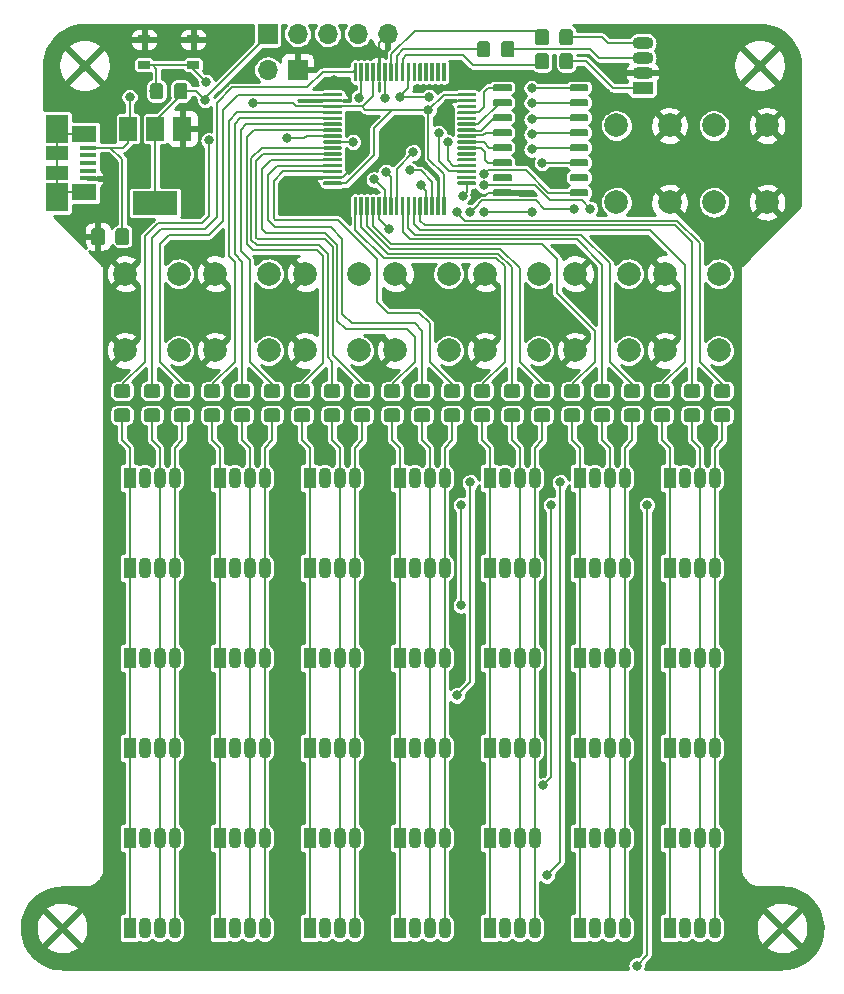
<source format=gbr>
G04 #@! TF.GenerationSoftware,KiCad,Pcbnew,(5.99.0-126-g64b5e8bee)*
G04 #@! TF.CreationDate,2019-09-15T22:15:15-04:00*
G04 #@! TF.ProjectId,PCB,5043422e-6b69-4636-9164-5f7063625858,rev?*
G04 #@! TF.SameCoordinates,Original*
G04 #@! TF.FileFunction,Copper,L1,Top*
G04 #@! TF.FilePolarity,Positive*
%FSLAX46Y46*%
G04 Gerber Fmt 4.6, Leading zero omitted, Abs format (unit mm)*
G04 Created by KiCad (PCBNEW (5.99.0-126-g64b5e8bee)) date 2019-09-15 22:15:15*
%MOMM*%
%LPD*%
G04 APERTURE LIST*
%ADD10O,1.700000X1.700000*%
%ADD11R,1.700000X1.700000*%
%ADD12C,0.100000*%
%ADD13C,0.300000*%
%ADD14R,1.050000X0.650000*%
%ADD15O,1.800000X1.070000*%
%ADD16R,1.800000X1.070000*%
%ADD17C,1.150000*%
%ADD18C,0.600000*%
%ADD19R,1.500000X2.000000*%
%ADD20R,3.800000X2.000000*%
%ADD21C,2.000000*%
%ADD22R,1.380000X0.450000*%
%ADD23R,2.100000X1.475000*%
%ADD24R,1.900000X2.375000*%
%ADD25R,1.900000X1.175000*%
%ADD26O,1.070000X1.800000*%
%ADD27R,1.070000X1.800000*%
%ADD28C,0.800000*%
%ADD29C,0.200000*%
%ADD30C,0.254000*%
G04 APERTURE END LIST*
D10*
X230124000Y-46228000D03*
X227584000Y-46228000D03*
X225044000Y-46228000D03*
X222504000Y-46228000D03*
D11*
X219964000Y-46228000D03*
D10*
X219964000Y-49276000D03*
D11*
X222504000Y-49276000D03*
D12*
G36*
X237543701Y-51223709D02*
G01*
X237568033Y-51239967D01*
X237584291Y-51264299D01*
X237590000Y-51293000D01*
X237590000Y-51443000D01*
X237584291Y-51471701D01*
X237568033Y-51496033D01*
X237543701Y-51512291D01*
X237515000Y-51518000D01*
X236115000Y-51518000D01*
X236086299Y-51512291D01*
X236061967Y-51496033D01*
X236045709Y-51471701D01*
X236040000Y-51443000D01*
X236040000Y-51293000D01*
X236045709Y-51264299D01*
X236061967Y-51239967D01*
X236086299Y-51223709D01*
X236115000Y-51218000D01*
X237515000Y-51218000D01*
X237543701Y-51223709D01*
X237543701Y-51223709D01*
G37*
D13*
X236815000Y-51368000D03*
D12*
G36*
X237543701Y-51723709D02*
G01*
X237568033Y-51739967D01*
X237584291Y-51764299D01*
X237590000Y-51793000D01*
X237590000Y-51943000D01*
X237584291Y-51971701D01*
X237568033Y-51996033D01*
X237543701Y-52012291D01*
X237515000Y-52018000D01*
X236115000Y-52018000D01*
X236086299Y-52012291D01*
X236061967Y-51996033D01*
X236045709Y-51971701D01*
X236040000Y-51943000D01*
X236040000Y-51793000D01*
X236045709Y-51764299D01*
X236061967Y-51739967D01*
X236086299Y-51723709D01*
X236115000Y-51718000D01*
X237515000Y-51718000D01*
X237543701Y-51723709D01*
X237543701Y-51723709D01*
G37*
D13*
X236815000Y-51868000D03*
D12*
G36*
X237543701Y-52223709D02*
G01*
X237568033Y-52239967D01*
X237584291Y-52264299D01*
X237590000Y-52293000D01*
X237590000Y-52443000D01*
X237584291Y-52471701D01*
X237568033Y-52496033D01*
X237543701Y-52512291D01*
X237515000Y-52518000D01*
X236115000Y-52518000D01*
X236086299Y-52512291D01*
X236061967Y-52496033D01*
X236045709Y-52471701D01*
X236040000Y-52443000D01*
X236040000Y-52293000D01*
X236045709Y-52264299D01*
X236061967Y-52239967D01*
X236086299Y-52223709D01*
X236115000Y-52218000D01*
X237515000Y-52218000D01*
X237543701Y-52223709D01*
X237543701Y-52223709D01*
G37*
D13*
X236815000Y-52368000D03*
D12*
G36*
X237543701Y-52723709D02*
G01*
X237568033Y-52739967D01*
X237584291Y-52764299D01*
X237590000Y-52793000D01*
X237590000Y-52943000D01*
X237584291Y-52971701D01*
X237568033Y-52996033D01*
X237543701Y-53012291D01*
X237515000Y-53018000D01*
X236115000Y-53018000D01*
X236086299Y-53012291D01*
X236061967Y-52996033D01*
X236045709Y-52971701D01*
X236040000Y-52943000D01*
X236040000Y-52793000D01*
X236045709Y-52764299D01*
X236061967Y-52739967D01*
X236086299Y-52723709D01*
X236115000Y-52718000D01*
X237515000Y-52718000D01*
X237543701Y-52723709D01*
X237543701Y-52723709D01*
G37*
D13*
X236815000Y-52868000D03*
D12*
G36*
X237543701Y-53223709D02*
G01*
X237568033Y-53239967D01*
X237584291Y-53264299D01*
X237590000Y-53293000D01*
X237590000Y-53443000D01*
X237584291Y-53471701D01*
X237568033Y-53496033D01*
X237543701Y-53512291D01*
X237515000Y-53518000D01*
X236115000Y-53518000D01*
X236086299Y-53512291D01*
X236061967Y-53496033D01*
X236045709Y-53471701D01*
X236040000Y-53443000D01*
X236040000Y-53293000D01*
X236045709Y-53264299D01*
X236061967Y-53239967D01*
X236086299Y-53223709D01*
X236115000Y-53218000D01*
X237515000Y-53218000D01*
X237543701Y-53223709D01*
X237543701Y-53223709D01*
G37*
D13*
X236815000Y-53368000D03*
D12*
G36*
X237543701Y-53723709D02*
G01*
X237568033Y-53739967D01*
X237584291Y-53764299D01*
X237590000Y-53793000D01*
X237590000Y-53943000D01*
X237584291Y-53971701D01*
X237568033Y-53996033D01*
X237543701Y-54012291D01*
X237515000Y-54018000D01*
X236115000Y-54018000D01*
X236086299Y-54012291D01*
X236061967Y-53996033D01*
X236045709Y-53971701D01*
X236040000Y-53943000D01*
X236040000Y-53793000D01*
X236045709Y-53764299D01*
X236061967Y-53739967D01*
X236086299Y-53723709D01*
X236115000Y-53718000D01*
X237515000Y-53718000D01*
X237543701Y-53723709D01*
X237543701Y-53723709D01*
G37*
D13*
X236815000Y-53868000D03*
D12*
G36*
X237543701Y-54223709D02*
G01*
X237568033Y-54239967D01*
X237584291Y-54264299D01*
X237590000Y-54293000D01*
X237590000Y-54443000D01*
X237584291Y-54471701D01*
X237568033Y-54496033D01*
X237543701Y-54512291D01*
X237515000Y-54518000D01*
X236115000Y-54518000D01*
X236086299Y-54512291D01*
X236061967Y-54496033D01*
X236045709Y-54471701D01*
X236040000Y-54443000D01*
X236040000Y-54293000D01*
X236045709Y-54264299D01*
X236061967Y-54239967D01*
X236086299Y-54223709D01*
X236115000Y-54218000D01*
X237515000Y-54218000D01*
X237543701Y-54223709D01*
X237543701Y-54223709D01*
G37*
D13*
X236815000Y-54368000D03*
D12*
G36*
X237543701Y-54723709D02*
G01*
X237568033Y-54739967D01*
X237584291Y-54764299D01*
X237590000Y-54793000D01*
X237590000Y-54943000D01*
X237584291Y-54971701D01*
X237568033Y-54996033D01*
X237543701Y-55012291D01*
X237515000Y-55018000D01*
X236115000Y-55018000D01*
X236086299Y-55012291D01*
X236061967Y-54996033D01*
X236045709Y-54971701D01*
X236040000Y-54943000D01*
X236040000Y-54793000D01*
X236045709Y-54764299D01*
X236061967Y-54739967D01*
X236086299Y-54723709D01*
X236115000Y-54718000D01*
X237515000Y-54718000D01*
X237543701Y-54723709D01*
X237543701Y-54723709D01*
G37*
D13*
X236815000Y-54868000D03*
D12*
G36*
X237543701Y-55223709D02*
G01*
X237568033Y-55239967D01*
X237584291Y-55264299D01*
X237590000Y-55293000D01*
X237590000Y-55443000D01*
X237584291Y-55471701D01*
X237568033Y-55496033D01*
X237543701Y-55512291D01*
X237515000Y-55518000D01*
X236115000Y-55518000D01*
X236086299Y-55512291D01*
X236061967Y-55496033D01*
X236045709Y-55471701D01*
X236040000Y-55443000D01*
X236040000Y-55293000D01*
X236045709Y-55264299D01*
X236061967Y-55239967D01*
X236086299Y-55223709D01*
X236115000Y-55218000D01*
X237515000Y-55218000D01*
X237543701Y-55223709D01*
X237543701Y-55223709D01*
G37*
D13*
X236815000Y-55368000D03*
D12*
G36*
X237543701Y-55723709D02*
G01*
X237568033Y-55739967D01*
X237584291Y-55764299D01*
X237590000Y-55793000D01*
X237590000Y-55943000D01*
X237584291Y-55971701D01*
X237568033Y-55996033D01*
X237543701Y-56012291D01*
X237515000Y-56018000D01*
X236115000Y-56018000D01*
X236086299Y-56012291D01*
X236061967Y-55996033D01*
X236045709Y-55971701D01*
X236040000Y-55943000D01*
X236040000Y-55793000D01*
X236045709Y-55764299D01*
X236061967Y-55739967D01*
X236086299Y-55723709D01*
X236115000Y-55718000D01*
X237515000Y-55718000D01*
X237543701Y-55723709D01*
X237543701Y-55723709D01*
G37*
D13*
X236815000Y-55868000D03*
D12*
G36*
X237543701Y-56223709D02*
G01*
X237568033Y-56239967D01*
X237584291Y-56264299D01*
X237590000Y-56293000D01*
X237590000Y-56443000D01*
X237584291Y-56471701D01*
X237568033Y-56496033D01*
X237543701Y-56512291D01*
X237515000Y-56518000D01*
X236115000Y-56518000D01*
X236086299Y-56512291D01*
X236061967Y-56496033D01*
X236045709Y-56471701D01*
X236040000Y-56443000D01*
X236040000Y-56293000D01*
X236045709Y-56264299D01*
X236061967Y-56239967D01*
X236086299Y-56223709D01*
X236115000Y-56218000D01*
X237515000Y-56218000D01*
X237543701Y-56223709D01*
X237543701Y-56223709D01*
G37*
D13*
X236815000Y-56368000D03*
D12*
G36*
X237543701Y-56723709D02*
G01*
X237568033Y-56739967D01*
X237584291Y-56764299D01*
X237590000Y-56793000D01*
X237590000Y-56943000D01*
X237584291Y-56971701D01*
X237568033Y-56996033D01*
X237543701Y-57012291D01*
X237515000Y-57018000D01*
X236115000Y-57018000D01*
X236086299Y-57012291D01*
X236061967Y-56996033D01*
X236045709Y-56971701D01*
X236040000Y-56943000D01*
X236040000Y-56793000D01*
X236045709Y-56764299D01*
X236061967Y-56739967D01*
X236086299Y-56723709D01*
X236115000Y-56718000D01*
X237515000Y-56718000D01*
X237543701Y-56723709D01*
X237543701Y-56723709D01*
G37*
D13*
X236815000Y-56868000D03*
D12*
G36*
X237543701Y-57223709D02*
G01*
X237568033Y-57239967D01*
X237584291Y-57264299D01*
X237590000Y-57293000D01*
X237590000Y-57443000D01*
X237584291Y-57471701D01*
X237568033Y-57496033D01*
X237543701Y-57512291D01*
X237515000Y-57518000D01*
X236115000Y-57518000D01*
X236086299Y-57512291D01*
X236061967Y-57496033D01*
X236045709Y-57471701D01*
X236040000Y-57443000D01*
X236040000Y-57293000D01*
X236045709Y-57264299D01*
X236061967Y-57239967D01*
X236086299Y-57223709D01*
X236115000Y-57218000D01*
X237515000Y-57218000D01*
X237543701Y-57223709D01*
X237543701Y-57223709D01*
G37*
D13*
X236815000Y-57368000D03*
D12*
G36*
X237543701Y-57723709D02*
G01*
X237568033Y-57739967D01*
X237584291Y-57764299D01*
X237590000Y-57793000D01*
X237590000Y-57943000D01*
X237584291Y-57971701D01*
X237568033Y-57996033D01*
X237543701Y-58012291D01*
X237515000Y-58018000D01*
X236115000Y-58018000D01*
X236086299Y-58012291D01*
X236061967Y-57996033D01*
X236045709Y-57971701D01*
X236040000Y-57943000D01*
X236040000Y-57793000D01*
X236045709Y-57764299D01*
X236061967Y-57739967D01*
X236086299Y-57723709D01*
X236115000Y-57718000D01*
X237515000Y-57718000D01*
X237543701Y-57723709D01*
X237543701Y-57723709D01*
G37*
D13*
X236815000Y-57868000D03*
D12*
G36*
X237543701Y-58223709D02*
G01*
X237568033Y-58239967D01*
X237584291Y-58264299D01*
X237590000Y-58293000D01*
X237590000Y-58443000D01*
X237584291Y-58471701D01*
X237568033Y-58496033D01*
X237543701Y-58512291D01*
X237515000Y-58518000D01*
X236115000Y-58518000D01*
X236086299Y-58512291D01*
X236061967Y-58496033D01*
X236045709Y-58471701D01*
X236040000Y-58443000D01*
X236040000Y-58293000D01*
X236045709Y-58264299D01*
X236061967Y-58239967D01*
X236086299Y-58223709D01*
X236115000Y-58218000D01*
X237515000Y-58218000D01*
X237543701Y-58223709D01*
X237543701Y-58223709D01*
G37*
D13*
X236815000Y-58368000D03*
D12*
G36*
X237543701Y-58723709D02*
G01*
X237568033Y-58739967D01*
X237584291Y-58764299D01*
X237590000Y-58793000D01*
X237590000Y-58943000D01*
X237584291Y-58971701D01*
X237568033Y-58996033D01*
X237543701Y-59012291D01*
X237515000Y-59018000D01*
X236115000Y-59018000D01*
X236086299Y-59012291D01*
X236061967Y-58996033D01*
X236045709Y-58971701D01*
X236040000Y-58943000D01*
X236040000Y-58793000D01*
X236045709Y-58764299D01*
X236061967Y-58739967D01*
X236086299Y-58723709D01*
X236115000Y-58718000D01*
X237515000Y-58718000D01*
X237543701Y-58723709D01*
X237543701Y-58723709D01*
G37*
D13*
X236815000Y-58868000D03*
D12*
G36*
X234993701Y-60023709D02*
G01*
X235018033Y-60039967D01*
X235034291Y-60064299D01*
X235040000Y-60093000D01*
X235040000Y-61493000D01*
X235034291Y-61521701D01*
X235018033Y-61546033D01*
X234993701Y-61562291D01*
X234965000Y-61568000D01*
X234815000Y-61568000D01*
X234786299Y-61562291D01*
X234761967Y-61546033D01*
X234745709Y-61521701D01*
X234740000Y-61493000D01*
X234740000Y-60093000D01*
X234745709Y-60064299D01*
X234761967Y-60039967D01*
X234786299Y-60023709D01*
X234815000Y-60018000D01*
X234965000Y-60018000D01*
X234993701Y-60023709D01*
X234993701Y-60023709D01*
G37*
D13*
X234890000Y-60793000D03*
D12*
G36*
X234493701Y-60023709D02*
G01*
X234518033Y-60039967D01*
X234534291Y-60064299D01*
X234540000Y-60093000D01*
X234540000Y-61493000D01*
X234534291Y-61521701D01*
X234518033Y-61546033D01*
X234493701Y-61562291D01*
X234465000Y-61568000D01*
X234315000Y-61568000D01*
X234286299Y-61562291D01*
X234261967Y-61546033D01*
X234245709Y-61521701D01*
X234240000Y-61493000D01*
X234240000Y-60093000D01*
X234245709Y-60064299D01*
X234261967Y-60039967D01*
X234286299Y-60023709D01*
X234315000Y-60018000D01*
X234465000Y-60018000D01*
X234493701Y-60023709D01*
X234493701Y-60023709D01*
G37*
D13*
X234390000Y-60793000D03*
D12*
G36*
X233993701Y-60023709D02*
G01*
X234018033Y-60039967D01*
X234034291Y-60064299D01*
X234040000Y-60093000D01*
X234040000Y-61493000D01*
X234034291Y-61521701D01*
X234018033Y-61546033D01*
X233993701Y-61562291D01*
X233965000Y-61568000D01*
X233815000Y-61568000D01*
X233786299Y-61562291D01*
X233761967Y-61546033D01*
X233745709Y-61521701D01*
X233740000Y-61493000D01*
X233740000Y-60093000D01*
X233745709Y-60064299D01*
X233761967Y-60039967D01*
X233786299Y-60023709D01*
X233815000Y-60018000D01*
X233965000Y-60018000D01*
X233993701Y-60023709D01*
X233993701Y-60023709D01*
G37*
D13*
X233890000Y-60793000D03*
D12*
G36*
X233493701Y-60023709D02*
G01*
X233518033Y-60039967D01*
X233534291Y-60064299D01*
X233540000Y-60093000D01*
X233540000Y-61493000D01*
X233534291Y-61521701D01*
X233518033Y-61546033D01*
X233493701Y-61562291D01*
X233465000Y-61568000D01*
X233315000Y-61568000D01*
X233286299Y-61562291D01*
X233261967Y-61546033D01*
X233245709Y-61521701D01*
X233240000Y-61493000D01*
X233240000Y-60093000D01*
X233245709Y-60064299D01*
X233261967Y-60039967D01*
X233286299Y-60023709D01*
X233315000Y-60018000D01*
X233465000Y-60018000D01*
X233493701Y-60023709D01*
X233493701Y-60023709D01*
G37*
D13*
X233390000Y-60793000D03*
D12*
G36*
X232993701Y-60023709D02*
G01*
X233018033Y-60039967D01*
X233034291Y-60064299D01*
X233040000Y-60093000D01*
X233040000Y-61493000D01*
X233034291Y-61521701D01*
X233018033Y-61546033D01*
X232993701Y-61562291D01*
X232965000Y-61568000D01*
X232815000Y-61568000D01*
X232786299Y-61562291D01*
X232761967Y-61546033D01*
X232745709Y-61521701D01*
X232740000Y-61493000D01*
X232740000Y-60093000D01*
X232745709Y-60064299D01*
X232761967Y-60039967D01*
X232786299Y-60023709D01*
X232815000Y-60018000D01*
X232965000Y-60018000D01*
X232993701Y-60023709D01*
X232993701Y-60023709D01*
G37*
D13*
X232890000Y-60793000D03*
D12*
G36*
X232493701Y-60023709D02*
G01*
X232518033Y-60039967D01*
X232534291Y-60064299D01*
X232540000Y-60093000D01*
X232540000Y-61493000D01*
X232534291Y-61521701D01*
X232518033Y-61546033D01*
X232493701Y-61562291D01*
X232465000Y-61568000D01*
X232315000Y-61568000D01*
X232286299Y-61562291D01*
X232261967Y-61546033D01*
X232245709Y-61521701D01*
X232240000Y-61493000D01*
X232240000Y-60093000D01*
X232245709Y-60064299D01*
X232261967Y-60039967D01*
X232286299Y-60023709D01*
X232315000Y-60018000D01*
X232465000Y-60018000D01*
X232493701Y-60023709D01*
X232493701Y-60023709D01*
G37*
D13*
X232390000Y-60793000D03*
D12*
G36*
X231993701Y-60023709D02*
G01*
X232018033Y-60039967D01*
X232034291Y-60064299D01*
X232040000Y-60093000D01*
X232040000Y-61493000D01*
X232034291Y-61521701D01*
X232018033Y-61546033D01*
X231993701Y-61562291D01*
X231965000Y-61568000D01*
X231815000Y-61568000D01*
X231786299Y-61562291D01*
X231761967Y-61546033D01*
X231745709Y-61521701D01*
X231740000Y-61493000D01*
X231740000Y-60093000D01*
X231745709Y-60064299D01*
X231761967Y-60039967D01*
X231786299Y-60023709D01*
X231815000Y-60018000D01*
X231965000Y-60018000D01*
X231993701Y-60023709D01*
X231993701Y-60023709D01*
G37*
D13*
X231890000Y-60793000D03*
D12*
G36*
X231493701Y-60023709D02*
G01*
X231518033Y-60039967D01*
X231534291Y-60064299D01*
X231540000Y-60093000D01*
X231540000Y-61493000D01*
X231534291Y-61521701D01*
X231518033Y-61546033D01*
X231493701Y-61562291D01*
X231465000Y-61568000D01*
X231315000Y-61568000D01*
X231286299Y-61562291D01*
X231261967Y-61546033D01*
X231245709Y-61521701D01*
X231240000Y-61493000D01*
X231240000Y-60093000D01*
X231245709Y-60064299D01*
X231261967Y-60039967D01*
X231286299Y-60023709D01*
X231315000Y-60018000D01*
X231465000Y-60018000D01*
X231493701Y-60023709D01*
X231493701Y-60023709D01*
G37*
D13*
X231390000Y-60793000D03*
D12*
G36*
X230993701Y-60023709D02*
G01*
X231018033Y-60039967D01*
X231034291Y-60064299D01*
X231040000Y-60093000D01*
X231040000Y-61493000D01*
X231034291Y-61521701D01*
X231018033Y-61546033D01*
X230993701Y-61562291D01*
X230965000Y-61568000D01*
X230815000Y-61568000D01*
X230786299Y-61562291D01*
X230761967Y-61546033D01*
X230745709Y-61521701D01*
X230740000Y-61493000D01*
X230740000Y-60093000D01*
X230745709Y-60064299D01*
X230761967Y-60039967D01*
X230786299Y-60023709D01*
X230815000Y-60018000D01*
X230965000Y-60018000D01*
X230993701Y-60023709D01*
X230993701Y-60023709D01*
G37*
D13*
X230890000Y-60793000D03*
D12*
G36*
X230493701Y-60023709D02*
G01*
X230518033Y-60039967D01*
X230534291Y-60064299D01*
X230540000Y-60093000D01*
X230540000Y-61493000D01*
X230534291Y-61521701D01*
X230518033Y-61546033D01*
X230493701Y-61562291D01*
X230465000Y-61568000D01*
X230315000Y-61568000D01*
X230286299Y-61562291D01*
X230261967Y-61546033D01*
X230245709Y-61521701D01*
X230240000Y-61493000D01*
X230240000Y-60093000D01*
X230245709Y-60064299D01*
X230261967Y-60039967D01*
X230286299Y-60023709D01*
X230315000Y-60018000D01*
X230465000Y-60018000D01*
X230493701Y-60023709D01*
X230493701Y-60023709D01*
G37*
D13*
X230390000Y-60793000D03*
D12*
G36*
X229993701Y-60023709D02*
G01*
X230018033Y-60039967D01*
X230034291Y-60064299D01*
X230040000Y-60093000D01*
X230040000Y-61493000D01*
X230034291Y-61521701D01*
X230018033Y-61546033D01*
X229993701Y-61562291D01*
X229965000Y-61568000D01*
X229815000Y-61568000D01*
X229786299Y-61562291D01*
X229761967Y-61546033D01*
X229745709Y-61521701D01*
X229740000Y-61493000D01*
X229740000Y-60093000D01*
X229745709Y-60064299D01*
X229761967Y-60039967D01*
X229786299Y-60023709D01*
X229815000Y-60018000D01*
X229965000Y-60018000D01*
X229993701Y-60023709D01*
X229993701Y-60023709D01*
G37*
D13*
X229890000Y-60793000D03*
D12*
G36*
X229493701Y-60023709D02*
G01*
X229518033Y-60039967D01*
X229534291Y-60064299D01*
X229540000Y-60093000D01*
X229540000Y-61493000D01*
X229534291Y-61521701D01*
X229518033Y-61546033D01*
X229493701Y-61562291D01*
X229465000Y-61568000D01*
X229315000Y-61568000D01*
X229286299Y-61562291D01*
X229261967Y-61546033D01*
X229245709Y-61521701D01*
X229240000Y-61493000D01*
X229240000Y-60093000D01*
X229245709Y-60064299D01*
X229261967Y-60039967D01*
X229286299Y-60023709D01*
X229315000Y-60018000D01*
X229465000Y-60018000D01*
X229493701Y-60023709D01*
X229493701Y-60023709D01*
G37*
D13*
X229390000Y-60793000D03*
D12*
G36*
X228993701Y-60023709D02*
G01*
X229018033Y-60039967D01*
X229034291Y-60064299D01*
X229040000Y-60093000D01*
X229040000Y-61493000D01*
X229034291Y-61521701D01*
X229018033Y-61546033D01*
X228993701Y-61562291D01*
X228965000Y-61568000D01*
X228815000Y-61568000D01*
X228786299Y-61562291D01*
X228761967Y-61546033D01*
X228745709Y-61521701D01*
X228740000Y-61493000D01*
X228740000Y-60093000D01*
X228745709Y-60064299D01*
X228761967Y-60039967D01*
X228786299Y-60023709D01*
X228815000Y-60018000D01*
X228965000Y-60018000D01*
X228993701Y-60023709D01*
X228993701Y-60023709D01*
G37*
D13*
X228890000Y-60793000D03*
D12*
G36*
X228493701Y-60023709D02*
G01*
X228518033Y-60039967D01*
X228534291Y-60064299D01*
X228540000Y-60093000D01*
X228540000Y-61493000D01*
X228534291Y-61521701D01*
X228518033Y-61546033D01*
X228493701Y-61562291D01*
X228465000Y-61568000D01*
X228315000Y-61568000D01*
X228286299Y-61562291D01*
X228261967Y-61546033D01*
X228245709Y-61521701D01*
X228240000Y-61493000D01*
X228240000Y-60093000D01*
X228245709Y-60064299D01*
X228261967Y-60039967D01*
X228286299Y-60023709D01*
X228315000Y-60018000D01*
X228465000Y-60018000D01*
X228493701Y-60023709D01*
X228493701Y-60023709D01*
G37*
D13*
X228390000Y-60793000D03*
D12*
G36*
X227993701Y-60023709D02*
G01*
X228018033Y-60039967D01*
X228034291Y-60064299D01*
X228040000Y-60093000D01*
X228040000Y-61493000D01*
X228034291Y-61521701D01*
X228018033Y-61546033D01*
X227993701Y-61562291D01*
X227965000Y-61568000D01*
X227815000Y-61568000D01*
X227786299Y-61562291D01*
X227761967Y-61546033D01*
X227745709Y-61521701D01*
X227740000Y-61493000D01*
X227740000Y-60093000D01*
X227745709Y-60064299D01*
X227761967Y-60039967D01*
X227786299Y-60023709D01*
X227815000Y-60018000D01*
X227965000Y-60018000D01*
X227993701Y-60023709D01*
X227993701Y-60023709D01*
G37*
D13*
X227890000Y-60793000D03*
D12*
G36*
X227493701Y-60023709D02*
G01*
X227518033Y-60039967D01*
X227534291Y-60064299D01*
X227540000Y-60093000D01*
X227540000Y-61493000D01*
X227534291Y-61521701D01*
X227518033Y-61546033D01*
X227493701Y-61562291D01*
X227465000Y-61568000D01*
X227315000Y-61568000D01*
X227286299Y-61562291D01*
X227261967Y-61546033D01*
X227245709Y-61521701D01*
X227240000Y-61493000D01*
X227240000Y-60093000D01*
X227245709Y-60064299D01*
X227261967Y-60039967D01*
X227286299Y-60023709D01*
X227315000Y-60018000D01*
X227465000Y-60018000D01*
X227493701Y-60023709D01*
X227493701Y-60023709D01*
G37*
D13*
X227390000Y-60793000D03*
D12*
G36*
X226193701Y-58723709D02*
G01*
X226218033Y-58739967D01*
X226234291Y-58764299D01*
X226240000Y-58793000D01*
X226240000Y-58943000D01*
X226234291Y-58971701D01*
X226218033Y-58996033D01*
X226193701Y-59012291D01*
X226165000Y-59018000D01*
X224765000Y-59018000D01*
X224736299Y-59012291D01*
X224711967Y-58996033D01*
X224695709Y-58971701D01*
X224690000Y-58943000D01*
X224690000Y-58793000D01*
X224695709Y-58764299D01*
X224711967Y-58739967D01*
X224736299Y-58723709D01*
X224765000Y-58718000D01*
X226165000Y-58718000D01*
X226193701Y-58723709D01*
X226193701Y-58723709D01*
G37*
D13*
X225465000Y-58868000D03*
D12*
G36*
X226193701Y-58223709D02*
G01*
X226218033Y-58239967D01*
X226234291Y-58264299D01*
X226240000Y-58293000D01*
X226240000Y-58443000D01*
X226234291Y-58471701D01*
X226218033Y-58496033D01*
X226193701Y-58512291D01*
X226165000Y-58518000D01*
X224765000Y-58518000D01*
X224736299Y-58512291D01*
X224711967Y-58496033D01*
X224695709Y-58471701D01*
X224690000Y-58443000D01*
X224690000Y-58293000D01*
X224695709Y-58264299D01*
X224711967Y-58239967D01*
X224736299Y-58223709D01*
X224765000Y-58218000D01*
X226165000Y-58218000D01*
X226193701Y-58223709D01*
X226193701Y-58223709D01*
G37*
D13*
X225465000Y-58368000D03*
D12*
G36*
X226193701Y-57723709D02*
G01*
X226218033Y-57739967D01*
X226234291Y-57764299D01*
X226240000Y-57793000D01*
X226240000Y-57943000D01*
X226234291Y-57971701D01*
X226218033Y-57996033D01*
X226193701Y-58012291D01*
X226165000Y-58018000D01*
X224765000Y-58018000D01*
X224736299Y-58012291D01*
X224711967Y-57996033D01*
X224695709Y-57971701D01*
X224690000Y-57943000D01*
X224690000Y-57793000D01*
X224695709Y-57764299D01*
X224711967Y-57739967D01*
X224736299Y-57723709D01*
X224765000Y-57718000D01*
X226165000Y-57718000D01*
X226193701Y-57723709D01*
X226193701Y-57723709D01*
G37*
D13*
X225465000Y-57868000D03*
D12*
G36*
X226193701Y-57223709D02*
G01*
X226218033Y-57239967D01*
X226234291Y-57264299D01*
X226240000Y-57293000D01*
X226240000Y-57443000D01*
X226234291Y-57471701D01*
X226218033Y-57496033D01*
X226193701Y-57512291D01*
X226165000Y-57518000D01*
X224765000Y-57518000D01*
X224736299Y-57512291D01*
X224711967Y-57496033D01*
X224695709Y-57471701D01*
X224690000Y-57443000D01*
X224690000Y-57293000D01*
X224695709Y-57264299D01*
X224711967Y-57239967D01*
X224736299Y-57223709D01*
X224765000Y-57218000D01*
X226165000Y-57218000D01*
X226193701Y-57223709D01*
X226193701Y-57223709D01*
G37*
D13*
X225465000Y-57368000D03*
D12*
G36*
X226193701Y-56723709D02*
G01*
X226218033Y-56739967D01*
X226234291Y-56764299D01*
X226240000Y-56793000D01*
X226240000Y-56943000D01*
X226234291Y-56971701D01*
X226218033Y-56996033D01*
X226193701Y-57012291D01*
X226165000Y-57018000D01*
X224765000Y-57018000D01*
X224736299Y-57012291D01*
X224711967Y-56996033D01*
X224695709Y-56971701D01*
X224690000Y-56943000D01*
X224690000Y-56793000D01*
X224695709Y-56764299D01*
X224711967Y-56739967D01*
X224736299Y-56723709D01*
X224765000Y-56718000D01*
X226165000Y-56718000D01*
X226193701Y-56723709D01*
X226193701Y-56723709D01*
G37*
D13*
X225465000Y-56868000D03*
D12*
G36*
X226193701Y-56223709D02*
G01*
X226218033Y-56239967D01*
X226234291Y-56264299D01*
X226240000Y-56293000D01*
X226240000Y-56443000D01*
X226234291Y-56471701D01*
X226218033Y-56496033D01*
X226193701Y-56512291D01*
X226165000Y-56518000D01*
X224765000Y-56518000D01*
X224736299Y-56512291D01*
X224711967Y-56496033D01*
X224695709Y-56471701D01*
X224690000Y-56443000D01*
X224690000Y-56293000D01*
X224695709Y-56264299D01*
X224711967Y-56239967D01*
X224736299Y-56223709D01*
X224765000Y-56218000D01*
X226165000Y-56218000D01*
X226193701Y-56223709D01*
X226193701Y-56223709D01*
G37*
D13*
X225465000Y-56368000D03*
D12*
G36*
X226193701Y-55723709D02*
G01*
X226218033Y-55739967D01*
X226234291Y-55764299D01*
X226240000Y-55793000D01*
X226240000Y-55943000D01*
X226234291Y-55971701D01*
X226218033Y-55996033D01*
X226193701Y-56012291D01*
X226165000Y-56018000D01*
X224765000Y-56018000D01*
X224736299Y-56012291D01*
X224711967Y-55996033D01*
X224695709Y-55971701D01*
X224690000Y-55943000D01*
X224690000Y-55793000D01*
X224695709Y-55764299D01*
X224711967Y-55739967D01*
X224736299Y-55723709D01*
X224765000Y-55718000D01*
X226165000Y-55718000D01*
X226193701Y-55723709D01*
X226193701Y-55723709D01*
G37*
D13*
X225465000Y-55868000D03*
D12*
G36*
X226193701Y-55223709D02*
G01*
X226218033Y-55239967D01*
X226234291Y-55264299D01*
X226240000Y-55293000D01*
X226240000Y-55443000D01*
X226234291Y-55471701D01*
X226218033Y-55496033D01*
X226193701Y-55512291D01*
X226165000Y-55518000D01*
X224765000Y-55518000D01*
X224736299Y-55512291D01*
X224711967Y-55496033D01*
X224695709Y-55471701D01*
X224690000Y-55443000D01*
X224690000Y-55293000D01*
X224695709Y-55264299D01*
X224711967Y-55239967D01*
X224736299Y-55223709D01*
X224765000Y-55218000D01*
X226165000Y-55218000D01*
X226193701Y-55223709D01*
X226193701Y-55223709D01*
G37*
D13*
X225465000Y-55368000D03*
D12*
G36*
X226193701Y-54723709D02*
G01*
X226218033Y-54739967D01*
X226234291Y-54764299D01*
X226240000Y-54793000D01*
X226240000Y-54943000D01*
X226234291Y-54971701D01*
X226218033Y-54996033D01*
X226193701Y-55012291D01*
X226165000Y-55018000D01*
X224765000Y-55018000D01*
X224736299Y-55012291D01*
X224711967Y-54996033D01*
X224695709Y-54971701D01*
X224690000Y-54943000D01*
X224690000Y-54793000D01*
X224695709Y-54764299D01*
X224711967Y-54739967D01*
X224736299Y-54723709D01*
X224765000Y-54718000D01*
X226165000Y-54718000D01*
X226193701Y-54723709D01*
X226193701Y-54723709D01*
G37*
D13*
X225465000Y-54868000D03*
D12*
G36*
X226193701Y-54223709D02*
G01*
X226218033Y-54239967D01*
X226234291Y-54264299D01*
X226240000Y-54293000D01*
X226240000Y-54443000D01*
X226234291Y-54471701D01*
X226218033Y-54496033D01*
X226193701Y-54512291D01*
X226165000Y-54518000D01*
X224765000Y-54518000D01*
X224736299Y-54512291D01*
X224711967Y-54496033D01*
X224695709Y-54471701D01*
X224690000Y-54443000D01*
X224690000Y-54293000D01*
X224695709Y-54264299D01*
X224711967Y-54239967D01*
X224736299Y-54223709D01*
X224765000Y-54218000D01*
X226165000Y-54218000D01*
X226193701Y-54223709D01*
X226193701Y-54223709D01*
G37*
D13*
X225465000Y-54368000D03*
D12*
G36*
X226193701Y-53723709D02*
G01*
X226218033Y-53739967D01*
X226234291Y-53764299D01*
X226240000Y-53793000D01*
X226240000Y-53943000D01*
X226234291Y-53971701D01*
X226218033Y-53996033D01*
X226193701Y-54012291D01*
X226165000Y-54018000D01*
X224765000Y-54018000D01*
X224736299Y-54012291D01*
X224711967Y-53996033D01*
X224695709Y-53971701D01*
X224690000Y-53943000D01*
X224690000Y-53793000D01*
X224695709Y-53764299D01*
X224711967Y-53739967D01*
X224736299Y-53723709D01*
X224765000Y-53718000D01*
X226165000Y-53718000D01*
X226193701Y-53723709D01*
X226193701Y-53723709D01*
G37*
D13*
X225465000Y-53868000D03*
D12*
G36*
X226193701Y-53223709D02*
G01*
X226218033Y-53239967D01*
X226234291Y-53264299D01*
X226240000Y-53293000D01*
X226240000Y-53443000D01*
X226234291Y-53471701D01*
X226218033Y-53496033D01*
X226193701Y-53512291D01*
X226165000Y-53518000D01*
X224765000Y-53518000D01*
X224736299Y-53512291D01*
X224711967Y-53496033D01*
X224695709Y-53471701D01*
X224690000Y-53443000D01*
X224690000Y-53293000D01*
X224695709Y-53264299D01*
X224711967Y-53239967D01*
X224736299Y-53223709D01*
X224765000Y-53218000D01*
X226165000Y-53218000D01*
X226193701Y-53223709D01*
X226193701Y-53223709D01*
G37*
D13*
X225465000Y-53368000D03*
D12*
G36*
X226193701Y-52723709D02*
G01*
X226218033Y-52739967D01*
X226234291Y-52764299D01*
X226240000Y-52793000D01*
X226240000Y-52943000D01*
X226234291Y-52971701D01*
X226218033Y-52996033D01*
X226193701Y-53012291D01*
X226165000Y-53018000D01*
X224765000Y-53018000D01*
X224736299Y-53012291D01*
X224711967Y-52996033D01*
X224695709Y-52971701D01*
X224690000Y-52943000D01*
X224690000Y-52793000D01*
X224695709Y-52764299D01*
X224711967Y-52739967D01*
X224736299Y-52723709D01*
X224765000Y-52718000D01*
X226165000Y-52718000D01*
X226193701Y-52723709D01*
X226193701Y-52723709D01*
G37*
D13*
X225465000Y-52868000D03*
D12*
G36*
X226193701Y-52223709D02*
G01*
X226218033Y-52239967D01*
X226234291Y-52264299D01*
X226240000Y-52293000D01*
X226240000Y-52443000D01*
X226234291Y-52471701D01*
X226218033Y-52496033D01*
X226193701Y-52512291D01*
X226165000Y-52518000D01*
X224765000Y-52518000D01*
X224736299Y-52512291D01*
X224711967Y-52496033D01*
X224695709Y-52471701D01*
X224690000Y-52443000D01*
X224690000Y-52293000D01*
X224695709Y-52264299D01*
X224711967Y-52239967D01*
X224736299Y-52223709D01*
X224765000Y-52218000D01*
X226165000Y-52218000D01*
X226193701Y-52223709D01*
X226193701Y-52223709D01*
G37*
D13*
X225465000Y-52368000D03*
D12*
G36*
X226193701Y-51723709D02*
G01*
X226218033Y-51739967D01*
X226234291Y-51764299D01*
X226240000Y-51793000D01*
X226240000Y-51943000D01*
X226234291Y-51971701D01*
X226218033Y-51996033D01*
X226193701Y-52012291D01*
X226165000Y-52018000D01*
X224765000Y-52018000D01*
X224736299Y-52012291D01*
X224711967Y-51996033D01*
X224695709Y-51971701D01*
X224690000Y-51943000D01*
X224690000Y-51793000D01*
X224695709Y-51764299D01*
X224711967Y-51739967D01*
X224736299Y-51723709D01*
X224765000Y-51718000D01*
X226165000Y-51718000D01*
X226193701Y-51723709D01*
X226193701Y-51723709D01*
G37*
D13*
X225465000Y-51868000D03*
D12*
G36*
X226193701Y-51223709D02*
G01*
X226218033Y-51239967D01*
X226234291Y-51264299D01*
X226240000Y-51293000D01*
X226240000Y-51443000D01*
X226234291Y-51471701D01*
X226218033Y-51496033D01*
X226193701Y-51512291D01*
X226165000Y-51518000D01*
X224765000Y-51518000D01*
X224736299Y-51512291D01*
X224711967Y-51496033D01*
X224695709Y-51471701D01*
X224690000Y-51443000D01*
X224690000Y-51293000D01*
X224695709Y-51264299D01*
X224711967Y-51239967D01*
X224736299Y-51223709D01*
X224765000Y-51218000D01*
X226165000Y-51218000D01*
X226193701Y-51223709D01*
X226193701Y-51223709D01*
G37*
D13*
X225465000Y-51368000D03*
D12*
G36*
X227493701Y-48673709D02*
G01*
X227518033Y-48689967D01*
X227534291Y-48714299D01*
X227540000Y-48743000D01*
X227540000Y-50143000D01*
X227534291Y-50171701D01*
X227518033Y-50196033D01*
X227493701Y-50212291D01*
X227465000Y-50218000D01*
X227315000Y-50218000D01*
X227286299Y-50212291D01*
X227261967Y-50196033D01*
X227245709Y-50171701D01*
X227240000Y-50143000D01*
X227240000Y-48743000D01*
X227245709Y-48714299D01*
X227261967Y-48689967D01*
X227286299Y-48673709D01*
X227315000Y-48668000D01*
X227465000Y-48668000D01*
X227493701Y-48673709D01*
X227493701Y-48673709D01*
G37*
D13*
X227390000Y-49443000D03*
D12*
G36*
X227993701Y-48673709D02*
G01*
X228018033Y-48689967D01*
X228034291Y-48714299D01*
X228040000Y-48743000D01*
X228040000Y-50143000D01*
X228034291Y-50171701D01*
X228018033Y-50196033D01*
X227993701Y-50212291D01*
X227965000Y-50218000D01*
X227815000Y-50218000D01*
X227786299Y-50212291D01*
X227761967Y-50196033D01*
X227745709Y-50171701D01*
X227740000Y-50143000D01*
X227740000Y-48743000D01*
X227745709Y-48714299D01*
X227761967Y-48689967D01*
X227786299Y-48673709D01*
X227815000Y-48668000D01*
X227965000Y-48668000D01*
X227993701Y-48673709D01*
X227993701Y-48673709D01*
G37*
D13*
X227890000Y-49443000D03*
D12*
G36*
X228493701Y-48673709D02*
G01*
X228518033Y-48689967D01*
X228534291Y-48714299D01*
X228540000Y-48743000D01*
X228540000Y-50143000D01*
X228534291Y-50171701D01*
X228518033Y-50196033D01*
X228493701Y-50212291D01*
X228465000Y-50218000D01*
X228315000Y-50218000D01*
X228286299Y-50212291D01*
X228261967Y-50196033D01*
X228245709Y-50171701D01*
X228240000Y-50143000D01*
X228240000Y-48743000D01*
X228245709Y-48714299D01*
X228261967Y-48689967D01*
X228286299Y-48673709D01*
X228315000Y-48668000D01*
X228465000Y-48668000D01*
X228493701Y-48673709D01*
X228493701Y-48673709D01*
G37*
D13*
X228390000Y-49443000D03*
D12*
G36*
X228993701Y-48673709D02*
G01*
X229018033Y-48689967D01*
X229034291Y-48714299D01*
X229040000Y-48743000D01*
X229040000Y-50143000D01*
X229034291Y-50171701D01*
X229018033Y-50196033D01*
X228993701Y-50212291D01*
X228965000Y-50218000D01*
X228815000Y-50218000D01*
X228786299Y-50212291D01*
X228761967Y-50196033D01*
X228745709Y-50171701D01*
X228740000Y-50143000D01*
X228740000Y-48743000D01*
X228745709Y-48714299D01*
X228761967Y-48689967D01*
X228786299Y-48673709D01*
X228815000Y-48668000D01*
X228965000Y-48668000D01*
X228993701Y-48673709D01*
X228993701Y-48673709D01*
G37*
D13*
X228890000Y-49443000D03*
D12*
G36*
X229493701Y-48673709D02*
G01*
X229518033Y-48689967D01*
X229534291Y-48714299D01*
X229540000Y-48743000D01*
X229540000Y-50143000D01*
X229534291Y-50171701D01*
X229518033Y-50196033D01*
X229493701Y-50212291D01*
X229465000Y-50218000D01*
X229315000Y-50218000D01*
X229286299Y-50212291D01*
X229261967Y-50196033D01*
X229245709Y-50171701D01*
X229240000Y-50143000D01*
X229240000Y-48743000D01*
X229245709Y-48714299D01*
X229261967Y-48689967D01*
X229286299Y-48673709D01*
X229315000Y-48668000D01*
X229465000Y-48668000D01*
X229493701Y-48673709D01*
X229493701Y-48673709D01*
G37*
D13*
X229390000Y-49443000D03*
D12*
G36*
X229993701Y-48673709D02*
G01*
X230018033Y-48689967D01*
X230034291Y-48714299D01*
X230040000Y-48743000D01*
X230040000Y-50143000D01*
X230034291Y-50171701D01*
X230018033Y-50196033D01*
X229993701Y-50212291D01*
X229965000Y-50218000D01*
X229815000Y-50218000D01*
X229786299Y-50212291D01*
X229761967Y-50196033D01*
X229745709Y-50171701D01*
X229740000Y-50143000D01*
X229740000Y-48743000D01*
X229745709Y-48714299D01*
X229761967Y-48689967D01*
X229786299Y-48673709D01*
X229815000Y-48668000D01*
X229965000Y-48668000D01*
X229993701Y-48673709D01*
X229993701Y-48673709D01*
G37*
D13*
X229890000Y-49443000D03*
D12*
G36*
X230493701Y-48673709D02*
G01*
X230518033Y-48689967D01*
X230534291Y-48714299D01*
X230540000Y-48743000D01*
X230540000Y-50143000D01*
X230534291Y-50171701D01*
X230518033Y-50196033D01*
X230493701Y-50212291D01*
X230465000Y-50218000D01*
X230315000Y-50218000D01*
X230286299Y-50212291D01*
X230261967Y-50196033D01*
X230245709Y-50171701D01*
X230240000Y-50143000D01*
X230240000Y-48743000D01*
X230245709Y-48714299D01*
X230261967Y-48689967D01*
X230286299Y-48673709D01*
X230315000Y-48668000D01*
X230465000Y-48668000D01*
X230493701Y-48673709D01*
X230493701Y-48673709D01*
G37*
D13*
X230390000Y-49443000D03*
D12*
G36*
X230993701Y-48673709D02*
G01*
X231018033Y-48689967D01*
X231034291Y-48714299D01*
X231040000Y-48743000D01*
X231040000Y-50143000D01*
X231034291Y-50171701D01*
X231018033Y-50196033D01*
X230993701Y-50212291D01*
X230965000Y-50218000D01*
X230815000Y-50218000D01*
X230786299Y-50212291D01*
X230761967Y-50196033D01*
X230745709Y-50171701D01*
X230740000Y-50143000D01*
X230740000Y-48743000D01*
X230745709Y-48714299D01*
X230761967Y-48689967D01*
X230786299Y-48673709D01*
X230815000Y-48668000D01*
X230965000Y-48668000D01*
X230993701Y-48673709D01*
X230993701Y-48673709D01*
G37*
D13*
X230890000Y-49443000D03*
D12*
G36*
X231493701Y-48673709D02*
G01*
X231518033Y-48689967D01*
X231534291Y-48714299D01*
X231540000Y-48743000D01*
X231540000Y-50143000D01*
X231534291Y-50171701D01*
X231518033Y-50196033D01*
X231493701Y-50212291D01*
X231465000Y-50218000D01*
X231315000Y-50218000D01*
X231286299Y-50212291D01*
X231261967Y-50196033D01*
X231245709Y-50171701D01*
X231240000Y-50143000D01*
X231240000Y-48743000D01*
X231245709Y-48714299D01*
X231261967Y-48689967D01*
X231286299Y-48673709D01*
X231315000Y-48668000D01*
X231465000Y-48668000D01*
X231493701Y-48673709D01*
X231493701Y-48673709D01*
G37*
D13*
X231390000Y-49443000D03*
D12*
G36*
X231993701Y-48673709D02*
G01*
X232018033Y-48689967D01*
X232034291Y-48714299D01*
X232040000Y-48743000D01*
X232040000Y-50143000D01*
X232034291Y-50171701D01*
X232018033Y-50196033D01*
X231993701Y-50212291D01*
X231965000Y-50218000D01*
X231815000Y-50218000D01*
X231786299Y-50212291D01*
X231761967Y-50196033D01*
X231745709Y-50171701D01*
X231740000Y-50143000D01*
X231740000Y-48743000D01*
X231745709Y-48714299D01*
X231761967Y-48689967D01*
X231786299Y-48673709D01*
X231815000Y-48668000D01*
X231965000Y-48668000D01*
X231993701Y-48673709D01*
X231993701Y-48673709D01*
G37*
D13*
X231890000Y-49443000D03*
D12*
G36*
X232493701Y-48673709D02*
G01*
X232518033Y-48689967D01*
X232534291Y-48714299D01*
X232540000Y-48743000D01*
X232540000Y-50143000D01*
X232534291Y-50171701D01*
X232518033Y-50196033D01*
X232493701Y-50212291D01*
X232465000Y-50218000D01*
X232315000Y-50218000D01*
X232286299Y-50212291D01*
X232261967Y-50196033D01*
X232245709Y-50171701D01*
X232240000Y-50143000D01*
X232240000Y-48743000D01*
X232245709Y-48714299D01*
X232261967Y-48689967D01*
X232286299Y-48673709D01*
X232315000Y-48668000D01*
X232465000Y-48668000D01*
X232493701Y-48673709D01*
X232493701Y-48673709D01*
G37*
D13*
X232390000Y-49443000D03*
D12*
G36*
X232993701Y-48673709D02*
G01*
X233018033Y-48689967D01*
X233034291Y-48714299D01*
X233040000Y-48743000D01*
X233040000Y-50143000D01*
X233034291Y-50171701D01*
X233018033Y-50196033D01*
X232993701Y-50212291D01*
X232965000Y-50218000D01*
X232815000Y-50218000D01*
X232786299Y-50212291D01*
X232761967Y-50196033D01*
X232745709Y-50171701D01*
X232740000Y-50143000D01*
X232740000Y-48743000D01*
X232745709Y-48714299D01*
X232761967Y-48689967D01*
X232786299Y-48673709D01*
X232815000Y-48668000D01*
X232965000Y-48668000D01*
X232993701Y-48673709D01*
X232993701Y-48673709D01*
G37*
D13*
X232890000Y-49443000D03*
D12*
G36*
X233493701Y-48673709D02*
G01*
X233518033Y-48689967D01*
X233534291Y-48714299D01*
X233540000Y-48743000D01*
X233540000Y-50143000D01*
X233534291Y-50171701D01*
X233518033Y-50196033D01*
X233493701Y-50212291D01*
X233465000Y-50218000D01*
X233315000Y-50218000D01*
X233286299Y-50212291D01*
X233261967Y-50196033D01*
X233245709Y-50171701D01*
X233240000Y-50143000D01*
X233240000Y-48743000D01*
X233245709Y-48714299D01*
X233261967Y-48689967D01*
X233286299Y-48673709D01*
X233315000Y-48668000D01*
X233465000Y-48668000D01*
X233493701Y-48673709D01*
X233493701Y-48673709D01*
G37*
D13*
X233390000Y-49443000D03*
D12*
G36*
X233993701Y-48673709D02*
G01*
X234018033Y-48689967D01*
X234034291Y-48714299D01*
X234040000Y-48743000D01*
X234040000Y-50143000D01*
X234034291Y-50171701D01*
X234018033Y-50196033D01*
X233993701Y-50212291D01*
X233965000Y-50218000D01*
X233815000Y-50218000D01*
X233786299Y-50212291D01*
X233761967Y-50196033D01*
X233745709Y-50171701D01*
X233740000Y-50143000D01*
X233740000Y-48743000D01*
X233745709Y-48714299D01*
X233761967Y-48689967D01*
X233786299Y-48673709D01*
X233815000Y-48668000D01*
X233965000Y-48668000D01*
X233993701Y-48673709D01*
X233993701Y-48673709D01*
G37*
D13*
X233890000Y-49443000D03*
D12*
G36*
X234493701Y-48673709D02*
G01*
X234518033Y-48689967D01*
X234534291Y-48714299D01*
X234540000Y-48743000D01*
X234540000Y-50143000D01*
X234534291Y-50171701D01*
X234518033Y-50196033D01*
X234493701Y-50212291D01*
X234465000Y-50218000D01*
X234315000Y-50218000D01*
X234286299Y-50212291D01*
X234261967Y-50196033D01*
X234245709Y-50171701D01*
X234240000Y-50143000D01*
X234240000Y-48743000D01*
X234245709Y-48714299D01*
X234261967Y-48689967D01*
X234286299Y-48673709D01*
X234315000Y-48668000D01*
X234465000Y-48668000D01*
X234493701Y-48673709D01*
X234493701Y-48673709D01*
G37*
D13*
X234390000Y-49443000D03*
D12*
G36*
X234993701Y-48673709D02*
G01*
X235018033Y-48689967D01*
X235034291Y-48714299D01*
X235040000Y-48743000D01*
X235040000Y-50143000D01*
X235034291Y-50171701D01*
X235018033Y-50196033D01*
X234993701Y-50212291D01*
X234965000Y-50218000D01*
X234815000Y-50218000D01*
X234786299Y-50212291D01*
X234761967Y-50196033D01*
X234745709Y-50171701D01*
X234740000Y-50143000D01*
X234740000Y-48743000D01*
X234745709Y-48714299D01*
X234761967Y-48689967D01*
X234786299Y-48673709D01*
X234815000Y-48668000D01*
X234965000Y-48668000D01*
X234993701Y-48673709D01*
X234993701Y-48673709D01*
G37*
D13*
X234890000Y-49443000D03*
D14*
X213657000Y-48827000D03*
X209507000Y-48827000D03*
X213657000Y-46677000D03*
X209507000Y-46677000D03*
D15*
X251714000Y-46990000D03*
X251714000Y-48260000D03*
X251714000Y-49530000D03*
D16*
X251714000Y-50800000D03*
D12*
G36*
X213027671Y-50373030D02*
G01*
X213108777Y-50427223D01*
X213162970Y-50508329D01*
X213182000Y-50603999D01*
X213182000Y-51504001D01*
X213162970Y-51599671D01*
X213108777Y-51680777D01*
X213027671Y-51734970D01*
X212932001Y-51754000D01*
X212281999Y-51754000D01*
X212186329Y-51734970D01*
X212105223Y-51680777D01*
X212051030Y-51599671D01*
X212032000Y-51504001D01*
X212032000Y-50603999D01*
X212051030Y-50508329D01*
X212105223Y-50427223D01*
X212186329Y-50373030D01*
X212281999Y-50354000D01*
X212932001Y-50354000D01*
X213027671Y-50373030D01*
X213027671Y-50373030D01*
G37*
D17*
X212607000Y-51054000D03*
D12*
G36*
X210977671Y-50373030D02*
G01*
X211058777Y-50427223D01*
X211112970Y-50508329D01*
X211132000Y-50603999D01*
X211132000Y-51504001D01*
X211112970Y-51599671D01*
X211058777Y-51680777D01*
X210977671Y-51734970D01*
X210882001Y-51754000D01*
X210231999Y-51754000D01*
X210136329Y-51734970D01*
X210055223Y-51680777D01*
X210001030Y-51599671D01*
X209982000Y-51504001D01*
X209982000Y-50603999D01*
X210001030Y-50508329D01*
X210055223Y-50427223D01*
X210136329Y-50373030D01*
X210231999Y-50354000D01*
X210882001Y-50354000D01*
X210977671Y-50373030D01*
X210977671Y-50373030D01*
G37*
D17*
X210557000Y-51054000D03*
D12*
G36*
X240535403Y-50479418D02*
G01*
X240584066Y-50511934D01*
X240616582Y-50560597D01*
X240628000Y-50618000D01*
X240628000Y-50918000D01*
X240616582Y-50975403D01*
X240584066Y-51024066D01*
X240535403Y-51056582D01*
X240478000Y-51068000D01*
X239178000Y-51068000D01*
X239120597Y-51056582D01*
X239071934Y-51024066D01*
X239039418Y-50975403D01*
X239028000Y-50918000D01*
X239028000Y-50618000D01*
X239039418Y-50560597D01*
X239071934Y-50511934D01*
X239120597Y-50479418D01*
X239178000Y-50468000D01*
X240478000Y-50468000D01*
X240535403Y-50479418D01*
X240535403Y-50479418D01*
G37*
D18*
X239828000Y-50768000D03*
D12*
G36*
X240535403Y-51749418D02*
G01*
X240584066Y-51781934D01*
X240616582Y-51830597D01*
X240628000Y-51888000D01*
X240628000Y-52188000D01*
X240616582Y-52245403D01*
X240584066Y-52294066D01*
X240535403Y-52326582D01*
X240478000Y-52338000D01*
X239178000Y-52338000D01*
X239120597Y-52326582D01*
X239071934Y-52294066D01*
X239039418Y-52245403D01*
X239028000Y-52188000D01*
X239028000Y-51888000D01*
X239039418Y-51830597D01*
X239071934Y-51781934D01*
X239120597Y-51749418D01*
X239178000Y-51738000D01*
X240478000Y-51738000D01*
X240535403Y-51749418D01*
X240535403Y-51749418D01*
G37*
D18*
X239828000Y-52038000D03*
D12*
G36*
X240535403Y-53019418D02*
G01*
X240584066Y-53051934D01*
X240616582Y-53100597D01*
X240628000Y-53158000D01*
X240628000Y-53458000D01*
X240616582Y-53515403D01*
X240584066Y-53564066D01*
X240535403Y-53596582D01*
X240478000Y-53608000D01*
X239178000Y-53608000D01*
X239120597Y-53596582D01*
X239071934Y-53564066D01*
X239039418Y-53515403D01*
X239028000Y-53458000D01*
X239028000Y-53158000D01*
X239039418Y-53100597D01*
X239071934Y-53051934D01*
X239120597Y-53019418D01*
X239178000Y-53008000D01*
X240478000Y-53008000D01*
X240535403Y-53019418D01*
X240535403Y-53019418D01*
G37*
D18*
X239828000Y-53308000D03*
D12*
G36*
X240535403Y-54289418D02*
G01*
X240584066Y-54321934D01*
X240616582Y-54370597D01*
X240628000Y-54428000D01*
X240628000Y-54728000D01*
X240616582Y-54785403D01*
X240584066Y-54834066D01*
X240535403Y-54866582D01*
X240478000Y-54878000D01*
X239178000Y-54878000D01*
X239120597Y-54866582D01*
X239071934Y-54834066D01*
X239039418Y-54785403D01*
X239028000Y-54728000D01*
X239028000Y-54428000D01*
X239039418Y-54370597D01*
X239071934Y-54321934D01*
X239120597Y-54289418D01*
X239178000Y-54278000D01*
X240478000Y-54278000D01*
X240535403Y-54289418D01*
X240535403Y-54289418D01*
G37*
D18*
X239828000Y-54578000D03*
D12*
G36*
X240535403Y-55559418D02*
G01*
X240584066Y-55591934D01*
X240616582Y-55640597D01*
X240628000Y-55698000D01*
X240628000Y-55998000D01*
X240616582Y-56055403D01*
X240584066Y-56104066D01*
X240535403Y-56136582D01*
X240478000Y-56148000D01*
X239178000Y-56148000D01*
X239120597Y-56136582D01*
X239071934Y-56104066D01*
X239039418Y-56055403D01*
X239028000Y-55998000D01*
X239028000Y-55698000D01*
X239039418Y-55640597D01*
X239071934Y-55591934D01*
X239120597Y-55559418D01*
X239178000Y-55548000D01*
X240478000Y-55548000D01*
X240535403Y-55559418D01*
X240535403Y-55559418D01*
G37*
D18*
X239828000Y-55848000D03*
D12*
G36*
X240535403Y-56829418D02*
G01*
X240584066Y-56861934D01*
X240616582Y-56910597D01*
X240628000Y-56968000D01*
X240628000Y-57268000D01*
X240616582Y-57325403D01*
X240584066Y-57374066D01*
X240535403Y-57406582D01*
X240478000Y-57418000D01*
X239178000Y-57418000D01*
X239120597Y-57406582D01*
X239071934Y-57374066D01*
X239039418Y-57325403D01*
X239028000Y-57268000D01*
X239028000Y-56968000D01*
X239039418Y-56910597D01*
X239071934Y-56861934D01*
X239120597Y-56829418D01*
X239178000Y-56818000D01*
X240478000Y-56818000D01*
X240535403Y-56829418D01*
X240535403Y-56829418D01*
G37*
D18*
X239828000Y-57118000D03*
D12*
G36*
X240535403Y-58099418D02*
G01*
X240584066Y-58131934D01*
X240616582Y-58180597D01*
X240628000Y-58238000D01*
X240628000Y-58538000D01*
X240616582Y-58595403D01*
X240584066Y-58644066D01*
X240535403Y-58676582D01*
X240478000Y-58688000D01*
X239178000Y-58688000D01*
X239120597Y-58676582D01*
X239071934Y-58644066D01*
X239039418Y-58595403D01*
X239028000Y-58538000D01*
X239028000Y-58238000D01*
X239039418Y-58180597D01*
X239071934Y-58131934D01*
X239120597Y-58099418D01*
X239178000Y-58088000D01*
X240478000Y-58088000D01*
X240535403Y-58099418D01*
X240535403Y-58099418D01*
G37*
D18*
X239828000Y-58388000D03*
D12*
G36*
X240535403Y-59369418D02*
G01*
X240584066Y-59401934D01*
X240616582Y-59450597D01*
X240628000Y-59508000D01*
X240628000Y-59808000D01*
X240616582Y-59865403D01*
X240584066Y-59914066D01*
X240535403Y-59946582D01*
X240478000Y-59958000D01*
X239178000Y-59958000D01*
X239120597Y-59946582D01*
X239071934Y-59914066D01*
X239039418Y-59865403D01*
X239028000Y-59808000D01*
X239028000Y-59508000D01*
X239039418Y-59450597D01*
X239071934Y-59401934D01*
X239120597Y-59369418D01*
X239178000Y-59358000D01*
X240478000Y-59358000D01*
X240535403Y-59369418D01*
X240535403Y-59369418D01*
G37*
D18*
X239828000Y-59658000D03*
D12*
G36*
X247035403Y-59369418D02*
G01*
X247084066Y-59401934D01*
X247116582Y-59450597D01*
X247128000Y-59508000D01*
X247128000Y-59808000D01*
X247116582Y-59865403D01*
X247084066Y-59914066D01*
X247035403Y-59946582D01*
X246978000Y-59958000D01*
X245678000Y-59958000D01*
X245620597Y-59946582D01*
X245571934Y-59914066D01*
X245539418Y-59865403D01*
X245528000Y-59808000D01*
X245528000Y-59508000D01*
X245539418Y-59450597D01*
X245571934Y-59401934D01*
X245620597Y-59369418D01*
X245678000Y-59358000D01*
X246978000Y-59358000D01*
X247035403Y-59369418D01*
X247035403Y-59369418D01*
G37*
D18*
X246328000Y-59658000D03*
D12*
G36*
X247035403Y-58099418D02*
G01*
X247084066Y-58131934D01*
X247116582Y-58180597D01*
X247128000Y-58238000D01*
X247128000Y-58538000D01*
X247116582Y-58595403D01*
X247084066Y-58644066D01*
X247035403Y-58676582D01*
X246978000Y-58688000D01*
X245678000Y-58688000D01*
X245620597Y-58676582D01*
X245571934Y-58644066D01*
X245539418Y-58595403D01*
X245528000Y-58538000D01*
X245528000Y-58238000D01*
X245539418Y-58180597D01*
X245571934Y-58131934D01*
X245620597Y-58099418D01*
X245678000Y-58088000D01*
X246978000Y-58088000D01*
X247035403Y-58099418D01*
X247035403Y-58099418D01*
G37*
D18*
X246328000Y-58388000D03*
D12*
G36*
X247035403Y-56829418D02*
G01*
X247084066Y-56861934D01*
X247116582Y-56910597D01*
X247128000Y-56968000D01*
X247128000Y-57268000D01*
X247116582Y-57325403D01*
X247084066Y-57374066D01*
X247035403Y-57406582D01*
X246978000Y-57418000D01*
X245678000Y-57418000D01*
X245620597Y-57406582D01*
X245571934Y-57374066D01*
X245539418Y-57325403D01*
X245528000Y-57268000D01*
X245528000Y-56968000D01*
X245539418Y-56910597D01*
X245571934Y-56861934D01*
X245620597Y-56829418D01*
X245678000Y-56818000D01*
X246978000Y-56818000D01*
X247035403Y-56829418D01*
X247035403Y-56829418D01*
G37*
D18*
X246328000Y-57118000D03*
D12*
G36*
X247035403Y-55559418D02*
G01*
X247084066Y-55591934D01*
X247116582Y-55640597D01*
X247128000Y-55698000D01*
X247128000Y-55998000D01*
X247116582Y-56055403D01*
X247084066Y-56104066D01*
X247035403Y-56136582D01*
X246978000Y-56148000D01*
X245678000Y-56148000D01*
X245620597Y-56136582D01*
X245571934Y-56104066D01*
X245539418Y-56055403D01*
X245528000Y-55998000D01*
X245528000Y-55698000D01*
X245539418Y-55640597D01*
X245571934Y-55591934D01*
X245620597Y-55559418D01*
X245678000Y-55548000D01*
X246978000Y-55548000D01*
X247035403Y-55559418D01*
X247035403Y-55559418D01*
G37*
D18*
X246328000Y-55848000D03*
D12*
G36*
X247035403Y-54289418D02*
G01*
X247084066Y-54321934D01*
X247116582Y-54370597D01*
X247128000Y-54428000D01*
X247128000Y-54728000D01*
X247116582Y-54785403D01*
X247084066Y-54834066D01*
X247035403Y-54866582D01*
X246978000Y-54878000D01*
X245678000Y-54878000D01*
X245620597Y-54866582D01*
X245571934Y-54834066D01*
X245539418Y-54785403D01*
X245528000Y-54728000D01*
X245528000Y-54428000D01*
X245539418Y-54370597D01*
X245571934Y-54321934D01*
X245620597Y-54289418D01*
X245678000Y-54278000D01*
X246978000Y-54278000D01*
X247035403Y-54289418D01*
X247035403Y-54289418D01*
G37*
D18*
X246328000Y-54578000D03*
D12*
G36*
X247035403Y-53019418D02*
G01*
X247084066Y-53051934D01*
X247116582Y-53100597D01*
X247128000Y-53158000D01*
X247128000Y-53458000D01*
X247116582Y-53515403D01*
X247084066Y-53564066D01*
X247035403Y-53596582D01*
X246978000Y-53608000D01*
X245678000Y-53608000D01*
X245620597Y-53596582D01*
X245571934Y-53564066D01*
X245539418Y-53515403D01*
X245528000Y-53458000D01*
X245528000Y-53158000D01*
X245539418Y-53100597D01*
X245571934Y-53051934D01*
X245620597Y-53019418D01*
X245678000Y-53008000D01*
X246978000Y-53008000D01*
X247035403Y-53019418D01*
X247035403Y-53019418D01*
G37*
D18*
X246328000Y-53308000D03*
D12*
G36*
X247035403Y-51749418D02*
G01*
X247084066Y-51781934D01*
X247116582Y-51830597D01*
X247128000Y-51888000D01*
X247128000Y-52188000D01*
X247116582Y-52245403D01*
X247084066Y-52294066D01*
X247035403Y-52326582D01*
X246978000Y-52338000D01*
X245678000Y-52338000D01*
X245620597Y-52326582D01*
X245571934Y-52294066D01*
X245539418Y-52245403D01*
X245528000Y-52188000D01*
X245528000Y-51888000D01*
X245539418Y-51830597D01*
X245571934Y-51781934D01*
X245620597Y-51749418D01*
X245678000Y-51738000D01*
X246978000Y-51738000D01*
X247035403Y-51749418D01*
X247035403Y-51749418D01*
G37*
D18*
X246328000Y-52038000D03*
D12*
G36*
X247035403Y-50479418D02*
G01*
X247084066Y-50511934D01*
X247116582Y-50560597D01*
X247128000Y-50618000D01*
X247128000Y-50918000D01*
X247116582Y-50975403D01*
X247084066Y-51024066D01*
X247035403Y-51056582D01*
X246978000Y-51068000D01*
X245678000Y-51068000D01*
X245620597Y-51056582D01*
X245571934Y-51024066D01*
X245539418Y-50975403D01*
X245528000Y-50918000D01*
X245528000Y-50618000D01*
X245539418Y-50560597D01*
X245571934Y-50511934D01*
X245620597Y-50479418D01*
X245678000Y-50468000D01*
X246978000Y-50468000D01*
X247035403Y-50479418D01*
X247035403Y-50479418D01*
G37*
D18*
X246328000Y-50768000D03*
D19*
X212739000Y-54254000D03*
X208139000Y-54254000D03*
X210439000Y-54254000D03*
D20*
X210439000Y-60554000D03*
D21*
X249500000Y-53975000D03*
X254000000Y-53975000D03*
X249500000Y-60475000D03*
X254000000Y-60475000D03*
X257755000Y-53975000D03*
X262255000Y-53975000D03*
X257755000Y-60475000D03*
X262255000Y-60475000D03*
X258150000Y-73025000D03*
X253650000Y-73025000D03*
X258150000Y-66525000D03*
X253650000Y-66525000D03*
X250530000Y-73025000D03*
X246030000Y-73025000D03*
X250530000Y-66525000D03*
X246030000Y-66525000D03*
X242910000Y-73025000D03*
X238410000Y-73025000D03*
X242910000Y-66525000D03*
X238410000Y-66525000D03*
X235290000Y-73025000D03*
X230790000Y-73025000D03*
X235290000Y-66525000D03*
X230790000Y-66525000D03*
X227670000Y-73025000D03*
X223170000Y-73025000D03*
X227670000Y-66525000D03*
X223170000Y-66525000D03*
X220050000Y-73025000D03*
X215550000Y-73025000D03*
X220050000Y-66525000D03*
X215550000Y-66525000D03*
X212430000Y-73025000D03*
X207930000Y-73025000D03*
X212430000Y-66525000D03*
X207930000Y-66525000D03*
D12*
G36*
X243616671Y-45801030D02*
G01*
X243697777Y-45855223D01*
X243751970Y-45936329D01*
X243771000Y-46031999D01*
X243771000Y-46932001D01*
X243751970Y-47027671D01*
X243697777Y-47108777D01*
X243616671Y-47162970D01*
X243521001Y-47182000D01*
X242870999Y-47182000D01*
X242775329Y-47162970D01*
X242694223Y-47108777D01*
X242640030Y-47027671D01*
X242621000Y-46932001D01*
X242621000Y-46031999D01*
X242640030Y-45936329D01*
X242694223Y-45855223D01*
X242775329Y-45801030D01*
X242870999Y-45782000D01*
X243521001Y-45782000D01*
X243616671Y-45801030D01*
X243616671Y-45801030D01*
G37*
D17*
X243196000Y-46482000D03*
D12*
G36*
X245666671Y-45801030D02*
G01*
X245747777Y-45855223D01*
X245801970Y-45936329D01*
X245821000Y-46031999D01*
X245821000Y-46932001D01*
X245801970Y-47027671D01*
X245747777Y-47108777D01*
X245666671Y-47162970D01*
X245571001Y-47182000D01*
X244920999Y-47182000D01*
X244825329Y-47162970D01*
X244744223Y-47108777D01*
X244690030Y-47027671D01*
X244671000Y-46932001D01*
X244671000Y-46031999D01*
X244690030Y-45936329D01*
X244744223Y-45855223D01*
X244825329Y-45801030D01*
X244920999Y-45782000D01*
X245571001Y-45782000D01*
X245666671Y-45801030D01*
X245666671Y-45801030D01*
G37*
D17*
X245246000Y-46482000D03*
D12*
G36*
X238663671Y-46817030D02*
G01*
X238744777Y-46871223D01*
X238798970Y-46952329D01*
X238818000Y-47047999D01*
X238818000Y-47948001D01*
X238798970Y-48043671D01*
X238744777Y-48124777D01*
X238663671Y-48178970D01*
X238568001Y-48198000D01*
X237917999Y-48198000D01*
X237822329Y-48178970D01*
X237741223Y-48124777D01*
X237687030Y-48043671D01*
X237668000Y-47948001D01*
X237668000Y-47047999D01*
X237687030Y-46952329D01*
X237741223Y-46871223D01*
X237822329Y-46817030D01*
X237917999Y-46798000D01*
X238568001Y-46798000D01*
X238663671Y-46817030D01*
X238663671Y-46817030D01*
G37*
D17*
X238243000Y-47498000D03*
D12*
G36*
X240713671Y-46817030D02*
G01*
X240794777Y-46871223D01*
X240848970Y-46952329D01*
X240868000Y-47047999D01*
X240868000Y-47948001D01*
X240848970Y-48043671D01*
X240794777Y-48124777D01*
X240713671Y-48178970D01*
X240618001Y-48198000D01*
X239967999Y-48198000D01*
X239872329Y-48178970D01*
X239791223Y-48124777D01*
X239737030Y-48043671D01*
X239718000Y-47948001D01*
X239718000Y-47047999D01*
X239737030Y-46952329D01*
X239791223Y-46871223D01*
X239872329Y-46817030D01*
X239967999Y-46798000D01*
X240618001Y-46798000D01*
X240713671Y-46817030D01*
X240713671Y-46817030D01*
G37*
D17*
X240293000Y-47498000D03*
D12*
G36*
X243616671Y-47833030D02*
G01*
X243697777Y-47887223D01*
X243751970Y-47968329D01*
X243771000Y-48063999D01*
X243771000Y-48964001D01*
X243751970Y-49059671D01*
X243697777Y-49140777D01*
X243616671Y-49194970D01*
X243521001Y-49214000D01*
X242870999Y-49214000D01*
X242775329Y-49194970D01*
X242694223Y-49140777D01*
X242640030Y-49059671D01*
X242621000Y-48964001D01*
X242621000Y-48063999D01*
X242640030Y-47968329D01*
X242694223Y-47887223D01*
X242775329Y-47833030D01*
X242870999Y-47814000D01*
X243521001Y-47814000D01*
X243616671Y-47833030D01*
X243616671Y-47833030D01*
G37*
D17*
X243196000Y-48514000D03*
D12*
G36*
X245666671Y-47833030D02*
G01*
X245747777Y-47887223D01*
X245801970Y-47968329D01*
X245821000Y-48063999D01*
X245821000Y-48964001D01*
X245801970Y-49059671D01*
X245747777Y-49140777D01*
X245666671Y-49194970D01*
X245571001Y-49214000D01*
X244920999Y-49214000D01*
X244825329Y-49194970D01*
X244744223Y-49140777D01*
X244690030Y-49059671D01*
X244671000Y-48964001D01*
X244671000Y-48063999D01*
X244690030Y-47968329D01*
X244744223Y-47887223D01*
X244825329Y-47833030D01*
X244920999Y-47814000D01*
X245571001Y-47814000D01*
X245666671Y-47833030D01*
X245666671Y-47833030D01*
G37*
D17*
X245246000Y-48514000D03*
D12*
G36*
X258990671Y-77939030D02*
G01*
X259071777Y-77993223D01*
X259125970Y-78074329D01*
X259145000Y-78169999D01*
X259145000Y-78820001D01*
X259125970Y-78915671D01*
X259071777Y-78996777D01*
X258990671Y-79050970D01*
X258895001Y-79070000D01*
X257994999Y-79070000D01*
X257899329Y-79050970D01*
X257818223Y-78996777D01*
X257764030Y-78915671D01*
X257745000Y-78820001D01*
X257745000Y-78169999D01*
X257764030Y-78074329D01*
X257818223Y-77993223D01*
X257899329Y-77939030D01*
X257994999Y-77920000D01*
X258895001Y-77920000D01*
X258990671Y-77939030D01*
X258990671Y-77939030D01*
G37*
D17*
X258445000Y-78495000D03*
D12*
G36*
X258990671Y-75889030D02*
G01*
X259071777Y-75943223D01*
X259125970Y-76024329D01*
X259145000Y-76119999D01*
X259145000Y-76770001D01*
X259125970Y-76865671D01*
X259071777Y-76946777D01*
X258990671Y-77000970D01*
X258895001Y-77020000D01*
X257994999Y-77020000D01*
X257899329Y-77000970D01*
X257818223Y-76946777D01*
X257764030Y-76865671D01*
X257745000Y-76770001D01*
X257745000Y-76119999D01*
X257764030Y-76024329D01*
X257818223Y-75943223D01*
X257899329Y-75889030D01*
X257994999Y-75870000D01*
X258895001Y-75870000D01*
X258990671Y-75889030D01*
X258990671Y-75889030D01*
G37*
D17*
X258445000Y-76445000D03*
D12*
G36*
X256450671Y-77939030D02*
G01*
X256531777Y-77993223D01*
X256585970Y-78074329D01*
X256605000Y-78169999D01*
X256605000Y-78820001D01*
X256585970Y-78915671D01*
X256531777Y-78996777D01*
X256450671Y-79050970D01*
X256355001Y-79070000D01*
X255454999Y-79070000D01*
X255359329Y-79050970D01*
X255278223Y-78996777D01*
X255224030Y-78915671D01*
X255205000Y-78820001D01*
X255205000Y-78169999D01*
X255224030Y-78074329D01*
X255278223Y-77993223D01*
X255359329Y-77939030D01*
X255454999Y-77920000D01*
X256355001Y-77920000D01*
X256450671Y-77939030D01*
X256450671Y-77939030D01*
G37*
D17*
X255905000Y-78495000D03*
D12*
G36*
X256450671Y-75889030D02*
G01*
X256531777Y-75943223D01*
X256585970Y-76024329D01*
X256605000Y-76119999D01*
X256605000Y-76770001D01*
X256585970Y-76865671D01*
X256531777Y-76946777D01*
X256450671Y-77000970D01*
X256355001Y-77020000D01*
X255454999Y-77020000D01*
X255359329Y-77000970D01*
X255278223Y-76946777D01*
X255224030Y-76865671D01*
X255205000Y-76770001D01*
X255205000Y-76119999D01*
X255224030Y-76024329D01*
X255278223Y-75943223D01*
X255359329Y-75889030D01*
X255454999Y-75870000D01*
X256355001Y-75870000D01*
X256450671Y-75889030D01*
X256450671Y-75889030D01*
G37*
D17*
X255905000Y-76445000D03*
D12*
G36*
X253910671Y-77939030D02*
G01*
X253991777Y-77993223D01*
X254045970Y-78074329D01*
X254065000Y-78169999D01*
X254065000Y-78820001D01*
X254045970Y-78915671D01*
X253991777Y-78996777D01*
X253910671Y-79050970D01*
X253815001Y-79070000D01*
X252914999Y-79070000D01*
X252819329Y-79050970D01*
X252738223Y-78996777D01*
X252684030Y-78915671D01*
X252665000Y-78820001D01*
X252665000Y-78169999D01*
X252684030Y-78074329D01*
X252738223Y-77993223D01*
X252819329Y-77939030D01*
X252914999Y-77920000D01*
X253815001Y-77920000D01*
X253910671Y-77939030D01*
X253910671Y-77939030D01*
G37*
D17*
X253365000Y-78495000D03*
D12*
G36*
X253910671Y-75889030D02*
G01*
X253991777Y-75943223D01*
X254045970Y-76024329D01*
X254065000Y-76119999D01*
X254065000Y-76770001D01*
X254045970Y-76865671D01*
X253991777Y-76946777D01*
X253910671Y-77000970D01*
X253815001Y-77020000D01*
X252914999Y-77020000D01*
X252819329Y-77000970D01*
X252738223Y-76946777D01*
X252684030Y-76865671D01*
X252665000Y-76770001D01*
X252665000Y-76119999D01*
X252684030Y-76024329D01*
X252738223Y-75943223D01*
X252819329Y-75889030D01*
X252914999Y-75870000D01*
X253815001Y-75870000D01*
X253910671Y-75889030D01*
X253910671Y-75889030D01*
G37*
D17*
X253365000Y-76445000D03*
D12*
G36*
X251370671Y-77939030D02*
G01*
X251451777Y-77993223D01*
X251505970Y-78074329D01*
X251525000Y-78169999D01*
X251525000Y-78820001D01*
X251505970Y-78915671D01*
X251451777Y-78996777D01*
X251370671Y-79050970D01*
X251275001Y-79070000D01*
X250374999Y-79070000D01*
X250279329Y-79050970D01*
X250198223Y-78996777D01*
X250144030Y-78915671D01*
X250125000Y-78820001D01*
X250125000Y-78169999D01*
X250144030Y-78074329D01*
X250198223Y-77993223D01*
X250279329Y-77939030D01*
X250374999Y-77920000D01*
X251275001Y-77920000D01*
X251370671Y-77939030D01*
X251370671Y-77939030D01*
G37*
D17*
X250825000Y-78495000D03*
D12*
G36*
X251370671Y-75889030D02*
G01*
X251451777Y-75943223D01*
X251505970Y-76024329D01*
X251525000Y-76119999D01*
X251525000Y-76770001D01*
X251505970Y-76865671D01*
X251451777Y-76946777D01*
X251370671Y-77000970D01*
X251275001Y-77020000D01*
X250374999Y-77020000D01*
X250279329Y-77000970D01*
X250198223Y-76946777D01*
X250144030Y-76865671D01*
X250125000Y-76770001D01*
X250125000Y-76119999D01*
X250144030Y-76024329D01*
X250198223Y-75943223D01*
X250279329Y-75889030D01*
X250374999Y-75870000D01*
X251275001Y-75870000D01*
X251370671Y-75889030D01*
X251370671Y-75889030D01*
G37*
D17*
X250825000Y-76445000D03*
D12*
G36*
X248830671Y-77939030D02*
G01*
X248911777Y-77993223D01*
X248965970Y-78074329D01*
X248985000Y-78169999D01*
X248985000Y-78820001D01*
X248965970Y-78915671D01*
X248911777Y-78996777D01*
X248830671Y-79050970D01*
X248735001Y-79070000D01*
X247834999Y-79070000D01*
X247739329Y-79050970D01*
X247658223Y-78996777D01*
X247604030Y-78915671D01*
X247585000Y-78820001D01*
X247585000Y-78169999D01*
X247604030Y-78074329D01*
X247658223Y-77993223D01*
X247739329Y-77939030D01*
X247834999Y-77920000D01*
X248735001Y-77920000D01*
X248830671Y-77939030D01*
X248830671Y-77939030D01*
G37*
D17*
X248285000Y-78495000D03*
D12*
G36*
X248830671Y-75889030D02*
G01*
X248911777Y-75943223D01*
X248965970Y-76024329D01*
X248985000Y-76119999D01*
X248985000Y-76770001D01*
X248965970Y-76865671D01*
X248911777Y-76946777D01*
X248830671Y-77000970D01*
X248735001Y-77020000D01*
X247834999Y-77020000D01*
X247739329Y-77000970D01*
X247658223Y-76946777D01*
X247604030Y-76865671D01*
X247585000Y-76770001D01*
X247585000Y-76119999D01*
X247604030Y-76024329D01*
X247658223Y-75943223D01*
X247739329Y-75889030D01*
X247834999Y-75870000D01*
X248735001Y-75870000D01*
X248830671Y-75889030D01*
X248830671Y-75889030D01*
G37*
D17*
X248285000Y-76445000D03*
D12*
G36*
X246290671Y-77939030D02*
G01*
X246371777Y-77993223D01*
X246425970Y-78074329D01*
X246445000Y-78169999D01*
X246445000Y-78820001D01*
X246425970Y-78915671D01*
X246371777Y-78996777D01*
X246290671Y-79050970D01*
X246195001Y-79070000D01*
X245294999Y-79070000D01*
X245199329Y-79050970D01*
X245118223Y-78996777D01*
X245064030Y-78915671D01*
X245045000Y-78820001D01*
X245045000Y-78169999D01*
X245064030Y-78074329D01*
X245118223Y-77993223D01*
X245199329Y-77939030D01*
X245294999Y-77920000D01*
X246195001Y-77920000D01*
X246290671Y-77939030D01*
X246290671Y-77939030D01*
G37*
D17*
X245745000Y-78495000D03*
D12*
G36*
X246290671Y-75889030D02*
G01*
X246371777Y-75943223D01*
X246425970Y-76024329D01*
X246445000Y-76119999D01*
X246445000Y-76770001D01*
X246425970Y-76865671D01*
X246371777Y-76946777D01*
X246290671Y-77000970D01*
X246195001Y-77020000D01*
X245294999Y-77020000D01*
X245199329Y-77000970D01*
X245118223Y-76946777D01*
X245064030Y-76865671D01*
X245045000Y-76770001D01*
X245045000Y-76119999D01*
X245064030Y-76024329D01*
X245118223Y-75943223D01*
X245199329Y-75889030D01*
X245294999Y-75870000D01*
X246195001Y-75870000D01*
X246290671Y-75889030D01*
X246290671Y-75889030D01*
G37*
D17*
X245745000Y-76445000D03*
D12*
G36*
X243750671Y-77939030D02*
G01*
X243831777Y-77993223D01*
X243885970Y-78074329D01*
X243905000Y-78169999D01*
X243905000Y-78820001D01*
X243885970Y-78915671D01*
X243831777Y-78996777D01*
X243750671Y-79050970D01*
X243655001Y-79070000D01*
X242754999Y-79070000D01*
X242659329Y-79050970D01*
X242578223Y-78996777D01*
X242524030Y-78915671D01*
X242505000Y-78820001D01*
X242505000Y-78169999D01*
X242524030Y-78074329D01*
X242578223Y-77993223D01*
X242659329Y-77939030D01*
X242754999Y-77920000D01*
X243655001Y-77920000D01*
X243750671Y-77939030D01*
X243750671Y-77939030D01*
G37*
D17*
X243205000Y-78495000D03*
D12*
G36*
X243750671Y-75889030D02*
G01*
X243831777Y-75943223D01*
X243885970Y-76024329D01*
X243905000Y-76119999D01*
X243905000Y-76770001D01*
X243885970Y-76865671D01*
X243831777Y-76946777D01*
X243750671Y-77000970D01*
X243655001Y-77020000D01*
X242754999Y-77020000D01*
X242659329Y-77000970D01*
X242578223Y-76946777D01*
X242524030Y-76865671D01*
X242505000Y-76770001D01*
X242505000Y-76119999D01*
X242524030Y-76024329D01*
X242578223Y-75943223D01*
X242659329Y-75889030D01*
X242754999Y-75870000D01*
X243655001Y-75870000D01*
X243750671Y-75889030D01*
X243750671Y-75889030D01*
G37*
D17*
X243205000Y-76445000D03*
D12*
G36*
X241210671Y-77939030D02*
G01*
X241291777Y-77993223D01*
X241345970Y-78074329D01*
X241365000Y-78169999D01*
X241365000Y-78820001D01*
X241345970Y-78915671D01*
X241291777Y-78996777D01*
X241210671Y-79050970D01*
X241115001Y-79070000D01*
X240214999Y-79070000D01*
X240119329Y-79050970D01*
X240038223Y-78996777D01*
X239984030Y-78915671D01*
X239965000Y-78820001D01*
X239965000Y-78169999D01*
X239984030Y-78074329D01*
X240038223Y-77993223D01*
X240119329Y-77939030D01*
X240214999Y-77920000D01*
X241115001Y-77920000D01*
X241210671Y-77939030D01*
X241210671Y-77939030D01*
G37*
D17*
X240665000Y-78495000D03*
D12*
G36*
X241210671Y-75889030D02*
G01*
X241291777Y-75943223D01*
X241345970Y-76024329D01*
X241365000Y-76119999D01*
X241365000Y-76770001D01*
X241345970Y-76865671D01*
X241291777Y-76946777D01*
X241210671Y-77000970D01*
X241115001Y-77020000D01*
X240214999Y-77020000D01*
X240119329Y-77000970D01*
X240038223Y-76946777D01*
X239984030Y-76865671D01*
X239965000Y-76770001D01*
X239965000Y-76119999D01*
X239984030Y-76024329D01*
X240038223Y-75943223D01*
X240119329Y-75889030D01*
X240214999Y-75870000D01*
X241115001Y-75870000D01*
X241210671Y-75889030D01*
X241210671Y-75889030D01*
G37*
D17*
X240665000Y-76445000D03*
D12*
G36*
X238670671Y-77939030D02*
G01*
X238751777Y-77993223D01*
X238805970Y-78074329D01*
X238825000Y-78169999D01*
X238825000Y-78820001D01*
X238805970Y-78915671D01*
X238751777Y-78996777D01*
X238670671Y-79050970D01*
X238575001Y-79070000D01*
X237674999Y-79070000D01*
X237579329Y-79050970D01*
X237498223Y-78996777D01*
X237444030Y-78915671D01*
X237425000Y-78820001D01*
X237425000Y-78169999D01*
X237444030Y-78074329D01*
X237498223Y-77993223D01*
X237579329Y-77939030D01*
X237674999Y-77920000D01*
X238575001Y-77920000D01*
X238670671Y-77939030D01*
X238670671Y-77939030D01*
G37*
D17*
X238125000Y-78495000D03*
D12*
G36*
X238670671Y-75889030D02*
G01*
X238751777Y-75943223D01*
X238805970Y-76024329D01*
X238825000Y-76119999D01*
X238825000Y-76770001D01*
X238805970Y-76865671D01*
X238751777Y-76946777D01*
X238670671Y-77000970D01*
X238575001Y-77020000D01*
X237674999Y-77020000D01*
X237579329Y-77000970D01*
X237498223Y-76946777D01*
X237444030Y-76865671D01*
X237425000Y-76770001D01*
X237425000Y-76119999D01*
X237444030Y-76024329D01*
X237498223Y-75943223D01*
X237579329Y-75889030D01*
X237674999Y-75870000D01*
X238575001Y-75870000D01*
X238670671Y-75889030D01*
X238670671Y-75889030D01*
G37*
D17*
X238125000Y-76445000D03*
D12*
G36*
X236130671Y-77939030D02*
G01*
X236211777Y-77993223D01*
X236265970Y-78074329D01*
X236285000Y-78169999D01*
X236285000Y-78820001D01*
X236265970Y-78915671D01*
X236211777Y-78996777D01*
X236130671Y-79050970D01*
X236035001Y-79070000D01*
X235134999Y-79070000D01*
X235039329Y-79050970D01*
X234958223Y-78996777D01*
X234904030Y-78915671D01*
X234885000Y-78820001D01*
X234885000Y-78169999D01*
X234904030Y-78074329D01*
X234958223Y-77993223D01*
X235039329Y-77939030D01*
X235134999Y-77920000D01*
X236035001Y-77920000D01*
X236130671Y-77939030D01*
X236130671Y-77939030D01*
G37*
D17*
X235585000Y-78495000D03*
D12*
G36*
X236130671Y-75889030D02*
G01*
X236211777Y-75943223D01*
X236265970Y-76024329D01*
X236285000Y-76119999D01*
X236285000Y-76770001D01*
X236265970Y-76865671D01*
X236211777Y-76946777D01*
X236130671Y-77000970D01*
X236035001Y-77020000D01*
X235134999Y-77020000D01*
X235039329Y-77000970D01*
X234958223Y-76946777D01*
X234904030Y-76865671D01*
X234885000Y-76770001D01*
X234885000Y-76119999D01*
X234904030Y-76024329D01*
X234958223Y-75943223D01*
X235039329Y-75889030D01*
X235134999Y-75870000D01*
X236035001Y-75870000D01*
X236130671Y-75889030D01*
X236130671Y-75889030D01*
G37*
D17*
X235585000Y-76445000D03*
D12*
G36*
X233590671Y-77939030D02*
G01*
X233671777Y-77993223D01*
X233725970Y-78074329D01*
X233745000Y-78169999D01*
X233745000Y-78820001D01*
X233725970Y-78915671D01*
X233671777Y-78996777D01*
X233590671Y-79050970D01*
X233495001Y-79070000D01*
X232594999Y-79070000D01*
X232499329Y-79050970D01*
X232418223Y-78996777D01*
X232364030Y-78915671D01*
X232345000Y-78820001D01*
X232345000Y-78169999D01*
X232364030Y-78074329D01*
X232418223Y-77993223D01*
X232499329Y-77939030D01*
X232594999Y-77920000D01*
X233495001Y-77920000D01*
X233590671Y-77939030D01*
X233590671Y-77939030D01*
G37*
D17*
X233045000Y-78495000D03*
D12*
G36*
X233590671Y-75889030D02*
G01*
X233671777Y-75943223D01*
X233725970Y-76024329D01*
X233745000Y-76119999D01*
X233745000Y-76770001D01*
X233725970Y-76865671D01*
X233671777Y-76946777D01*
X233590671Y-77000970D01*
X233495001Y-77020000D01*
X232594999Y-77020000D01*
X232499329Y-77000970D01*
X232418223Y-76946777D01*
X232364030Y-76865671D01*
X232345000Y-76770001D01*
X232345000Y-76119999D01*
X232364030Y-76024329D01*
X232418223Y-75943223D01*
X232499329Y-75889030D01*
X232594999Y-75870000D01*
X233495001Y-75870000D01*
X233590671Y-75889030D01*
X233590671Y-75889030D01*
G37*
D17*
X233045000Y-76445000D03*
D12*
G36*
X231050671Y-77939030D02*
G01*
X231131777Y-77993223D01*
X231185970Y-78074329D01*
X231205000Y-78169999D01*
X231205000Y-78820001D01*
X231185970Y-78915671D01*
X231131777Y-78996777D01*
X231050671Y-79050970D01*
X230955001Y-79070000D01*
X230054999Y-79070000D01*
X229959329Y-79050970D01*
X229878223Y-78996777D01*
X229824030Y-78915671D01*
X229805000Y-78820001D01*
X229805000Y-78169999D01*
X229824030Y-78074329D01*
X229878223Y-77993223D01*
X229959329Y-77939030D01*
X230054999Y-77920000D01*
X230955001Y-77920000D01*
X231050671Y-77939030D01*
X231050671Y-77939030D01*
G37*
D17*
X230505000Y-78495000D03*
D12*
G36*
X231050671Y-75889030D02*
G01*
X231131777Y-75943223D01*
X231185970Y-76024329D01*
X231205000Y-76119999D01*
X231205000Y-76770001D01*
X231185970Y-76865671D01*
X231131777Y-76946777D01*
X231050671Y-77000970D01*
X230955001Y-77020000D01*
X230054999Y-77020000D01*
X229959329Y-77000970D01*
X229878223Y-76946777D01*
X229824030Y-76865671D01*
X229805000Y-76770001D01*
X229805000Y-76119999D01*
X229824030Y-76024329D01*
X229878223Y-75943223D01*
X229959329Y-75889030D01*
X230054999Y-75870000D01*
X230955001Y-75870000D01*
X231050671Y-75889030D01*
X231050671Y-75889030D01*
G37*
D17*
X230505000Y-76445000D03*
D12*
G36*
X228510671Y-77939030D02*
G01*
X228591777Y-77993223D01*
X228645970Y-78074329D01*
X228665000Y-78169999D01*
X228665000Y-78820001D01*
X228645970Y-78915671D01*
X228591777Y-78996777D01*
X228510671Y-79050970D01*
X228415001Y-79070000D01*
X227514999Y-79070000D01*
X227419329Y-79050970D01*
X227338223Y-78996777D01*
X227284030Y-78915671D01*
X227265000Y-78820001D01*
X227265000Y-78169999D01*
X227284030Y-78074329D01*
X227338223Y-77993223D01*
X227419329Y-77939030D01*
X227514999Y-77920000D01*
X228415001Y-77920000D01*
X228510671Y-77939030D01*
X228510671Y-77939030D01*
G37*
D17*
X227965000Y-78495000D03*
D12*
G36*
X228510671Y-75889030D02*
G01*
X228591777Y-75943223D01*
X228645970Y-76024329D01*
X228665000Y-76119999D01*
X228665000Y-76770001D01*
X228645970Y-76865671D01*
X228591777Y-76946777D01*
X228510671Y-77000970D01*
X228415001Y-77020000D01*
X227514999Y-77020000D01*
X227419329Y-77000970D01*
X227338223Y-76946777D01*
X227284030Y-76865671D01*
X227265000Y-76770001D01*
X227265000Y-76119999D01*
X227284030Y-76024329D01*
X227338223Y-75943223D01*
X227419329Y-75889030D01*
X227514999Y-75870000D01*
X228415001Y-75870000D01*
X228510671Y-75889030D01*
X228510671Y-75889030D01*
G37*
D17*
X227965000Y-76445000D03*
D12*
G36*
X225970671Y-77939030D02*
G01*
X226051777Y-77993223D01*
X226105970Y-78074329D01*
X226125000Y-78169999D01*
X226125000Y-78820001D01*
X226105970Y-78915671D01*
X226051777Y-78996777D01*
X225970671Y-79050970D01*
X225875001Y-79070000D01*
X224974999Y-79070000D01*
X224879329Y-79050970D01*
X224798223Y-78996777D01*
X224744030Y-78915671D01*
X224725000Y-78820001D01*
X224725000Y-78169999D01*
X224744030Y-78074329D01*
X224798223Y-77993223D01*
X224879329Y-77939030D01*
X224974999Y-77920000D01*
X225875001Y-77920000D01*
X225970671Y-77939030D01*
X225970671Y-77939030D01*
G37*
D17*
X225425000Y-78495000D03*
D12*
G36*
X225970671Y-75889030D02*
G01*
X226051777Y-75943223D01*
X226105970Y-76024329D01*
X226125000Y-76119999D01*
X226125000Y-76770001D01*
X226105970Y-76865671D01*
X226051777Y-76946777D01*
X225970671Y-77000970D01*
X225875001Y-77020000D01*
X224974999Y-77020000D01*
X224879329Y-77000970D01*
X224798223Y-76946777D01*
X224744030Y-76865671D01*
X224725000Y-76770001D01*
X224725000Y-76119999D01*
X224744030Y-76024329D01*
X224798223Y-75943223D01*
X224879329Y-75889030D01*
X224974999Y-75870000D01*
X225875001Y-75870000D01*
X225970671Y-75889030D01*
X225970671Y-75889030D01*
G37*
D17*
X225425000Y-76445000D03*
D12*
G36*
X223430671Y-77939030D02*
G01*
X223511777Y-77993223D01*
X223565970Y-78074329D01*
X223585000Y-78169999D01*
X223585000Y-78820001D01*
X223565970Y-78915671D01*
X223511777Y-78996777D01*
X223430671Y-79050970D01*
X223335001Y-79070000D01*
X222434999Y-79070000D01*
X222339329Y-79050970D01*
X222258223Y-78996777D01*
X222204030Y-78915671D01*
X222185000Y-78820001D01*
X222185000Y-78169999D01*
X222204030Y-78074329D01*
X222258223Y-77993223D01*
X222339329Y-77939030D01*
X222434999Y-77920000D01*
X223335001Y-77920000D01*
X223430671Y-77939030D01*
X223430671Y-77939030D01*
G37*
D17*
X222885000Y-78495000D03*
D12*
G36*
X223430671Y-75889030D02*
G01*
X223511777Y-75943223D01*
X223565970Y-76024329D01*
X223585000Y-76119999D01*
X223585000Y-76770001D01*
X223565970Y-76865671D01*
X223511777Y-76946777D01*
X223430671Y-77000970D01*
X223335001Y-77020000D01*
X222434999Y-77020000D01*
X222339329Y-77000970D01*
X222258223Y-76946777D01*
X222204030Y-76865671D01*
X222185000Y-76770001D01*
X222185000Y-76119999D01*
X222204030Y-76024329D01*
X222258223Y-75943223D01*
X222339329Y-75889030D01*
X222434999Y-75870000D01*
X223335001Y-75870000D01*
X223430671Y-75889030D01*
X223430671Y-75889030D01*
G37*
D17*
X222885000Y-76445000D03*
D12*
G36*
X220890671Y-77939030D02*
G01*
X220971777Y-77993223D01*
X221025970Y-78074329D01*
X221045000Y-78169999D01*
X221045000Y-78820001D01*
X221025970Y-78915671D01*
X220971777Y-78996777D01*
X220890671Y-79050970D01*
X220795001Y-79070000D01*
X219894999Y-79070000D01*
X219799329Y-79050970D01*
X219718223Y-78996777D01*
X219664030Y-78915671D01*
X219645000Y-78820001D01*
X219645000Y-78169999D01*
X219664030Y-78074329D01*
X219718223Y-77993223D01*
X219799329Y-77939030D01*
X219894999Y-77920000D01*
X220795001Y-77920000D01*
X220890671Y-77939030D01*
X220890671Y-77939030D01*
G37*
D17*
X220345000Y-78495000D03*
D12*
G36*
X220890671Y-75889030D02*
G01*
X220971777Y-75943223D01*
X221025970Y-76024329D01*
X221045000Y-76119999D01*
X221045000Y-76770001D01*
X221025970Y-76865671D01*
X220971777Y-76946777D01*
X220890671Y-77000970D01*
X220795001Y-77020000D01*
X219894999Y-77020000D01*
X219799329Y-77000970D01*
X219718223Y-76946777D01*
X219664030Y-76865671D01*
X219645000Y-76770001D01*
X219645000Y-76119999D01*
X219664030Y-76024329D01*
X219718223Y-75943223D01*
X219799329Y-75889030D01*
X219894999Y-75870000D01*
X220795001Y-75870000D01*
X220890671Y-75889030D01*
X220890671Y-75889030D01*
G37*
D17*
X220345000Y-76445000D03*
D12*
G36*
X218350671Y-77939030D02*
G01*
X218431777Y-77993223D01*
X218485970Y-78074329D01*
X218505000Y-78169999D01*
X218505000Y-78820001D01*
X218485970Y-78915671D01*
X218431777Y-78996777D01*
X218350671Y-79050970D01*
X218255001Y-79070000D01*
X217354999Y-79070000D01*
X217259329Y-79050970D01*
X217178223Y-78996777D01*
X217124030Y-78915671D01*
X217105000Y-78820001D01*
X217105000Y-78169999D01*
X217124030Y-78074329D01*
X217178223Y-77993223D01*
X217259329Y-77939030D01*
X217354999Y-77920000D01*
X218255001Y-77920000D01*
X218350671Y-77939030D01*
X218350671Y-77939030D01*
G37*
D17*
X217805000Y-78495000D03*
D12*
G36*
X218350671Y-75889030D02*
G01*
X218431777Y-75943223D01*
X218485970Y-76024329D01*
X218505000Y-76119999D01*
X218505000Y-76770001D01*
X218485970Y-76865671D01*
X218431777Y-76946777D01*
X218350671Y-77000970D01*
X218255001Y-77020000D01*
X217354999Y-77020000D01*
X217259329Y-77000970D01*
X217178223Y-76946777D01*
X217124030Y-76865671D01*
X217105000Y-76770001D01*
X217105000Y-76119999D01*
X217124030Y-76024329D01*
X217178223Y-75943223D01*
X217259329Y-75889030D01*
X217354999Y-75870000D01*
X218255001Y-75870000D01*
X218350671Y-75889030D01*
X218350671Y-75889030D01*
G37*
D17*
X217805000Y-76445000D03*
D12*
G36*
X215810671Y-77939030D02*
G01*
X215891777Y-77993223D01*
X215945970Y-78074329D01*
X215965000Y-78169999D01*
X215965000Y-78820001D01*
X215945970Y-78915671D01*
X215891777Y-78996777D01*
X215810671Y-79050970D01*
X215715001Y-79070000D01*
X214814999Y-79070000D01*
X214719329Y-79050970D01*
X214638223Y-78996777D01*
X214584030Y-78915671D01*
X214565000Y-78820001D01*
X214565000Y-78169999D01*
X214584030Y-78074329D01*
X214638223Y-77993223D01*
X214719329Y-77939030D01*
X214814999Y-77920000D01*
X215715001Y-77920000D01*
X215810671Y-77939030D01*
X215810671Y-77939030D01*
G37*
D17*
X215265000Y-78495000D03*
D12*
G36*
X215810671Y-75889030D02*
G01*
X215891777Y-75943223D01*
X215945970Y-76024329D01*
X215965000Y-76119999D01*
X215965000Y-76770001D01*
X215945970Y-76865671D01*
X215891777Y-76946777D01*
X215810671Y-77000970D01*
X215715001Y-77020000D01*
X214814999Y-77020000D01*
X214719329Y-77000970D01*
X214638223Y-76946777D01*
X214584030Y-76865671D01*
X214565000Y-76770001D01*
X214565000Y-76119999D01*
X214584030Y-76024329D01*
X214638223Y-75943223D01*
X214719329Y-75889030D01*
X214814999Y-75870000D01*
X215715001Y-75870000D01*
X215810671Y-75889030D01*
X215810671Y-75889030D01*
G37*
D17*
X215265000Y-76445000D03*
D12*
G36*
X213270671Y-77939030D02*
G01*
X213351777Y-77993223D01*
X213405970Y-78074329D01*
X213425000Y-78169999D01*
X213425000Y-78820001D01*
X213405970Y-78915671D01*
X213351777Y-78996777D01*
X213270671Y-79050970D01*
X213175001Y-79070000D01*
X212274999Y-79070000D01*
X212179329Y-79050970D01*
X212098223Y-78996777D01*
X212044030Y-78915671D01*
X212025000Y-78820001D01*
X212025000Y-78169999D01*
X212044030Y-78074329D01*
X212098223Y-77993223D01*
X212179329Y-77939030D01*
X212274999Y-77920000D01*
X213175001Y-77920000D01*
X213270671Y-77939030D01*
X213270671Y-77939030D01*
G37*
D17*
X212725000Y-78495000D03*
D12*
G36*
X213270671Y-75889030D02*
G01*
X213351777Y-75943223D01*
X213405970Y-76024329D01*
X213425000Y-76119999D01*
X213425000Y-76770001D01*
X213405970Y-76865671D01*
X213351777Y-76946777D01*
X213270671Y-77000970D01*
X213175001Y-77020000D01*
X212274999Y-77020000D01*
X212179329Y-77000970D01*
X212098223Y-76946777D01*
X212044030Y-76865671D01*
X212025000Y-76770001D01*
X212025000Y-76119999D01*
X212044030Y-76024329D01*
X212098223Y-75943223D01*
X212179329Y-75889030D01*
X212274999Y-75870000D01*
X213175001Y-75870000D01*
X213270671Y-75889030D01*
X213270671Y-75889030D01*
G37*
D17*
X212725000Y-76445000D03*
D12*
G36*
X210730671Y-77939030D02*
G01*
X210811777Y-77993223D01*
X210865970Y-78074329D01*
X210885000Y-78169999D01*
X210885000Y-78820001D01*
X210865970Y-78915671D01*
X210811777Y-78996777D01*
X210730671Y-79050970D01*
X210635001Y-79070000D01*
X209734999Y-79070000D01*
X209639329Y-79050970D01*
X209558223Y-78996777D01*
X209504030Y-78915671D01*
X209485000Y-78820001D01*
X209485000Y-78169999D01*
X209504030Y-78074329D01*
X209558223Y-77993223D01*
X209639329Y-77939030D01*
X209734999Y-77920000D01*
X210635001Y-77920000D01*
X210730671Y-77939030D01*
X210730671Y-77939030D01*
G37*
D17*
X210185000Y-78495000D03*
D12*
G36*
X210730671Y-75889030D02*
G01*
X210811777Y-75943223D01*
X210865970Y-76024329D01*
X210885000Y-76119999D01*
X210885000Y-76770001D01*
X210865970Y-76865671D01*
X210811777Y-76946777D01*
X210730671Y-77000970D01*
X210635001Y-77020000D01*
X209734999Y-77020000D01*
X209639329Y-77000970D01*
X209558223Y-76946777D01*
X209504030Y-76865671D01*
X209485000Y-76770001D01*
X209485000Y-76119999D01*
X209504030Y-76024329D01*
X209558223Y-75943223D01*
X209639329Y-75889030D01*
X209734999Y-75870000D01*
X210635001Y-75870000D01*
X210730671Y-75889030D01*
X210730671Y-75889030D01*
G37*
D17*
X210185000Y-76445000D03*
D12*
G36*
X208190671Y-77939030D02*
G01*
X208271777Y-77993223D01*
X208325970Y-78074329D01*
X208345000Y-78169999D01*
X208345000Y-78820001D01*
X208325970Y-78915671D01*
X208271777Y-78996777D01*
X208190671Y-79050970D01*
X208095001Y-79070000D01*
X207194999Y-79070000D01*
X207099329Y-79050970D01*
X207018223Y-78996777D01*
X206964030Y-78915671D01*
X206945000Y-78820001D01*
X206945000Y-78169999D01*
X206964030Y-78074329D01*
X207018223Y-77993223D01*
X207099329Y-77939030D01*
X207194999Y-77920000D01*
X208095001Y-77920000D01*
X208190671Y-77939030D01*
X208190671Y-77939030D01*
G37*
D17*
X207645000Y-78495000D03*
D12*
G36*
X208190671Y-75889030D02*
G01*
X208271777Y-75943223D01*
X208325970Y-76024329D01*
X208345000Y-76119999D01*
X208345000Y-76770001D01*
X208325970Y-76865671D01*
X208271777Y-76946777D01*
X208190671Y-77000970D01*
X208095001Y-77020000D01*
X207194999Y-77020000D01*
X207099329Y-77000970D01*
X207018223Y-76946777D01*
X206964030Y-76865671D01*
X206945000Y-76770001D01*
X206945000Y-76119999D01*
X206964030Y-76024329D01*
X207018223Y-75943223D01*
X207099329Y-75889030D01*
X207194999Y-75870000D01*
X208095001Y-75870000D01*
X208190671Y-75889030D01*
X208190671Y-75889030D01*
G37*
D17*
X207645000Y-76445000D03*
D22*
X204787000Y-55850000D03*
X204787000Y-56500000D03*
X204787000Y-57150000D03*
X204787000Y-57800000D03*
X204787000Y-58450000D03*
D23*
X204427000Y-54687500D03*
X204427000Y-59612500D03*
D24*
X202127000Y-54240000D03*
X202127000Y-60060000D03*
D25*
X202127000Y-56310000D03*
X202127000Y-57990000D03*
D26*
X257810000Y-121920000D03*
X256540000Y-121920000D03*
X255270000Y-121920000D03*
D27*
X254000000Y-121920000D03*
D26*
X250190000Y-121920000D03*
X248920000Y-121920000D03*
X247650000Y-121920000D03*
D27*
X246380000Y-121920000D03*
D26*
X242570000Y-121920000D03*
X241300000Y-121920000D03*
X240030000Y-121920000D03*
D27*
X238760000Y-121920000D03*
D26*
X234950000Y-121920000D03*
X233680000Y-121920000D03*
X232410000Y-121920000D03*
D27*
X231140000Y-121920000D03*
D26*
X227330000Y-121920000D03*
X226060000Y-121920000D03*
X224790000Y-121920000D03*
D27*
X223520000Y-121920000D03*
D26*
X219710000Y-121920000D03*
X218440000Y-121920000D03*
X217170000Y-121920000D03*
D27*
X215900000Y-121920000D03*
D26*
X212090000Y-121920000D03*
X210820000Y-121920000D03*
X209550000Y-121920000D03*
D27*
X208280000Y-121920000D03*
D26*
X257810000Y-114300000D03*
X256540000Y-114300000D03*
X255270000Y-114300000D03*
D27*
X254000000Y-114300000D03*
D26*
X250190000Y-114300000D03*
X248920000Y-114300000D03*
X247650000Y-114300000D03*
D27*
X246380000Y-114300000D03*
D26*
X242570000Y-114300000D03*
X241300000Y-114300000D03*
X240030000Y-114300000D03*
D27*
X238760000Y-114300000D03*
D26*
X234950000Y-114300000D03*
X233680000Y-114300000D03*
X232410000Y-114300000D03*
D27*
X231140000Y-114300000D03*
D26*
X227330000Y-114300000D03*
X226060000Y-114300000D03*
X224790000Y-114300000D03*
D27*
X223520000Y-114300000D03*
D26*
X219710000Y-114300000D03*
X218440000Y-114300000D03*
X217170000Y-114300000D03*
D27*
X215900000Y-114300000D03*
D26*
X212090000Y-114300000D03*
X210820000Y-114300000D03*
X209550000Y-114300000D03*
D27*
X208280000Y-114300000D03*
D26*
X257810000Y-106680000D03*
X256540000Y-106680000D03*
X255270000Y-106680000D03*
D27*
X254000000Y-106680000D03*
D26*
X250190000Y-106680000D03*
X248920000Y-106680000D03*
X247650000Y-106680000D03*
D27*
X246380000Y-106680000D03*
D26*
X242570000Y-106680000D03*
X241300000Y-106680000D03*
X240030000Y-106680000D03*
D27*
X238760000Y-106680000D03*
D26*
X234950000Y-106680000D03*
X233680000Y-106680000D03*
X232410000Y-106680000D03*
D27*
X231140000Y-106680000D03*
D26*
X227330000Y-106680000D03*
X226060000Y-106680000D03*
X224790000Y-106680000D03*
D27*
X223520000Y-106680000D03*
D26*
X219710000Y-106680000D03*
X218440000Y-106680000D03*
X217170000Y-106680000D03*
D27*
X215900000Y-106680000D03*
D26*
X212090000Y-106680000D03*
X210820000Y-106680000D03*
X209550000Y-106680000D03*
D27*
X208280000Y-106680000D03*
D26*
X257810000Y-99060000D03*
X256540000Y-99060000D03*
X255270000Y-99060000D03*
D27*
X254000000Y-99060000D03*
D26*
X250190000Y-99060000D03*
X248920000Y-99060000D03*
X247650000Y-99060000D03*
D27*
X246380000Y-99060000D03*
D26*
X242570000Y-99060000D03*
X241300000Y-99060000D03*
X240030000Y-99060000D03*
D27*
X238760000Y-99060000D03*
D26*
X234950000Y-99060000D03*
X233680000Y-99060000D03*
X232410000Y-99060000D03*
D27*
X231140000Y-99060000D03*
D26*
X227330000Y-99060000D03*
X226060000Y-99060000D03*
X224790000Y-99060000D03*
D27*
X223520000Y-99060000D03*
D26*
X219710000Y-99060000D03*
X218440000Y-99060000D03*
X217170000Y-99060000D03*
D27*
X215900000Y-99060000D03*
D26*
X212090000Y-99060000D03*
X210820000Y-99060000D03*
X209550000Y-99060000D03*
D27*
X208280000Y-99060000D03*
D26*
X257810000Y-91440000D03*
X256540000Y-91440000D03*
X255270000Y-91440000D03*
D27*
X254000000Y-91440000D03*
D26*
X250190000Y-91440000D03*
X248920000Y-91440000D03*
X247650000Y-91440000D03*
D27*
X246380000Y-91440000D03*
D26*
X242570000Y-91440000D03*
X241300000Y-91440000D03*
X240030000Y-91440000D03*
D27*
X238760000Y-91440000D03*
D26*
X234950000Y-91440000D03*
X233680000Y-91440000D03*
X232410000Y-91440000D03*
D27*
X231140000Y-91440000D03*
D26*
X227330000Y-91440000D03*
X226060000Y-91440000D03*
X224790000Y-91440000D03*
D27*
X223520000Y-91440000D03*
D26*
X219710000Y-91440000D03*
X218440000Y-91440000D03*
X217170000Y-91440000D03*
D27*
X215900000Y-91440000D03*
D26*
X212090000Y-91440000D03*
X210820000Y-91440000D03*
X209550000Y-91440000D03*
D27*
X208280000Y-91440000D03*
D26*
X257810000Y-83820000D03*
X256540000Y-83820000D03*
X255270000Y-83820000D03*
D27*
X254000000Y-83820000D03*
D26*
X250190000Y-83820000D03*
X248920000Y-83820000D03*
X247650000Y-83820000D03*
D27*
X246380000Y-83820000D03*
D26*
X242570000Y-83820000D03*
X241300000Y-83820000D03*
X240030000Y-83820000D03*
D27*
X238760000Y-83820000D03*
D26*
X234950000Y-83820000D03*
X233680000Y-83820000D03*
X232410000Y-83820000D03*
D27*
X231140000Y-83820000D03*
D26*
X227330000Y-83820000D03*
X226060000Y-83820000D03*
X224790000Y-83820000D03*
D27*
X223520000Y-83820000D03*
D26*
X219710000Y-83820000D03*
X218440000Y-83820000D03*
X217170000Y-83820000D03*
D27*
X215900000Y-83820000D03*
D26*
X212090000Y-83820000D03*
X210820000Y-83820000D03*
X209550000Y-83820000D03*
D27*
X208280000Y-83820000D03*
D12*
G36*
X206024671Y-62692030D02*
G01*
X206105777Y-62746223D01*
X206159970Y-62827329D01*
X206179000Y-62922999D01*
X206179000Y-63823001D01*
X206159970Y-63918671D01*
X206105777Y-63999777D01*
X206024671Y-64053970D01*
X205929001Y-64073000D01*
X205278999Y-64073000D01*
X205183329Y-64053970D01*
X205102223Y-63999777D01*
X205048030Y-63918671D01*
X205029000Y-63823001D01*
X205029000Y-62922999D01*
X205048030Y-62827329D01*
X205102223Y-62746223D01*
X205183329Y-62692030D01*
X205278999Y-62673000D01*
X205929001Y-62673000D01*
X206024671Y-62692030D01*
X206024671Y-62692030D01*
G37*
D17*
X205604000Y-63373000D03*
D12*
G36*
X208074671Y-62692030D02*
G01*
X208155777Y-62746223D01*
X208209970Y-62827329D01*
X208229000Y-62922999D01*
X208229000Y-63823001D01*
X208209970Y-63918671D01*
X208155777Y-63999777D01*
X208074671Y-64053970D01*
X207979001Y-64073000D01*
X207328999Y-64073000D01*
X207233329Y-64053970D01*
X207152223Y-63999777D01*
X207098030Y-63918671D01*
X207079000Y-63823001D01*
X207079000Y-62922999D01*
X207098030Y-62827329D01*
X207152223Y-62746223D01*
X207233329Y-62692030D01*
X207328999Y-62673000D01*
X207979001Y-62673000D01*
X208074671Y-62692030D01*
X208074671Y-62692030D01*
G37*
D17*
X207654000Y-63373000D03*
D28*
X233584750Y-52673250D03*
X233616500Y-51562000D03*
X229997000Y-56134000D03*
X232664000Y-54991000D03*
X232283000Y-56261000D03*
X231140000Y-51562000D03*
X229870000Y-51667990D03*
X232029000Y-57785000D03*
X232918000Y-59055000D03*
X229997000Y-57912000D03*
X228981000Y-58547000D03*
X238252000Y-59055000D03*
X238299162Y-58056101D03*
X237551218Y-59892722D03*
X242316000Y-61324901D03*
X237109000Y-61324891D03*
X235966000Y-61341000D03*
X238252000Y-61324891D03*
X228219000Y-53467000D03*
X214122000Y-61214000D03*
X212344000Y-57404000D03*
X215773000Y-47625000D03*
X235077000Y-52578000D03*
X236474000Y-59944000D03*
X235204000Y-55372000D03*
X234442000Y-54610000D03*
X227711000Y-51627010D03*
X214965010Y-55245000D03*
X218694000Y-52070000D03*
X251206000Y-125105000D03*
X252095000Y-86106000D03*
X243586000Y-117475000D03*
X244729000Y-84201000D03*
X236347000Y-94615000D03*
X236347000Y-86106000D03*
X237109000Y-84201000D03*
X243967000Y-86106000D03*
X243270000Y-109855000D03*
X235966000Y-102235000D03*
X247269000Y-61022000D03*
X245872000Y-61022000D03*
X230251000Y-62738000D03*
X227203000Y-55372000D03*
X221615000Y-55068000D03*
X243205000Y-57150000D03*
X242316000Y-56007000D03*
X242316000Y-54737000D03*
X242316000Y-53467000D03*
X242316000Y-50800000D03*
X242316000Y-52070000D03*
X208280000Y-51562000D03*
X214693500Y-51816000D03*
X214757000Y-50292000D03*
X225615500Y-50143000D03*
D29*
X233019065Y-52673250D02*
X233584750Y-52673250D01*
X227921000Y-52368000D02*
X228226250Y-52673250D01*
X225465000Y-58868000D02*
X226628000Y-58868000D01*
X236815000Y-51368000D02*
X234890000Y-51368000D01*
X226628000Y-58868000D02*
X228981000Y-56515000D01*
X234890000Y-51368000D02*
X233584750Y-52673250D01*
X228981000Y-56515000D02*
X228981000Y-54229000D01*
X233584750Y-53238935D02*
X233584750Y-52673250D01*
X234890000Y-58106000D02*
X233584750Y-56800750D01*
X233584750Y-56800750D02*
X233584750Y-53238935D01*
X230536750Y-52673250D02*
X233019065Y-52673250D01*
X234890000Y-60793000D02*
X234890000Y-58106000D01*
X228981000Y-54229000D02*
X230536750Y-52673250D01*
X228226250Y-52673250D02*
X233019065Y-52673250D01*
X231140000Y-51562000D02*
X233616500Y-51562000D01*
X229390000Y-49443000D02*
X229390000Y-46962000D01*
X229390000Y-46962000D02*
X230124000Y-46228000D01*
X230390000Y-49010000D02*
X230439990Y-48960010D01*
X230390000Y-49443000D02*
X230390000Y-49010000D01*
X230890000Y-48059700D02*
X230890000Y-48668000D01*
X238243000Y-47498000D02*
X231451700Y-47498000D01*
X230890000Y-48668000D02*
X230890000Y-49443000D01*
X231451700Y-47498000D02*
X230890000Y-48059700D01*
X230439990Y-48960010D02*
X230439990Y-47944010D01*
X230439990Y-47944010D02*
X232410000Y-45974000D01*
X232410000Y-45974000D02*
X242688000Y-45974000D01*
X242688000Y-45974000D02*
X243196000Y-46482000D01*
X244475000Y-68199000D02*
X247650000Y-71374000D01*
X244475000Y-65278000D02*
X244475000Y-68199000D01*
X243221966Y-64024966D02*
X244475000Y-65278000D01*
X230452664Y-64024966D02*
X243221966Y-64024966D01*
X228890000Y-60793000D02*
X228890000Y-62462302D01*
X228890000Y-62462302D02*
X230452664Y-64024966D01*
X247650000Y-71374000D02*
X247650000Y-73965000D01*
X247650000Y-73965000D02*
X245745000Y-75870000D01*
X229997000Y-56134000D02*
X231140000Y-54991000D01*
X231140000Y-54991000D02*
X232664000Y-54991000D01*
X233063999Y-56958034D02*
X233063999Y-55390999D01*
X233063999Y-55390999D02*
X232664000Y-54991000D01*
X234390000Y-58284035D02*
X233063999Y-56958034D01*
X234390000Y-60793000D02*
X234390000Y-58284035D01*
X230890000Y-57654000D02*
X232283000Y-56261000D01*
X230890000Y-60793000D02*
X230890000Y-57654000D01*
X231890000Y-49443000D02*
X231890000Y-50812000D01*
X231539999Y-51162001D02*
X231140000Y-51562000D01*
X231890000Y-50812000D02*
X231539999Y-51162001D01*
X229890000Y-51647990D02*
X229870000Y-51667990D01*
X229890000Y-49443000D02*
X229890000Y-51647990D01*
X232918000Y-57785000D02*
X232029000Y-57785000D01*
X233890000Y-58757000D02*
X232918000Y-57785000D01*
X233890000Y-60793000D02*
X233890000Y-58757000D01*
X233390000Y-60793000D02*
X233390000Y-59527000D01*
X233390000Y-59527000D02*
X232918000Y-59055000D01*
X235287000Y-57868000D02*
X234442000Y-57023000D01*
X236815000Y-57868000D02*
X235287000Y-57868000D01*
X234442000Y-57023000D02*
X234442000Y-54610000D01*
X230390000Y-58305000D02*
X229997000Y-57912000D01*
X230390000Y-60793000D02*
X230390000Y-58305000D01*
X229890000Y-60793000D02*
X229890000Y-59456000D01*
X229890000Y-59456000D02*
X228981000Y-58547000D01*
X231390000Y-48327500D02*
X231711500Y-48006000D01*
X231390000Y-49443000D02*
X231390000Y-48327500D01*
X231711500Y-48006000D02*
X236474000Y-48006000D01*
X236474000Y-48006000D02*
X237363000Y-48895000D01*
X237363000Y-48895000D02*
X242815000Y-48895000D01*
X242815000Y-48895000D02*
X243196000Y-48514000D01*
X238656000Y-59658000D02*
X238421278Y-59892722D01*
X239828000Y-59658000D02*
X238656000Y-59658000D01*
X238421278Y-59892722D02*
X237551218Y-59892722D01*
X238627229Y-57728034D02*
X238299162Y-58056101D01*
X241808732Y-57728034D02*
X238627229Y-57728034D01*
X246328000Y-59658000D02*
X243738698Y-59658000D01*
X238817685Y-59055000D02*
X238252000Y-59055000D01*
X243738698Y-59658000D02*
X241808732Y-57728034D01*
X247269000Y-61022000D02*
X246568999Y-60321999D01*
X246568999Y-60321999D02*
X243836999Y-60321999D01*
X243836999Y-60321999D02*
X242570000Y-59055000D01*
X242570000Y-59055000D02*
X238817685Y-59055000D01*
X231390000Y-62988000D02*
X232026955Y-63624955D01*
X231390000Y-60793000D02*
X231390000Y-62988000D01*
X232026955Y-63624955D02*
X246123955Y-63624955D01*
X246123955Y-63624955D02*
X248285000Y-65786000D01*
X248285000Y-65786000D02*
X248285000Y-70993000D01*
X231890000Y-62630950D02*
X232483994Y-63224944D01*
X231890000Y-60793000D02*
X231890000Y-62630950D01*
X232483994Y-63224944D02*
X246485944Y-63224944D01*
X246485944Y-63224944D02*
X248920000Y-65659000D01*
X248920000Y-65659000D02*
X248920000Y-73965000D01*
X248920000Y-73965000D02*
X250825000Y-75870000D01*
X232390000Y-62337000D02*
X232877933Y-62824933D01*
X232390000Y-60793000D02*
X232390000Y-62337000D01*
X232877933Y-62824933D02*
X252308933Y-62824933D01*
X252308933Y-62824933D02*
X255270000Y-65786000D01*
X255270000Y-65786000D02*
X255270000Y-73965000D01*
X255270000Y-73965000D02*
X253365000Y-75870000D01*
X232890000Y-62055990D02*
X233258932Y-62424922D01*
X232890000Y-60793000D02*
X232890000Y-62055990D01*
X233258932Y-62424922D02*
X254448920Y-62424922D01*
X254448920Y-62424922D02*
X255905000Y-63881002D01*
X255905000Y-63881002D02*
X255905000Y-75870000D01*
X255905000Y-75870000D02*
X255905000Y-76445000D01*
X258445000Y-75870000D02*
X256540000Y-73965000D01*
X238252000Y-61324891D02*
X242315990Y-61324891D01*
X236649911Y-62024911D02*
X236365999Y-61740999D01*
X242315990Y-61324891D02*
X242316000Y-61324901D01*
X256540000Y-73965000D02*
X256540000Y-63950302D01*
X256540000Y-63950302D02*
X254614609Y-62024911D01*
X254614609Y-62024911D02*
X236649911Y-62024911D01*
X236365999Y-61740999D02*
X235966000Y-61341000D01*
X241300000Y-66051602D02*
X241300000Y-73965000D01*
X245872000Y-61022000D02*
X243352002Y-61022000D01*
X230286975Y-64424977D02*
X239673375Y-64424977D01*
X237508999Y-60924892D02*
X237109000Y-61324891D01*
X239507686Y-64824988D02*
X230121286Y-64824988D01*
X241300000Y-73965000D02*
X243205000Y-75870000D01*
X242652001Y-60321999D02*
X238111892Y-60321999D01*
X238111892Y-60321999D02*
X237508999Y-60924892D01*
X240030000Y-65913002D02*
X240030000Y-73965000D01*
X228390000Y-62528002D02*
X230286975Y-64424977D01*
X240665000Y-76445000D02*
X240665000Y-65982302D01*
X227390000Y-62798002D02*
X229816997Y-65224999D01*
X239673375Y-64424977D02*
X241300000Y-66051602D01*
X229816997Y-65224999D02*
X239341997Y-65224999D01*
X228390000Y-60793000D02*
X228390000Y-62528002D01*
X227890000Y-61568000D02*
X227890000Y-60793000D01*
X227890000Y-62593702D02*
X227890000Y-61568000D01*
X230121286Y-64824988D02*
X227890000Y-62593702D01*
X240665000Y-65982302D02*
X239507686Y-64824988D01*
X227390000Y-60793000D02*
X227390000Y-62798002D01*
X239341997Y-65224999D02*
X240030000Y-65913002D01*
X240030000Y-73965000D02*
X238125000Y-75870000D01*
X243352002Y-61022000D02*
X242652001Y-60321999D01*
X212739000Y-57009000D02*
X212344000Y-57404000D01*
X212739000Y-54254000D02*
X212739000Y-57009000D01*
X214825000Y-46677000D02*
X215773000Y-47625000D01*
X213657000Y-46677000D02*
X214825000Y-46677000D01*
X235787000Y-51868000D02*
X235077000Y-52578000D01*
X236815000Y-51868000D02*
X235787000Y-51868000D01*
X236815000Y-59603000D02*
X236474000Y-59944000D01*
X236815000Y-58868000D02*
X236815000Y-59603000D01*
X235204000Y-56896000D02*
X235204000Y-55372000D01*
X235676000Y-57368000D02*
X235204000Y-56896000D01*
X236815000Y-57368000D02*
X235676000Y-57368000D01*
X227890000Y-49443000D02*
X227890000Y-51448010D01*
X227890000Y-51448010D02*
X227711000Y-51627010D01*
X228890000Y-51484014D02*
X228006014Y-52368000D01*
X228006014Y-52368000D02*
X227921000Y-52368000D01*
X228890000Y-49443000D02*
X228890000Y-51484014D01*
X209550000Y-73965000D02*
X209550000Y-63373000D01*
X207645000Y-75870000D02*
X209550000Y-73965000D01*
X209550000Y-63373000D02*
X210693000Y-62230000D01*
X210693000Y-62230000D02*
X214376000Y-62230000D01*
X214376000Y-62230000D02*
X214965010Y-61640990D01*
X214965010Y-61640990D02*
X214965010Y-55245000D01*
X222394090Y-52368000D02*
X222161100Y-52135010D01*
X218694000Y-52070000D02*
X222096090Y-52070000D01*
X225465000Y-52368000D02*
X222394090Y-52368000D01*
X222096090Y-52070000D02*
X222161100Y-52135010D01*
X227390000Y-49443000D02*
X227240000Y-49293000D01*
X227921000Y-52368000D02*
X225465000Y-52368000D01*
X212607000Y-51426000D02*
X210439000Y-53594000D01*
X212607000Y-51054000D02*
X212607000Y-51426000D01*
X210439000Y-53594000D02*
X210439000Y-54254000D01*
X210439000Y-60554000D02*
X210439000Y-59354000D01*
X210439000Y-59354000D02*
X210439000Y-54254000D01*
X206659000Y-55850000D02*
X207743000Y-55850000D01*
X204787000Y-55850000D02*
X206659000Y-55850000D01*
X207654000Y-63373000D02*
X207654000Y-56845000D01*
X207654000Y-56845000D02*
X206659000Y-55850000D01*
X207743000Y-55850000D02*
X208139000Y-55454000D01*
X208139000Y-55454000D02*
X208139000Y-54254000D01*
X246888000Y-48514000D02*
X249174000Y-50800000D01*
X249174000Y-50800000D02*
X251714000Y-50800000D01*
X245246000Y-48514000D02*
X246888000Y-48514000D01*
X248285000Y-46482000D02*
X248793000Y-46990000D01*
X248793000Y-46990000D02*
X251714000Y-46990000D01*
X245246000Y-46482000D02*
X248285000Y-46482000D01*
X247269000Y-47498000D02*
X248031000Y-48260000D01*
X248031000Y-48260000D02*
X251714000Y-48260000D01*
X240293000Y-47498000D02*
X247269000Y-47498000D01*
X209507000Y-48827000D02*
X211523000Y-48827000D01*
X211523000Y-48827000D02*
X213657000Y-48827000D01*
X210557000Y-51054000D02*
X210557000Y-49152000D01*
X210557000Y-49152000D02*
X210232000Y-48827000D01*
X210232000Y-48827000D02*
X209507000Y-48827000D01*
X252095000Y-124216000D02*
X251206000Y-125105000D01*
X252095000Y-86106000D02*
X252095000Y-124216000D01*
X244729000Y-84201000D02*
X244729000Y-116332000D01*
X244729000Y-116332000D02*
X243586000Y-117475000D01*
X236347000Y-86106000D02*
X236347000Y-94615000D01*
X237109000Y-84766685D02*
X237109000Y-84201000D01*
X237109000Y-101092000D02*
X237109000Y-84766685D01*
X235966000Y-102235000D02*
X237109000Y-101092000D01*
X243270000Y-109855000D02*
X243967000Y-109158000D01*
X243967000Y-109158000D02*
X243967000Y-86106000D01*
X229390000Y-61877000D02*
X230251000Y-62738000D01*
X229390000Y-60793000D02*
X229390000Y-61877000D01*
X227203000Y-55372000D02*
X225469000Y-55372000D01*
X225469000Y-55372000D02*
X225465000Y-55368000D01*
X223070000Y-55068000D02*
X223270000Y-54868000D01*
X221615000Y-55068000D02*
X223070000Y-55068000D01*
X223270000Y-54868000D02*
X224690000Y-54868000D01*
X224690000Y-54868000D02*
X225465000Y-54868000D01*
X236864990Y-54818010D02*
X237669476Y-54818010D01*
X236815000Y-54868000D02*
X236864990Y-54818010D01*
X237669476Y-54818010D02*
X237669486Y-54818000D01*
X237669486Y-54818000D02*
X238228699Y-54818000D01*
X238228699Y-54818000D02*
X238468698Y-54578000D01*
X238468698Y-54578000D02*
X239828000Y-54578000D01*
X238665000Y-50768000D02*
X238315500Y-51117500D01*
X239828000Y-50768000D02*
X238665000Y-50768000D01*
X238315500Y-51117500D02*
X238315500Y-52387500D01*
X238315500Y-52387500D02*
X237835000Y-52868000D01*
X237835000Y-52868000D02*
X236815000Y-52868000D01*
X237787500Y-53868000D02*
X239617500Y-52038000D01*
X236815000Y-53868000D02*
X237787500Y-53868000D01*
X239617500Y-52038000D02*
X239828000Y-52038000D01*
X239796000Y-53340000D02*
X239141000Y-53340000D01*
X239828000Y-53308000D02*
X239796000Y-53340000D01*
X239141000Y-53340000D02*
X238063010Y-54417990D01*
X238063010Y-54417990D02*
X236864990Y-54417990D01*
X236864990Y-54417990D02*
X236815000Y-54368000D01*
X237590000Y-53868000D02*
X236815000Y-53868000D01*
X238248000Y-55368000D02*
X238728000Y-55848000D01*
X236815000Y-55368000D02*
X238248000Y-55368000D01*
X238728000Y-55848000D02*
X239828000Y-55848000D01*
X238379000Y-56896000D02*
X238601000Y-57118000D01*
X238601000Y-57118000D02*
X239828000Y-57118000D01*
X238379000Y-56261000D02*
X238379000Y-56896000D01*
X238035990Y-55917990D02*
X238379000Y-56261000D01*
X236843000Y-55868000D02*
X236892990Y-55917990D01*
X236815000Y-55868000D02*
X236843000Y-55868000D01*
X236892990Y-55917990D02*
X238035990Y-55917990D01*
X243237000Y-57118000D02*
X243205000Y-57150000D01*
X246328000Y-57118000D02*
X243237000Y-57118000D01*
X242475000Y-55848000D02*
X242316000Y-56007000D01*
X246328000Y-55848000D02*
X242475000Y-55848000D01*
X242475000Y-54578000D02*
X242316000Y-54737000D01*
X246328000Y-54578000D02*
X242475000Y-54578000D01*
X242475000Y-53308000D02*
X242316000Y-53467000D01*
X246328000Y-53308000D02*
X242475000Y-53308000D01*
X246328000Y-50768000D02*
X242348000Y-50768000D01*
X242348000Y-50768000D02*
X242316000Y-50800000D01*
X242348000Y-52038000D02*
X242316000Y-52070000D01*
X246328000Y-52038000D02*
X242348000Y-52038000D01*
X248285000Y-70993000D02*
X248285000Y-76445000D01*
X248285000Y-70866000D02*
X248285000Y-70993000D01*
X225933000Y-61976000D02*
X229235000Y-65278000D01*
X220599000Y-61976000D02*
X225933000Y-61976000D01*
X233680000Y-70739000D02*
X233680000Y-73965000D01*
X220472000Y-61849000D02*
X220599000Y-61976000D01*
X220472000Y-58674000D02*
X220472000Y-61849000D01*
X229235000Y-65278000D02*
X229235000Y-68961000D01*
X225465000Y-57868000D02*
X221278000Y-57868000D01*
X221278000Y-57868000D02*
X220472000Y-58674000D01*
X229235000Y-68961000D02*
X230124000Y-69850000D01*
X230124000Y-69850000D02*
X232791000Y-69850000D01*
X232791000Y-69850000D02*
X233680000Y-70739000D01*
X233680000Y-73965000D02*
X235585000Y-75870000D01*
X233045000Y-71374000D02*
X233045000Y-76445000D01*
X227076000Y-70739000D02*
X232410000Y-70739000D01*
X232410000Y-70739000D02*
X233045000Y-71374000D01*
X226263038Y-69926038D02*
X227076000Y-70739000D01*
X226263038Y-63576038D02*
X226263038Y-69926038D01*
X225298000Y-62611000D02*
X226263038Y-63576038D01*
X220599000Y-62611000D02*
X225298000Y-62611000D01*
X219964000Y-61976000D02*
X220599000Y-62611000D01*
X219964000Y-58166000D02*
X219964000Y-61976000D01*
X220762000Y-57368000D02*
X219964000Y-58166000D01*
X225465000Y-57368000D02*
X220762000Y-57368000D01*
X231775000Y-71247000D02*
X232410000Y-71882000D01*
X232410000Y-71882000D02*
X232410000Y-73965000D01*
X226568000Y-71247000D02*
X231775000Y-71247000D01*
X225863028Y-70542028D02*
X226568000Y-71247000D01*
X225863028Y-64134330D02*
X225863028Y-70542028D01*
X219837000Y-63119000D02*
X224847698Y-63119000D01*
X224847698Y-63119000D02*
X225863028Y-64134330D01*
X225463020Y-64300020D02*
X225463020Y-73368020D01*
X225463020Y-73368020D02*
X226060000Y-73965000D01*
X224790000Y-63627000D02*
X225463020Y-64300020D01*
X218186000Y-64008000D02*
X218694000Y-64516000D01*
X224663000Y-65024000D02*
X224663000Y-74092000D01*
X218186000Y-54991000D02*
X218186000Y-64008000D01*
X218809000Y-54368000D02*
X218186000Y-54991000D01*
X225465000Y-54368000D02*
X218809000Y-54368000D01*
X222885000Y-75870000D02*
X224434500Y-74320500D01*
X218694000Y-64516000D02*
X224155000Y-64516000D01*
X224155000Y-64516000D02*
X224663000Y-65024000D01*
X224663000Y-74092000D02*
X224434500Y-74320500D01*
X219456000Y-62738000D02*
X219837000Y-63119000D01*
X219456000Y-57658000D02*
X219456000Y-62738000D01*
X220246000Y-56868000D02*
X219456000Y-57658000D01*
X225465000Y-56868000D02*
X220246000Y-56868000D01*
X218986020Y-63480322D02*
X218986020Y-56984980D01*
X219132698Y-63627000D02*
X218986020Y-63480322D01*
X224790000Y-63627000D02*
X219132698Y-63627000D01*
X227965000Y-75870000D02*
X226060000Y-73965000D01*
X218986020Y-56984980D02*
X219603000Y-56368000D01*
X219603000Y-56368000D02*
X225465000Y-56368000D01*
X218166000Y-53868000D02*
X225191000Y-53868000D01*
X217678000Y-54356000D02*
X218166000Y-53868000D01*
X218440000Y-65405000D02*
X217678000Y-64643000D01*
X217678000Y-64643000D02*
X217678000Y-54356000D01*
X218440000Y-73965000D02*
X218440000Y-65405000D01*
X220345000Y-75870000D02*
X218440000Y-73965000D01*
X225191000Y-53868000D02*
X225240990Y-53917990D01*
X225240990Y-53917990D02*
X225415010Y-53917990D01*
X225415010Y-53917990D02*
X225465000Y-53868000D01*
X217805000Y-65532000D02*
X217170000Y-64897000D01*
X217805000Y-76445000D02*
X217805000Y-65532000D01*
X217170000Y-64897000D02*
X217170000Y-53848000D01*
X217170000Y-53848000D02*
X217650000Y-53368000D01*
X217650000Y-53368000D02*
X225465000Y-53368000D01*
X217170000Y-73965000D02*
X217170000Y-65532000D01*
X215265000Y-75870000D02*
X217170000Y-73965000D01*
X217170000Y-65532000D02*
X216662000Y-65024000D01*
X216662000Y-65024000D02*
X216662000Y-53594000D01*
X216662000Y-53594000D02*
X217388000Y-52868000D01*
X217388000Y-52868000D02*
X225465000Y-52868000D01*
X230505000Y-75870000D02*
X232410000Y-73965000D01*
X204427000Y-54687500D02*
X202574500Y-54687500D01*
X202574500Y-54687500D02*
X202127000Y-54240000D01*
X202127000Y-54240000D02*
X202127000Y-55627500D01*
X202127000Y-55627500D02*
X202127000Y-56310000D01*
X202127000Y-57990000D02*
X202127000Y-56310000D01*
X202127000Y-60060000D02*
X202127000Y-58672500D01*
X202127000Y-58672500D02*
X202127000Y-57990000D01*
X204427000Y-59612500D02*
X202574500Y-59612500D01*
X202574500Y-59612500D02*
X202127000Y-60060000D01*
X208280000Y-83820000D02*
X208280000Y-81280000D01*
X207645000Y-80645000D02*
X207645000Y-78495000D01*
X208280000Y-81280000D02*
X207645000Y-80645000D01*
X210820000Y-83820000D02*
X210820000Y-81280000D01*
X210185000Y-80645000D02*
X210185000Y-78495000D01*
X210820000Y-81280000D02*
X210185000Y-80645000D01*
X212090000Y-83820000D02*
X212090000Y-81280000D01*
X212725000Y-80645000D02*
X212725000Y-78495000D01*
X212090000Y-81280000D02*
X212725000Y-80645000D01*
X208280000Y-83820000D02*
X208280000Y-91440000D01*
X210820000Y-91440000D02*
X210820000Y-83820000D01*
X212090000Y-83820000D02*
X212090000Y-91440000D01*
X212090000Y-91440000D02*
X212090000Y-99060000D01*
X212090000Y-106680000D02*
X212090000Y-99060000D01*
X212090000Y-114300000D02*
X212090000Y-106680000D01*
X212090000Y-121920000D02*
X212090000Y-114300000D01*
X210820000Y-121920000D02*
X210820000Y-114300000D01*
X210820000Y-114300000D02*
X210820000Y-106680000D01*
X210820000Y-106680000D02*
X210820000Y-99060000D01*
X210820000Y-99060000D02*
X210820000Y-91440000D01*
X208280000Y-91440000D02*
X208280000Y-99060000D01*
X208280000Y-106680000D02*
X208280000Y-99060000D01*
X208280000Y-114300000D02*
X208280000Y-106680000D01*
X208280000Y-114024118D02*
X208280000Y-114300000D01*
X208280000Y-121920000D02*
X208280000Y-114024118D01*
X218440000Y-106680000D02*
X218440000Y-99060000D01*
X215900000Y-106680000D02*
X215900000Y-99060000D01*
X215900000Y-83820000D02*
X215900000Y-91440000D01*
X215900000Y-121920000D02*
X215900000Y-114024118D01*
X215900000Y-91440000D02*
X215900000Y-99060000D01*
X215900000Y-114024118D02*
X215900000Y-114300000D01*
X215900000Y-114300000D02*
X215900000Y-106680000D01*
X218440000Y-99060000D02*
X218440000Y-91440000D01*
X219710000Y-121920000D02*
X219710000Y-114300000D01*
X219710000Y-83820000D02*
X219710000Y-81280000D01*
X218440000Y-121920000D02*
X218440000Y-114300000D01*
X219710000Y-81280000D02*
X220345000Y-80645000D01*
X220345000Y-80645000D02*
X220345000Y-78495000D01*
X219710000Y-114300000D02*
X219710000Y-106680000D01*
X219710000Y-83820000D02*
X219710000Y-91440000D01*
X218440000Y-83820000D02*
X218440000Y-81280000D01*
X218440000Y-91440000D02*
X218440000Y-83820000D01*
X218440000Y-114300000D02*
X218440000Y-106680000D01*
X218440000Y-81280000D02*
X217805000Y-80645000D01*
X215900000Y-81280000D02*
X215265000Y-80645000D01*
X215900000Y-83820000D02*
X215900000Y-81280000D01*
X217805000Y-80645000D02*
X217805000Y-78495000D01*
X219710000Y-106680000D02*
X219710000Y-99060000D01*
X215265000Y-80645000D02*
X215265000Y-78495000D01*
X219710000Y-91440000D02*
X219710000Y-99060000D01*
X226060000Y-106680000D02*
X226060000Y-99060000D01*
X223520000Y-106680000D02*
X223520000Y-99060000D01*
X223520000Y-83820000D02*
X223520000Y-91440000D01*
X223520000Y-121920000D02*
X223520000Y-114024118D01*
X223520000Y-91440000D02*
X223520000Y-99060000D01*
X223520000Y-114024118D02*
X223520000Y-114300000D01*
X223520000Y-114300000D02*
X223520000Y-106680000D01*
X226060000Y-99060000D02*
X226060000Y-91440000D01*
X227330000Y-121920000D02*
X227330000Y-114300000D01*
X227330000Y-83820000D02*
X227330000Y-81280000D01*
X226060000Y-121920000D02*
X226060000Y-114300000D01*
X227330000Y-81280000D02*
X227965000Y-80645000D01*
X227965000Y-80645000D02*
X227965000Y-78495000D01*
X227330000Y-114300000D02*
X227330000Y-106680000D01*
X227330000Y-83820000D02*
X227330000Y-91440000D01*
X226060000Y-83820000D02*
X226060000Y-81280000D01*
X226060000Y-91440000D02*
X226060000Y-83820000D01*
X226060000Y-114300000D02*
X226060000Y-106680000D01*
X226060000Y-81280000D02*
X225425000Y-80645000D01*
X223520000Y-81280000D02*
X222885000Y-80645000D01*
X223520000Y-83820000D02*
X223520000Y-81280000D01*
X225425000Y-80645000D02*
X225425000Y-78495000D01*
X227330000Y-106680000D02*
X227330000Y-99060000D01*
X222885000Y-80645000D02*
X222885000Y-78495000D01*
X227330000Y-91440000D02*
X227330000Y-99060000D01*
X233680000Y-106680000D02*
X233680000Y-99060000D01*
X231140000Y-106680000D02*
X231140000Y-99060000D01*
X231140000Y-83820000D02*
X231140000Y-91440000D01*
X231140000Y-121920000D02*
X231140000Y-114024118D01*
X231140000Y-91440000D02*
X231140000Y-99060000D01*
X231140000Y-114024118D02*
X231140000Y-114300000D01*
X231140000Y-114300000D02*
X231140000Y-106680000D01*
X233680000Y-99060000D02*
X233680000Y-91440000D01*
X234950000Y-121920000D02*
X234950000Y-114300000D01*
X234950000Y-83820000D02*
X234950000Y-81280000D01*
X233680000Y-121920000D02*
X233680000Y-114300000D01*
X234950000Y-81280000D02*
X235585000Y-80645000D01*
X235585000Y-80645000D02*
X235585000Y-78495000D01*
X234950000Y-114300000D02*
X234950000Y-106680000D01*
X234950000Y-83820000D02*
X234950000Y-91440000D01*
X233680000Y-83820000D02*
X233680000Y-81280000D01*
X233680000Y-91440000D02*
X233680000Y-83820000D01*
X233680000Y-114300000D02*
X233680000Y-106680000D01*
X233680000Y-81280000D02*
X233045000Y-80645000D01*
X231140000Y-81280000D02*
X230505000Y-80645000D01*
X231140000Y-83820000D02*
X231140000Y-81280000D01*
X233045000Y-80645000D02*
X233045000Y-78495000D01*
X234950000Y-106680000D02*
X234950000Y-99060000D01*
X230505000Y-80645000D02*
X230505000Y-78495000D01*
X234950000Y-91440000D02*
X234950000Y-99060000D01*
X241300000Y-106680000D02*
X241300000Y-99060000D01*
X238760000Y-106680000D02*
X238760000Y-99060000D01*
X238760000Y-83820000D02*
X238760000Y-91440000D01*
X238760000Y-121920000D02*
X238760000Y-114024118D01*
X238760000Y-91440000D02*
X238760000Y-99060000D01*
X238760000Y-114024118D02*
X238760000Y-114300000D01*
X238760000Y-114300000D02*
X238760000Y-106680000D01*
X241300000Y-99060000D02*
X241300000Y-91440000D01*
X242570000Y-121920000D02*
X242570000Y-114300000D01*
X242570000Y-83820000D02*
X242570000Y-81280000D01*
X241300000Y-121920000D02*
X241300000Y-114300000D01*
X242570000Y-81280000D02*
X243205000Y-80645000D01*
X243205000Y-80645000D02*
X243205000Y-78495000D01*
X242570000Y-114300000D02*
X242570000Y-106680000D01*
X242570000Y-83820000D02*
X242570000Y-91440000D01*
X241300000Y-83820000D02*
X241300000Y-81280000D01*
X241300000Y-91440000D02*
X241300000Y-83820000D01*
X241300000Y-114300000D02*
X241300000Y-106680000D01*
X241300000Y-81280000D02*
X240665000Y-80645000D01*
X238760000Y-81280000D02*
X238125000Y-80645000D01*
X238760000Y-83820000D02*
X238760000Y-81280000D01*
X240665000Y-80645000D02*
X240665000Y-78495000D01*
X242570000Y-106680000D02*
X242570000Y-99060000D01*
X238125000Y-80645000D02*
X238125000Y-78495000D01*
X242570000Y-91440000D02*
X242570000Y-99060000D01*
X248920000Y-106680000D02*
X248920000Y-99060000D01*
X246380000Y-106680000D02*
X246380000Y-99060000D01*
X246380000Y-83820000D02*
X246380000Y-91440000D01*
X246380000Y-121920000D02*
X246380000Y-114024118D01*
X246380000Y-91440000D02*
X246380000Y-99060000D01*
X246380000Y-114024118D02*
X246380000Y-114300000D01*
X246380000Y-114300000D02*
X246380000Y-106680000D01*
X248920000Y-99060000D02*
X248920000Y-91440000D01*
X250190000Y-121920000D02*
X250190000Y-114300000D01*
X250190000Y-83820000D02*
X250190000Y-81280000D01*
X248920000Y-121920000D02*
X248920000Y-114300000D01*
X250190000Y-81280000D02*
X250825000Y-80645000D01*
X250825000Y-80645000D02*
X250825000Y-78495000D01*
X250190000Y-114300000D02*
X250190000Y-106680000D01*
X250190000Y-83820000D02*
X250190000Y-91440000D01*
X248920000Y-83820000D02*
X248920000Y-81280000D01*
X248920000Y-91440000D02*
X248920000Y-83820000D01*
X248920000Y-114300000D02*
X248920000Y-106680000D01*
X248920000Y-81280000D02*
X248285000Y-80645000D01*
X246380000Y-81280000D02*
X245745000Y-80645000D01*
X246380000Y-83820000D02*
X246380000Y-81280000D01*
X248285000Y-80645000D02*
X248285000Y-78495000D01*
X250190000Y-106680000D02*
X250190000Y-99060000D01*
X245745000Y-80645000D02*
X245745000Y-78495000D01*
X250190000Y-91440000D02*
X250190000Y-99060000D01*
X256540000Y-106680000D02*
X256540000Y-99060000D01*
X254000000Y-106680000D02*
X254000000Y-99060000D01*
X254000000Y-83820000D02*
X254000000Y-91440000D01*
X254000000Y-121920000D02*
X254000000Y-114024118D01*
X254000000Y-91440000D02*
X254000000Y-99060000D01*
X254000000Y-114024118D02*
X254000000Y-114300000D01*
X254000000Y-114300000D02*
X254000000Y-106680000D01*
X256540000Y-99060000D02*
X256540000Y-91440000D01*
X257810000Y-121920000D02*
X257810000Y-114300000D01*
X257810000Y-83820000D02*
X257810000Y-81280000D01*
X256540000Y-121920000D02*
X256540000Y-114300000D01*
X257810000Y-81280000D02*
X258445000Y-80645000D01*
X258445000Y-80645000D02*
X258445000Y-78495000D01*
X257810000Y-114300000D02*
X257810000Y-106680000D01*
X257810000Y-83820000D02*
X257810000Y-91440000D01*
X256540000Y-83820000D02*
X256540000Y-81280000D01*
X256540000Y-91440000D02*
X256540000Y-83820000D01*
X256540000Y-114300000D02*
X256540000Y-106680000D01*
X256540000Y-81280000D02*
X255905000Y-80645000D01*
X254000000Y-81280000D02*
X253365000Y-80645000D01*
X254000000Y-83820000D02*
X254000000Y-81280000D01*
X255905000Y-80645000D02*
X255905000Y-78495000D01*
X257810000Y-106680000D02*
X257810000Y-99060000D01*
X253365000Y-80645000D02*
X253365000Y-78495000D01*
X257810000Y-91440000D02*
X257810000Y-99060000D01*
X228219000Y-54032685D02*
X228219000Y-53467000D01*
X228219000Y-56489000D02*
X228219000Y-54032685D01*
X226340000Y-58368000D02*
X228219000Y-56489000D01*
X225465000Y-58368000D02*
X226340000Y-58368000D01*
X219468000Y-55868000D02*
X225465000Y-55868000D01*
X218586010Y-56749990D02*
X219468000Y-55868000D01*
X218586010Y-63646010D02*
X218586010Y-56749990D01*
X225425000Y-73977500D02*
X225063010Y-73615510D01*
X225425000Y-76445000D02*
X225425000Y-73977500D01*
X225063010Y-73615510D02*
X225063010Y-64858311D01*
X225063010Y-64858311D02*
X224320689Y-64115990D01*
X224320689Y-64115990D02*
X219055990Y-64115990D01*
X219055990Y-64115990D02*
X218586010Y-63646010D01*
X208280000Y-54113000D02*
X208139000Y-54254000D01*
X208280000Y-51562000D02*
X208280000Y-54113000D01*
X212607000Y-51054000D02*
X213931500Y-51054000D01*
X213931500Y-51054000D02*
X214693500Y-51816000D01*
X211523000Y-48827000D02*
X213292000Y-48827000D01*
X214357001Y-49892001D02*
X214757000Y-50292000D01*
X213292000Y-48827000D02*
X214357001Y-49892001D01*
X214693500Y-51625500D02*
X214693500Y-51816000D01*
X219913200Y-46888400D02*
X219430600Y-46888400D01*
X219430600Y-46888400D02*
X214693500Y-51625500D01*
X217427500Y-51368000D02*
X225465000Y-51368000D01*
X216154000Y-52641500D02*
X217427500Y-51368000D01*
X216154000Y-62103000D02*
X216154000Y-52641500D01*
X212725000Y-75870000D02*
X210820000Y-73965000D01*
X212725000Y-76445000D02*
X212725000Y-75870000D01*
X210820000Y-73965000D02*
X210820000Y-64008000D01*
X211582000Y-63246000D02*
X215011000Y-63246000D01*
X210820000Y-64008000D02*
X211582000Y-63246000D01*
X215011000Y-63246000D02*
X216154000Y-62103000D01*
X224623000Y-49443000D02*
X227390000Y-49443000D01*
X223329500Y-50736500D02*
X224623000Y-49443000D01*
X216979500Y-50736500D02*
X223329500Y-50736500D01*
X210185000Y-63500000D02*
X210927990Y-62757010D01*
X210185000Y-76445000D02*
X210185000Y-63500000D01*
X210927990Y-62757010D02*
X214668689Y-62757010D01*
X214668689Y-62757010D02*
X215665010Y-61760689D01*
X215665010Y-61760689D02*
X215665010Y-52050990D01*
X215665010Y-52050990D02*
X216979500Y-50736500D01*
X226240000Y-51868000D02*
X225465000Y-51868000D01*
X226770000Y-51868000D02*
X226240000Y-51868000D01*
X226885500Y-51752500D02*
X226770000Y-51868000D01*
X226885500Y-50847315D02*
X226885500Y-51752500D01*
X225615500Y-50143000D02*
X226181185Y-50143000D01*
X226181185Y-50143000D02*
X226885500Y-50847315D01*
D30*
G36*
X218733102Y-46912734D02*
G01*
X215518279Y-50127557D01*
X215464719Y-49952917D01*
X215333729Y-49759810D01*
X215151749Y-49613755D01*
X214934866Y-49527666D01*
X214702258Y-49509154D01*
X214657322Y-49519158D01*
X214496405Y-49358241D01*
X214536184Y-49298708D01*
X214562898Y-49164410D01*
X214562898Y-48489590D01*
X214536184Y-48355292D01*
X214453081Y-48230919D01*
X214328708Y-48147816D01*
X214194410Y-48121102D01*
X213119590Y-48121102D01*
X212985292Y-48147816D01*
X212860919Y-48230919D01*
X212780684Y-48351000D01*
X210383316Y-48351000D01*
X210303081Y-48230919D01*
X210178708Y-48147816D01*
X210044410Y-48121102D01*
X208969590Y-48121102D01*
X208835292Y-48147816D01*
X208710919Y-48230919D01*
X208627816Y-48355292D01*
X208601102Y-48489590D01*
X208601102Y-49164410D01*
X208627816Y-49298708D01*
X208710919Y-49423081D01*
X208835292Y-49506184D01*
X208969590Y-49532898D01*
X210044410Y-49532898D01*
X210081001Y-49525619D01*
X210081001Y-50011192D01*
X209922406Y-50053687D01*
X209748914Y-50199263D01*
X209638534Y-50390448D01*
X209602143Y-50596831D01*
X209602143Y-51516733D01*
X209681687Y-51813594D01*
X209827263Y-51987086D01*
X210018448Y-52097466D01*
X210224831Y-52133857D01*
X210894733Y-52133857D01*
X211191594Y-52054313D01*
X211365086Y-51908737D01*
X211475466Y-51717552D01*
X211511857Y-51511169D01*
X211511857Y-50591267D01*
X211432313Y-50294406D01*
X211286737Y-50120914D01*
X211095552Y-50010534D01*
X211033000Y-49999504D01*
X211033000Y-49303000D01*
X212780684Y-49303000D01*
X212860919Y-49423081D01*
X212985292Y-49506184D01*
X213119590Y-49532898D01*
X213324733Y-49532898D01*
X213986660Y-50194826D01*
X213972273Y-50285152D01*
X214004949Y-50516196D01*
X214039189Y-50589124D01*
X213906032Y-50568034D01*
X213868837Y-50578000D01*
X213558302Y-50578000D01*
X213482313Y-50294406D01*
X213336737Y-50120914D01*
X213145552Y-50010534D01*
X212939169Y-49974143D01*
X212269267Y-49974143D01*
X211972406Y-50053687D01*
X211798914Y-50199263D01*
X211688534Y-50390448D01*
X211652143Y-50596831D01*
X211652143Y-51516733D01*
X211692497Y-51667339D01*
X210486734Y-52873102D01*
X209676590Y-52873102D01*
X209542292Y-52899816D01*
X209417919Y-52982919D01*
X209334816Y-53107292D01*
X209308102Y-53241590D01*
X209308102Y-55266410D01*
X209334816Y-55400708D01*
X209417919Y-55525081D01*
X209542292Y-55608184D01*
X209676590Y-55634898D01*
X209963001Y-55634898D01*
X209963000Y-59173102D01*
X208526590Y-59173102D01*
X208392292Y-59199816D01*
X208267919Y-59282919D01*
X208184816Y-59407292D01*
X208158102Y-59541590D01*
X208158102Y-61566410D01*
X208184816Y-61700708D01*
X208267919Y-61825081D01*
X208392292Y-61908184D01*
X208526590Y-61934898D01*
X210313740Y-61934898D01*
X210312104Y-61937732D01*
X209222239Y-63027597D01*
X209151118Y-63091634D01*
X209137061Y-63134899D01*
X209095689Y-63198607D01*
X209064034Y-63398468D01*
X209074001Y-63435667D01*
X209074001Y-65562018D01*
X208111019Y-66525000D01*
X209074001Y-67487981D01*
X209074000Y-72062019D01*
X206851560Y-74284459D01*
X207206235Y-74495887D01*
X207450711Y-74592682D01*
X207707520Y-74649145D01*
X207970052Y-74663822D01*
X208202437Y-74639398D01*
X207351693Y-75490143D01*
X207182267Y-75490143D01*
X206885406Y-75569687D01*
X206711914Y-75715263D01*
X206601534Y-75906448D01*
X206565143Y-76112831D01*
X206565143Y-76782733D01*
X206644687Y-77079594D01*
X206790263Y-77253086D01*
X206981448Y-77363466D01*
X207187831Y-77399857D01*
X208107733Y-77399857D01*
X208404594Y-77320313D01*
X208578086Y-77174737D01*
X208688466Y-76983552D01*
X208724857Y-76777169D01*
X208724857Y-76107267D01*
X208645313Y-75810406D01*
X208523240Y-75664924D01*
X209709000Y-74479165D01*
X209709000Y-75493698D01*
X209425406Y-75569687D01*
X209251914Y-75715263D01*
X209141534Y-75906448D01*
X209105143Y-76112831D01*
X209105143Y-76782733D01*
X209184687Y-77079594D01*
X209330263Y-77253086D01*
X209521448Y-77363466D01*
X209727831Y-77399857D01*
X210647733Y-77399857D01*
X210944594Y-77320313D01*
X211118086Y-77174737D01*
X211228466Y-76983552D01*
X211264857Y-76777169D01*
X211264857Y-76107267D01*
X211185313Y-75810406D01*
X211039737Y-75636914D01*
X210848552Y-75526534D01*
X210661000Y-75493463D01*
X210661000Y-74479164D01*
X211849107Y-75667273D01*
X211791914Y-75715263D01*
X211681534Y-75906448D01*
X211645143Y-76112831D01*
X211645143Y-76782733D01*
X211724687Y-77079594D01*
X211870263Y-77253086D01*
X212061448Y-77363466D01*
X212267831Y-77399857D01*
X213187733Y-77399857D01*
X213484594Y-77320313D01*
X213658086Y-77174737D01*
X213768466Y-76983552D01*
X213804857Y-76777169D01*
X213804857Y-76107267D01*
X213725313Y-75810406D01*
X213579737Y-75636914D01*
X213388552Y-75526534D01*
X213182169Y-75490143D01*
X213019068Y-75490143D01*
X213017270Y-75489105D01*
X211757564Y-74229399D01*
X211955216Y-74322408D01*
X212192471Y-74385980D01*
X212437233Y-74406534D01*
X212681768Y-74383419D01*
X212918344Y-74317365D01*
X213139484Y-74210462D01*
X213338198Y-74066087D01*
X213508206Y-73888806D01*
X213644132Y-73684220D01*
X213741681Y-73458797D01*
X213798150Y-73218042D01*
X213803654Y-73007834D01*
X213910778Y-73007834D01*
X213929120Y-73270135D01*
X213989163Y-73526130D01*
X214089362Y-73769232D01*
X214293282Y-74100699D01*
X215368981Y-73025000D01*
X214296927Y-71952946D01*
X214105269Y-72250342D01*
X214000000Y-72491292D01*
X213934608Y-72745973D01*
X213910778Y-73007834D01*
X213803654Y-73007834D01*
X213806378Y-72903826D01*
X213762587Y-72660446D01*
X213676969Y-72430226D01*
X213551936Y-72218807D01*
X213391441Y-72032870D01*
X213200554Y-71878294D01*
X213025558Y-71782089D01*
X214488108Y-71782089D01*
X215550000Y-72843981D01*
X216617194Y-71776786D01*
X216374606Y-71608183D01*
X216137477Y-71494571D01*
X215885233Y-71420331D01*
X215624364Y-71387375D01*
X215361582Y-71396552D01*
X215103648Y-71447625D01*
X214857197Y-71539278D01*
X214628570Y-71669157D01*
X214488108Y-71782089D01*
X213025558Y-71782089D01*
X212985312Y-71759964D01*
X212752517Y-71681619D01*
X212509528Y-71645738D01*
X212264025Y-71653453D01*
X212023768Y-71704521D01*
X211796351Y-71797328D01*
X211588964Y-71928940D01*
X211408161Y-72095197D01*
X211296000Y-72242964D01*
X211296000Y-67304554D01*
X211360899Y-67400049D01*
X211532753Y-67575541D01*
X211732969Y-67717826D01*
X211955216Y-67822408D01*
X212192471Y-67885980D01*
X212437233Y-67906534D01*
X212681768Y-67883419D01*
X212918344Y-67817365D01*
X212986413Y-67784459D01*
X214471560Y-67784459D01*
X214826235Y-67995887D01*
X215070711Y-68092682D01*
X215327520Y-68149145D01*
X215590052Y-68163822D01*
X215851554Y-68136338D01*
X216105297Y-68067397D01*
X216344754Y-67958775D01*
X216619930Y-67775949D01*
X215550000Y-66706019D01*
X214471560Y-67784459D01*
X212986413Y-67784459D01*
X213139484Y-67710462D01*
X213338198Y-67566087D01*
X213508206Y-67388806D01*
X213644132Y-67184220D01*
X213741681Y-66958797D01*
X213798150Y-66718042D01*
X213803654Y-66507834D01*
X213910778Y-66507834D01*
X213929120Y-66770135D01*
X213989163Y-67026130D01*
X214089362Y-67269232D01*
X214293282Y-67600699D01*
X215368981Y-66525000D01*
X214296927Y-65452946D01*
X214105269Y-65750342D01*
X214000000Y-65991292D01*
X213934608Y-66245973D01*
X213910778Y-66507834D01*
X213803654Y-66507834D01*
X213806378Y-66403826D01*
X213762587Y-66160446D01*
X213676969Y-65930226D01*
X213551936Y-65718807D01*
X213391441Y-65532870D01*
X213200554Y-65378294D01*
X212985312Y-65259964D01*
X212752517Y-65181619D01*
X212509528Y-65145738D01*
X212264025Y-65153453D01*
X212023768Y-65204521D01*
X211796351Y-65297328D01*
X211588964Y-65428940D01*
X211408161Y-65595197D01*
X211296000Y-65742964D01*
X211296000Y-64205164D01*
X211779166Y-63722000D01*
X214998545Y-63722000D01*
X215094097Y-63727009D01*
X215134629Y-63706356D01*
X215208931Y-63690563D01*
X215372639Y-63571622D01*
X215391897Y-63538266D01*
X216186000Y-62744164D01*
X216186000Y-65011546D01*
X216185679Y-65017665D01*
X216137477Y-64994571D01*
X215885233Y-64920331D01*
X215624364Y-64887375D01*
X215361582Y-64896552D01*
X215103648Y-64947625D01*
X214857197Y-65039278D01*
X214628570Y-65169157D01*
X214488108Y-65282089D01*
X216694001Y-67487981D01*
X216694000Y-72062019D01*
X214471560Y-74284459D01*
X214826235Y-74495887D01*
X215070711Y-74592682D01*
X215327520Y-74649145D01*
X215590052Y-74663822D01*
X215822437Y-74639398D01*
X214971693Y-75490143D01*
X214802267Y-75490143D01*
X214505406Y-75569687D01*
X214331914Y-75715263D01*
X214221534Y-75906448D01*
X214185143Y-76112831D01*
X214185143Y-76782733D01*
X214264687Y-77079594D01*
X214410263Y-77253086D01*
X214601448Y-77363466D01*
X214807831Y-77399857D01*
X215727733Y-77399857D01*
X216024594Y-77320313D01*
X216198086Y-77174737D01*
X216308466Y-76983552D01*
X216344857Y-76777169D01*
X216344857Y-76107267D01*
X216265313Y-75810406D01*
X216143240Y-75664924D01*
X217329000Y-74479165D01*
X217329000Y-75493698D01*
X217045406Y-75569687D01*
X216871914Y-75715263D01*
X216761534Y-75906448D01*
X216725143Y-76112831D01*
X216725143Y-76782733D01*
X216804687Y-77079594D01*
X216950263Y-77253086D01*
X217141448Y-77363466D01*
X217347831Y-77399857D01*
X218267733Y-77399857D01*
X218564594Y-77320313D01*
X218738086Y-77174737D01*
X218848466Y-76983552D01*
X218884857Y-76777169D01*
X218884857Y-76107267D01*
X218805313Y-75810406D01*
X218659737Y-75636914D01*
X218468552Y-75526534D01*
X218281000Y-75493463D01*
X218281000Y-74479164D01*
X219469107Y-75667273D01*
X219411914Y-75715263D01*
X219301534Y-75906448D01*
X219265143Y-76112831D01*
X219265143Y-76782733D01*
X219344687Y-77079594D01*
X219490263Y-77253086D01*
X219681448Y-77363466D01*
X219887831Y-77399857D01*
X220807733Y-77399857D01*
X221104594Y-77320313D01*
X221278086Y-77174737D01*
X221388466Y-76983552D01*
X221424857Y-76777169D01*
X221424857Y-76107267D01*
X221345313Y-75810406D01*
X221199737Y-75636914D01*
X221008552Y-75526534D01*
X220802169Y-75490143D01*
X220638308Y-75490143D01*
X219377564Y-74229399D01*
X219575216Y-74322408D01*
X219812471Y-74385980D01*
X220057233Y-74406534D01*
X220301768Y-74383419D01*
X220538344Y-74317365D01*
X220759484Y-74210462D01*
X220958198Y-74066087D01*
X221128206Y-73888806D01*
X221264132Y-73684220D01*
X221361681Y-73458797D01*
X221418150Y-73218042D01*
X221423654Y-73007834D01*
X221530778Y-73007834D01*
X221549120Y-73270135D01*
X221609163Y-73526130D01*
X221709362Y-73769232D01*
X221913282Y-74100699D01*
X222988981Y-73025000D01*
X221916927Y-71952946D01*
X221725269Y-72250342D01*
X221620000Y-72491292D01*
X221554608Y-72745973D01*
X221530778Y-73007834D01*
X221423654Y-73007834D01*
X221426378Y-72903826D01*
X221382587Y-72660446D01*
X221296969Y-72430226D01*
X221171936Y-72218807D01*
X221011441Y-72032870D01*
X220820554Y-71878294D01*
X220605312Y-71759964D01*
X220372517Y-71681619D01*
X220129528Y-71645738D01*
X219884025Y-71653453D01*
X219643768Y-71704521D01*
X219416351Y-71797328D01*
X219208964Y-71928940D01*
X219028161Y-72095197D01*
X218916000Y-72242964D01*
X218916000Y-67304554D01*
X218980899Y-67400049D01*
X219152753Y-67575541D01*
X219352969Y-67717826D01*
X219575216Y-67822408D01*
X219812471Y-67885980D01*
X220057233Y-67906534D01*
X220301768Y-67883419D01*
X220538344Y-67817365D01*
X220759484Y-67710462D01*
X220958198Y-67566087D01*
X221128206Y-67388806D01*
X221264132Y-67184220D01*
X221361681Y-66958797D01*
X221418150Y-66718042D01*
X221423654Y-66507834D01*
X221530778Y-66507834D01*
X221549120Y-66770135D01*
X221609163Y-67026130D01*
X221709362Y-67269232D01*
X221913282Y-67600699D01*
X222988981Y-66525000D01*
X221916927Y-65452946D01*
X221725269Y-65750342D01*
X221620000Y-65991292D01*
X221554608Y-66245973D01*
X221530778Y-66507834D01*
X221423654Y-66507834D01*
X221426378Y-66403826D01*
X221382587Y-66160446D01*
X221296969Y-65930226D01*
X221171936Y-65718807D01*
X221011441Y-65532870D01*
X220820554Y-65378294D01*
X220605312Y-65259964D01*
X220372517Y-65181619D01*
X220129528Y-65145738D01*
X219884025Y-65153453D01*
X219643768Y-65204521D01*
X219416351Y-65297328D01*
X219208964Y-65428940D01*
X219028161Y-65595197D01*
X218916000Y-65742964D01*
X218916000Y-65417453D01*
X218921008Y-65321903D01*
X218900356Y-65281371D01*
X218884562Y-65207068D01*
X218765622Y-65043361D01*
X218732272Y-65024106D01*
X218708375Y-65000209D01*
X218719467Y-65001966D01*
X218756662Y-64992000D01*
X222604326Y-64992000D01*
X222477197Y-65039278D01*
X222248570Y-65169157D01*
X222108108Y-65282089D01*
X223351020Y-66525000D01*
X222091560Y-67784459D01*
X222446235Y-67995887D01*
X222690711Y-68092682D01*
X222947520Y-68149145D01*
X223210052Y-68163822D01*
X223471554Y-68136338D01*
X223725297Y-68067397D01*
X223964754Y-67958775D01*
X224183764Y-67813265D01*
X224187000Y-67810268D01*
X224187001Y-71741902D01*
X223994606Y-71608183D01*
X223757477Y-71494571D01*
X223505233Y-71420331D01*
X223244364Y-71387375D01*
X222981582Y-71396552D01*
X222723648Y-71447625D01*
X222477197Y-71539278D01*
X222248570Y-71669157D01*
X222108108Y-71782089D01*
X223351020Y-73025000D01*
X222091560Y-74284459D01*
X222446235Y-74495887D01*
X222690711Y-74592682D01*
X222947520Y-74649145D01*
X223210052Y-74663822D01*
X223442438Y-74639398D01*
X222591693Y-75490143D01*
X222422267Y-75490143D01*
X222125406Y-75569687D01*
X221951914Y-75715263D01*
X221841534Y-75906448D01*
X221805143Y-76112831D01*
X221805143Y-76782733D01*
X221884687Y-77079594D01*
X222030263Y-77253086D01*
X222221448Y-77363466D01*
X222427831Y-77399857D01*
X223347733Y-77399857D01*
X223644594Y-77320313D01*
X223818086Y-77174737D01*
X223928466Y-76983552D01*
X223964857Y-76777169D01*
X223964857Y-76107267D01*
X223885313Y-75810406D01*
X223763240Y-75664924D01*
X224808063Y-74620103D01*
X224808066Y-74620098D01*
X224949001Y-74479165D01*
X224949000Y-75493698D01*
X224665406Y-75569687D01*
X224491914Y-75715263D01*
X224381534Y-75906448D01*
X224345143Y-76112831D01*
X224345143Y-76782733D01*
X224424687Y-77079594D01*
X224570263Y-77253086D01*
X224761448Y-77363466D01*
X224967831Y-77399857D01*
X225887733Y-77399857D01*
X226184594Y-77320313D01*
X226358086Y-77174737D01*
X226468466Y-76983552D01*
X226504857Y-76777169D01*
X226504857Y-76107267D01*
X226425313Y-75810406D01*
X226279737Y-75636914D01*
X226088552Y-75526534D01*
X225901000Y-75493463D01*
X225901000Y-74479164D01*
X227089107Y-75667273D01*
X227031914Y-75715263D01*
X226921534Y-75906448D01*
X226885143Y-76112831D01*
X226885143Y-76782733D01*
X226964687Y-77079594D01*
X227110263Y-77253086D01*
X227301448Y-77363466D01*
X227507831Y-77399857D01*
X228427733Y-77399857D01*
X228724594Y-77320313D01*
X228898086Y-77174737D01*
X229008466Y-76983552D01*
X229044857Y-76777169D01*
X229044857Y-76107267D01*
X228965313Y-75810406D01*
X228819737Y-75636914D01*
X228628552Y-75526534D01*
X228422169Y-75490143D01*
X228258308Y-75490143D01*
X226997564Y-74229400D01*
X227195216Y-74322408D01*
X227432471Y-74385980D01*
X227677233Y-74406534D01*
X227921768Y-74383419D01*
X228158344Y-74317365D01*
X228379484Y-74210462D01*
X228578198Y-74066087D01*
X228748206Y-73888806D01*
X228884132Y-73684220D01*
X228981681Y-73458797D01*
X229038150Y-73218042D01*
X229043654Y-73007834D01*
X229150778Y-73007834D01*
X229169120Y-73270135D01*
X229229163Y-73526130D01*
X229329362Y-73769232D01*
X229533282Y-74100699D01*
X230608981Y-73025000D01*
X229536927Y-71952946D01*
X229345269Y-72250342D01*
X229240000Y-72491292D01*
X229174608Y-72745973D01*
X229150778Y-73007834D01*
X229043654Y-73007834D01*
X229046378Y-72903826D01*
X229002587Y-72660446D01*
X228916969Y-72430226D01*
X228791936Y-72218807D01*
X228631441Y-72032870D01*
X228440554Y-71878294D01*
X228225312Y-71759964D01*
X228115477Y-71723000D01*
X229801601Y-71723000D01*
X229728108Y-71782089D01*
X230971020Y-73025000D01*
X229711560Y-74284459D01*
X230066235Y-74495887D01*
X230310711Y-74592682D01*
X230567520Y-74649145D01*
X230830052Y-74663822D01*
X231062437Y-74639398D01*
X230211693Y-75490143D01*
X230042267Y-75490143D01*
X229745406Y-75569687D01*
X229571914Y-75715263D01*
X229461534Y-75906448D01*
X229425143Y-76112831D01*
X229425143Y-76782733D01*
X229504687Y-77079594D01*
X229650263Y-77253086D01*
X229841448Y-77363466D01*
X230047831Y-77399857D01*
X230967733Y-77399857D01*
X231264594Y-77320313D01*
X231438086Y-77174737D01*
X231548466Y-76983552D01*
X231584857Y-76777169D01*
X231584857Y-76107267D01*
X231505313Y-75810406D01*
X231383240Y-75664924D01*
X232569001Y-74479164D01*
X232569001Y-75493698D01*
X232285406Y-75569687D01*
X232111914Y-75715263D01*
X232001534Y-75906448D01*
X231965143Y-76112831D01*
X231965143Y-76782733D01*
X232044687Y-77079594D01*
X232190263Y-77253086D01*
X232381448Y-77363466D01*
X232587831Y-77399857D01*
X233507733Y-77399857D01*
X233804594Y-77320313D01*
X233978086Y-77174737D01*
X234088466Y-76983552D01*
X234124857Y-76777169D01*
X234124857Y-76107267D01*
X234045313Y-75810406D01*
X233899737Y-75636914D01*
X233708552Y-75526534D01*
X233521000Y-75493463D01*
X233521000Y-74479164D01*
X234709107Y-75667273D01*
X234651914Y-75715263D01*
X234541534Y-75906448D01*
X234505143Y-76112831D01*
X234505143Y-76782733D01*
X234584687Y-77079594D01*
X234730263Y-77253086D01*
X234921448Y-77363466D01*
X235127831Y-77399857D01*
X236047733Y-77399857D01*
X236344594Y-77320313D01*
X236518086Y-77174737D01*
X236628466Y-76983552D01*
X236664857Y-76777169D01*
X236664857Y-76107267D01*
X236585313Y-75810406D01*
X236439737Y-75636914D01*
X236248552Y-75526534D01*
X236042169Y-75490143D01*
X235878308Y-75490143D01*
X234617564Y-74229399D01*
X234815216Y-74322408D01*
X235052471Y-74385980D01*
X235297233Y-74406534D01*
X235541768Y-74383419D01*
X235778344Y-74317365D01*
X235999484Y-74210462D01*
X236198198Y-74066087D01*
X236368206Y-73888806D01*
X236504132Y-73684220D01*
X236601681Y-73458797D01*
X236658150Y-73218042D01*
X236663654Y-73007834D01*
X236770778Y-73007834D01*
X236789120Y-73270135D01*
X236849163Y-73526130D01*
X236949362Y-73769232D01*
X237153282Y-74100699D01*
X238228981Y-73025000D01*
X237156927Y-71952946D01*
X236965269Y-72250342D01*
X236860000Y-72491292D01*
X236794608Y-72745973D01*
X236770778Y-73007834D01*
X236663654Y-73007834D01*
X236666378Y-72903826D01*
X236622587Y-72660446D01*
X236536969Y-72430226D01*
X236411936Y-72218807D01*
X236251441Y-72032870D01*
X236060554Y-71878294D01*
X235885558Y-71782089D01*
X237348108Y-71782089D01*
X238410000Y-72843981D01*
X239477194Y-71776786D01*
X239234606Y-71608183D01*
X238997477Y-71494571D01*
X238745233Y-71420331D01*
X238484364Y-71387375D01*
X238221582Y-71396552D01*
X237963648Y-71447625D01*
X237717197Y-71539278D01*
X237488570Y-71669157D01*
X237348108Y-71782089D01*
X235885558Y-71782089D01*
X235845312Y-71759964D01*
X235612517Y-71681619D01*
X235369528Y-71645738D01*
X235124025Y-71653453D01*
X234883768Y-71704521D01*
X234656351Y-71797328D01*
X234448964Y-71928940D01*
X234268161Y-72095197D01*
X234156000Y-72242964D01*
X234156000Y-70751453D01*
X234161008Y-70655903D01*
X234140356Y-70615371D01*
X234124562Y-70541068D01*
X234005620Y-70377360D01*
X233972269Y-70358105D01*
X233136412Y-69522248D01*
X233072366Y-69451117D01*
X233029098Y-69437059D01*
X232965393Y-69395689D01*
X232765532Y-69364034D01*
X232728337Y-69374000D01*
X230321164Y-69374000D01*
X229711000Y-68763836D01*
X229711000Y-67752688D01*
X229840378Y-67861249D01*
X230066234Y-67995887D01*
X230310711Y-68092682D01*
X230567520Y-68149145D01*
X230830052Y-68163822D01*
X231091554Y-68136338D01*
X231345297Y-68067397D01*
X231584754Y-67958775D01*
X231859930Y-67775949D01*
X230608980Y-66525000D01*
X230790000Y-66343980D01*
X232033509Y-67587489D01*
X232158577Y-67427410D01*
X232285250Y-67196992D01*
X232373454Y-66949286D01*
X232421040Y-66690010D01*
X232424138Y-66394185D01*
X232381992Y-66133970D01*
X232298994Y-65884470D01*
X232203078Y-65700999D01*
X234187853Y-65700999D01*
X234119656Y-65790845D01*
X234008145Y-66009698D01*
X233937151Y-66244838D01*
X233908921Y-66488836D01*
X233924344Y-66733975D01*
X233982933Y-66972509D01*
X234082837Y-67196898D01*
X234220899Y-67400049D01*
X234392753Y-67575541D01*
X234592969Y-67717826D01*
X234815216Y-67822408D01*
X235052471Y-67885980D01*
X235297233Y-67906534D01*
X235541768Y-67883419D01*
X235778344Y-67817365D01*
X235846413Y-67784459D01*
X237331560Y-67784459D01*
X237686235Y-67995887D01*
X237930711Y-68092682D01*
X238187520Y-68149145D01*
X238450052Y-68163822D01*
X238711554Y-68136338D01*
X238965297Y-68067397D01*
X239204754Y-67958775D01*
X239479930Y-67775949D01*
X238410000Y-66706019D01*
X237331560Y-67784459D01*
X235846413Y-67784459D01*
X235999484Y-67710462D01*
X236198198Y-67566087D01*
X236368206Y-67388806D01*
X236504132Y-67184220D01*
X236601681Y-66958797D01*
X236658150Y-66718042D01*
X236666378Y-66403826D01*
X236622587Y-66160446D01*
X236536969Y-65930226D01*
X236411936Y-65718807D01*
X236396565Y-65700999D01*
X236997068Y-65700999D01*
X236965269Y-65750342D01*
X236860000Y-65991292D01*
X236794608Y-66245973D01*
X236770778Y-66507834D01*
X236789120Y-66770135D01*
X236849163Y-67026130D01*
X236949362Y-67269232D01*
X237153282Y-67600699D01*
X238410000Y-66343980D01*
X239554000Y-67487980D01*
X239554001Y-72062018D01*
X237331560Y-74284459D01*
X237686235Y-74495887D01*
X237930711Y-74592682D01*
X238187520Y-74649145D01*
X238450052Y-74663822D01*
X238682437Y-74639398D01*
X237831693Y-75490143D01*
X237662267Y-75490143D01*
X237365406Y-75569687D01*
X237191914Y-75715263D01*
X237081534Y-75906448D01*
X237045143Y-76112831D01*
X237045143Y-76782733D01*
X237124687Y-77079594D01*
X237270263Y-77253086D01*
X237461448Y-77363466D01*
X237667831Y-77399857D01*
X238587733Y-77399857D01*
X238884594Y-77320313D01*
X239058086Y-77174737D01*
X239168466Y-76983552D01*
X239204857Y-76777169D01*
X239204857Y-76107267D01*
X239125313Y-75810406D01*
X239003240Y-75664924D01*
X240189000Y-74479165D01*
X240189000Y-75493698D01*
X239905406Y-75569687D01*
X239731914Y-75715263D01*
X239621534Y-75906448D01*
X239585143Y-76112831D01*
X239585143Y-76782733D01*
X239664687Y-77079594D01*
X239810263Y-77253086D01*
X240001448Y-77363466D01*
X240207831Y-77399857D01*
X241127733Y-77399857D01*
X241424594Y-77320313D01*
X241598086Y-77174737D01*
X241708466Y-76983552D01*
X241744857Y-76777169D01*
X241744857Y-76107267D01*
X241665313Y-75810406D01*
X241519737Y-75636914D01*
X241328552Y-75526534D01*
X241141000Y-75493463D01*
X241141000Y-74479164D01*
X242329107Y-75667273D01*
X242271914Y-75715263D01*
X242161534Y-75906448D01*
X242125143Y-76112831D01*
X242125143Y-76782733D01*
X242204687Y-77079594D01*
X242350263Y-77253086D01*
X242541448Y-77363466D01*
X242747831Y-77399857D01*
X243667733Y-77399857D01*
X243964594Y-77320313D01*
X244138086Y-77174737D01*
X244248466Y-76983552D01*
X244284857Y-76777169D01*
X244284857Y-76107267D01*
X244205313Y-75810406D01*
X244059737Y-75636914D01*
X243868552Y-75526534D01*
X243662169Y-75490143D01*
X243498308Y-75490143D01*
X242237564Y-74229399D01*
X242435216Y-74322408D01*
X242672471Y-74385980D01*
X242917233Y-74406534D01*
X243161768Y-74383419D01*
X243398344Y-74317365D01*
X243619484Y-74210462D01*
X243818198Y-74066087D01*
X243988206Y-73888806D01*
X244124132Y-73684220D01*
X244221681Y-73458797D01*
X244278150Y-73218042D01*
X244283654Y-73007834D01*
X244390778Y-73007834D01*
X244409120Y-73270135D01*
X244469163Y-73526130D01*
X244569362Y-73769232D01*
X244773282Y-74100699D01*
X245848981Y-73025000D01*
X244776927Y-71952946D01*
X244585269Y-72250342D01*
X244480000Y-72491292D01*
X244414608Y-72745973D01*
X244390778Y-73007834D01*
X244283654Y-73007834D01*
X244286378Y-72903826D01*
X244242587Y-72660446D01*
X244156969Y-72430226D01*
X244031936Y-72218807D01*
X243871441Y-72032870D01*
X243680554Y-71878294D01*
X243505558Y-71782089D01*
X244968108Y-71782089D01*
X246030000Y-72843981D01*
X247097194Y-71776786D01*
X246854606Y-71608183D01*
X246617477Y-71494571D01*
X246365233Y-71420331D01*
X246104364Y-71387375D01*
X245841582Y-71396552D01*
X245583648Y-71447625D01*
X245337197Y-71539278D01*
X245108570Y-71669157D01*
X244968108Y-71782089D01*
X243505558Y-71782089D01*
X243465312Y-71759964D01*
X243232517Y-71681619D01*
X242989528Y-71645738D01*
X242744025Y-71653453D01*
X242503768Y-71704521D01*
X242276351Y-71797328D01*
X242068964Y-71928940D01*
X241888161Y-72095197D01*
X241776000Y-72242964D01*
X241776000Y-67304554D01*
X241840899Y-67400049D01*
X242012753Y-67575541D01*
X242212969Y-67717826D01*
X242435216Y-67822408D01*
X242672471Y-67885980D01*
X242917233Y-67906534D01*
X243161768Y-67883419D01*
X243398344Y-67817365D01*
X243619484Y-67710462D01*
X243818198Y-67566087D01*
X243988206Y-67388806D01*
X243999001Y-67372558D01*
X243999001Y-68186527D01*
X243993992Y-68282095D01*
X244014646Y-68322631D01*
X244030439Y-68396932D01*
X244149379Y-68560639D01*
X244182733Y-68579896D01*
X247174000Y-71571164D01*
X247174000Y-72062019D01*
X244951560Y-74284459D01*
X245306235Y-74495887D01*
X245550711Y-74592682D01*
X245807520Y-74649145D01*
X246070052Y-74663822D01*
X246302437Y-74639398D01*
X245451693Y-75490143D01*
X245282267Y-75490143D01*
X244985406Y-75569687D01*
X244811914Y-75715263D01*
X244701534Y-75906448D01*
X244665143Y-76112831D01*
X244665143Y-76782733D01*
X244744687Y-77079594D01*
X244890263Y-77253086D01*
X245081448Y-77363466D01*
X245287831Y-77399857D01*
X246207733Y-77399857D01*
X246504594Y-77320313D01*
X246678086Y-77174737D01*
X246788466Y-76983552D01*
X246824857Y-76777169D01*
X246824857Y-76107267D01*
X246745313Y-75810406D01*
X246623240Y-75664924D01*
X247809001Y-74479164D01*
X247809001Y-75493698D01*
X247525406Y-75569687D01*
X247351914Y-75715263D01*
X247241534Y-75906448D01*
X247205143Y-76112831D01*
X247205143Y-76782733D01*
X247284687Y-77079594D01*
X247430263Y-77253086D01*
X247621448Y-77363466D01*
X247827831Y-77399857D01*
X248747733Y-77399857D01*
X249044594Y-77320313D01*
X249218086Y-77174737D01*
X249328466Y-76983552D01*
X249364857Y-76777169D01*
X249364857Y-76107267D01*
X249285313Y-75810406D01*
X249139737Y-75636914D01*
X248948552Y-75526534D01*
X248761000Y-75493463D01*
X248761000Y-74479164D01*
X249949107Y-75667273D01*
X249891914Y-75715263D01*
X249781534Y-75906448D01*
X249745143Y-76112831D01*
X249745143Y-76782733D01*
X249824687Y-77079594D01*
X249970263Y-77253086D01*
X250161448Y-77363466D01*
X250367831Y-77399857D01*
X251287733Y-77399857D01*
X251584594Y-77320313D01*
X251758086Y-77174737D01*
X251868466Y-76983552D01*
X251904857Y-76777169D01*
X251904857Y-76107267D01*
X251825313Y-75810406D01*
X251679737Y-75636914D01*
X251488552Y-75526534D01*
X251282169Y-75490143D01*
X251118308Y-75490143D01*
X249857564Y-74229399D01*
X250055216Y-74322408D01*
X250292471Y-74385980D01*
X250537233Y-74406534D01*
X250781768Y-74383419D01*
X251018344Y-74317365D01*
X251239484Y-74210462D01*
X251438198Y-74066087D01*
X251608206Y-73888806D01*
X251744132Y-73684220D01*
X251841681Y-73458797D01*
X251898150Y-73218042D01*
X251903654Y-73007834D01*
X252010778Y-73007834D01*
X252029120Y-73270135D01*
X252089163Y-73526130D01*
X252189362Y-73769232D01*
X252393282Y-74100699D01*
X253468981Y-73025000D01*
X252396927Y-71952946D01*
X252205269Y-72250342D01*
X252100000Y-72491292D01*
X252034608Y-72745973D01*
X252010778Y-73007834D01*
X251903654Y-73007834D01*
X251906378Y-72903826D01*
X251862587Y-72660446D01*
X251776969Y-72430226D01*
X251651936Y-72218807D01*
X251491441Y-72032870D01*
X251300554Y-71878294D01*
X251125558Y-71782089D01*
X252588108Y-71782089D01*
X253650000Y-72843981D01*
X254717194Y-71776786D01*
X254474606Y-71608183D01*
X254237477Y-71494571D01*
X253985233Y-71420331D01*
X253724364Y-71387375D01*
X253461582Y-71396552D01*
X253203648Y-71447625D01*
X252957197Y-71539278D01*
X252728570Y-71669157D01*
X252588108Y-71782089D01*
X251125558Y-71782089D01*
X251085312Y-71759964D01*
X250852517Y-71681619D01*
X250609528Y-71645738D01*
X250364025Y-71653453D01*
X250123768Y-71704521D01*
X249896351Y-71797328D01*
X249688964Y-71928940D01*
X249508161Y-72095197D01*
X249396000Y-72242964D01*
X249396000Y-67304554D01*
X249460899Y-67400049D01*
X249632753Y-67575541D01*
X249832969Y-67717826D01*
X250055216Y-67822408D01*
X250292471Y-67885980D01*
X250537233Y-67906534D01*
X250781768Y-67883419D01*
X251018344Y-67817365D01*
X251086413Y-67784459D01*
X252571560Y-67784459D01*
X252926235Y-67995887D01*
X253170711Y-68092682D01*
X253427520Y-68149145D01*
X253690052Y-68163822D01*
X253951554Y-68136338D01*
X254205297Y-68067397D01*
X254444754Y-67958775D01*
X254719930Y-67775949D01*
X253650000Y-66706019D01*
X252571560Y-67784459D01*
X251086413Y-67784459D01*
X251239484Y-67710462D01*
X251438198Y-67566087D01*
X251608206Y-67388806D01*
X251744132Y-67184220D01*
X251841681Y-66958797D01*
X251898150Y-66718042D01*
X251903654Y-66507834D01*
X252010778Y-66507834D01*
X252029120Y-66770135D01*
X252089163Y-67026130D01*
X252189362Y-67269232D01*
X252393282Y-67600699D01*
X253468981Y-66525000D01*
X252396927Y-65452946D01*
X252205269Y-65750342D01*
X252100000Y-65991292D01*
X252034608Y-66245973D01*
X252010778Y-66507834D01*
X251903654Y-66507834D01*
X251906378Y-66403826D01*
X251862587Y-66160446D01*
X251776969Y-65930226D01*
X251651936Y-65718807D01*
X251491441Y-65532870D01*
X251300554Y-65378294D01*
X251085312Y-65259964D01*
X250852517Y-65181619D01*
X250609528Y-65145738D01*
X250364025Y-65153453D01*
X250123768Y-65204521D01*
X249896351Y-65297328D01*
X249688964Y-65428940D01*
X249508161Y-65595197D01*
X249396000Y-65742964D01*
X249396000Y-65671453D01*
X249401008Y-65575903D01*
X249380356Y-65535371D01*
X249364562Y-65461068D01*
X249245620Y-65297360D01*
X249212269Y-65278105D01*
X247235097Y-63300933D01*
X252111770Y-63300933D01*
X253699094Y-64888258D01*
X253461582Y-64896552D01*
X253203648Y-64947625D01*
X252957197Y-65039278D01*
X252728570Y-65169157D01*
X252588108Y-65282089D01*
X254794000Y-67487980D01*
X254794001Y-72062018D01*
X252571560Y-74284459D01*
X252926235Y-74495887D01*
X253170711Y-74592682D01*
X253427520Y-74649145D01*
X253690052Y-74663822D01*
X253922437Y-74639398D01*
X253071693Y-75490143D01*
X252902267Y-75490143D01*
X252605406Y-75569687D01*
X252431914Y-75715263D01*
X252321534Y-75906448D01*
X252285143Y-76112831D01*
X252285143Y-76782733D01*
X252364687Y-77079594D01*
X252510263Y-77253086D01*
X252701448Y-77363466D01*
X252907831Y-77399857D01*
X253827733Y-77399857D01*
X254124594Y-77320313D01*
X254298086Y-77174737D01*
X254408466Y-76983552D01*
X254444857Y-76777169D01*
X254444857Y-76107267D01*
X254365313Y-75810406D01*
X254243240Y-75664924D01*
X255429001Y-74479164D01*
X255429001Y-75493698D01*
X255145406Y-75569687D01*
X254971914Y-75715263D01*
X254861534Y-75906448D01*
X254825143Y-76112831D01*
X254825143Y-76782733D01*
X254904687Y-77079594D01*
X255050263Y-77253086D01*
X255241448Y-77363466D01*
X255447831Y-77399857D01*
X256367733Y-77399857D01*
X256664594Y-77320313D01*
X256838086Y-77174737D01*
X256948466Y-76983552D01*
X256984857Y-76777169D01*
X256984857Y-76107267D01*
X256905313Y-75810406D01*
X256759737Y-75636914D01*
X256568552Y-75526534D01*
X256381000Y-75493463D01*
X256381000Y-74479164D01*
X257569107Y-75667273D01*
X257511914Y-75715263D01*
X257401534Y-75906448D01*
X257365143Y-76112831D01*
X257365143Y-76782733D01*
X257444687Y-77079594D01*
X257590263Y-77253086D01*
X257781448Y-77363466D01*
X257987831Y-77399857D01*
X258907733Y-77399857D01*
X259204594Y-77320313D01*
X259378086Y-77174737D01*
X259488466Y-76983552D01*
X259524857Y-76777169D01*
X259524857Y-76107267D01*
X259445313Y-75810406D01*
X259299737Y-75636914D01*
X259108552Y-75526534D01*
X258902169Y-75490143D01*
X258738308Y-75490143D01*
X257477564Y-74229399D01*
X257675216Y-74322408D01*
X257912471Y-74385980D01*
X258157233Y-74406534D01*
X258401768Y-74383419D01*
X258638344Y-74317365D01*
X258859484Y-74210462D01*
X259058198Y-74066087D01*
X259228206Y-73888806D01*
X259364132Y-73684220D01*
X259461681Y-73458797D01*
X259518150Y-73218042D01*
X259526378Y-72903826D01*
X259482587Y-72660446D01*
X259396969Y-72430226D01*
X259271936Y-72218807D01*
X259111441Y-72032870D01*
X258920554Y-71878294D01*
X258705312Y-71759964D01*
X258472517Y-71681619D01*
X258229528Y-71645738D01*
X257984025Y-71653453D01*
X257743768Y-71704521D01*
X257516351Y-71797328D01*
X257308964Y-71928940D01*
X257128161Y-72095197D01*
X257016000Y-72242964D01*
X257016000Y-67304554D01*
X257080899Y-67400049D01*
X257252753Y-67575541D01*
X257452969Y-67717826D01*
X257675216Y-67822408D01*
X257912471Y-67885980D01*
X258157233Y-67906534D01*
X258401768Y-67883419D01*
X258638344Y-67817365D01*
X258859484Y-67710462D01*
X259058198Y-67566087D01*
X259228206Y-67388806D01*
X259364132Y-67184220D01*
X259461681Y-66958797D01*
X259518150Y-66718042D01*
X259526378Y-66403826D01*
X259482587Y-66160446D01*
X259396969Y-65930226D01*
X259271936Y-65718807D01*
X259111441Y-65532870D01*
X258920554Y-65378294D01*
X258705312Y-65259964D01*
X258472517Y-65181619D01*
X258229528Y-65145738D01*
X257984025Y-65153453D01*
X257743768Y-65204521D01*
X257516351Y-65297328D01*
X257308964Y-65428940D01*
X257128161Y-65595197D01*
X257016000Y-65742964D01*
X257016000Y-63962749D01*
X257021009Y-63867205D01*
X257000356Y-63826672D01*
X256984562Y-63752370D01*
X256865622Y-63588663D01*
X256832268Y-63569406D01*
X255021191Y-61758329D01*
X255069928Y-61725948D01*
X253818981Y-60475000D01*
X254181019Y-60475000D01*
X255243509Y-61537489D01*
X255368577Y-61377410D01*
X255495250Y-61146992D01*
X255583454Y-60899286D01*
X255631040Y-60640010D01*
X255633146Y-60438836D01*
X256373921Y-60438836D01*
X256389344Y-60683975D01*
X256447933Y-60922509D01*
X256547837Y-61146898D01*
X256685899Y-61350049D01*
X256857753Y-61525541D01*
X257057969Y-61667826D01*
X257280216Y-61772408D01*
X257517471Y-61835980D01*
X257762233Y-61856534D01*
X258006768Y-61833419D01*
X258243344Y-61767365D01*
X258311413Y-61734459D01*
X261176560Y-61734459D01*
X261531235Y-61945887D01*
X261775711Y-62042682D01*
X262032520Y-62099145D01*
X262295052Y-62113822D01*
X262556554Y-62086338D01*
X262810297Y-62017397D01*
X263049754Y-61908775D01*
X263324930Y-61725949D01*
X262255000Y-60656019D01*
X261176560Y-61734459D01*
X258311413Y-61734459D01*
X258464484Y-61660462D01*
X258663198Y-61516087D01*
X258833206Y-61338806D01*
X258969132Y-61134220D01*
X259066681Y-60908797D01*
X259123150Y-60668042D01*
X259128654Y-60457834D01*
X260615778Y-60457834D01*
X260634120Y-60720135D01*
X260694163Y-60976130D01*
X260794362Y-61219232D01*
X260998282Y-61550699D01*
X262073981Y-60475000D01*
X262436019Y-60475000D01*
X263498509Y-61537489D01*
X263623577Y-61377410D01*
X263750250Y-61146992D01*
X263838454Y-60899286D01*
X263886040Y-60640010D01*
X263889138Y-60344185D01*
X263846992Y-60083970D01*
X263763994Y-59834470D01*
X263642175Y-59601450D01*
X263499838Y-59411181D01*
X262436019Y-60475000D01*
X262073981Y-60475000D01*
X261001927Y-59402946D01*
X260810269Y-59700342D01*
X260705000Y-59941292D01*
X260639608Y-60195973D01*
X260615778Y-60457834D01*
X259128654Y-60457834D01*
X259131378Y-60353826D01*
X259087587Y-60110446D01*
X259001969Y-59880226D01*
X258876936Y-59668807D01*
X258716441Y-59482870D01*
X258525554Y-59328294D01*
X258350558Y-59232089D01*
X261193108Y-59232089D01*
X262255000Y-60293981D01*
X263322194Y-59226786D01*
X263079606Y-59058183D01*
X262842477Y-58944571D01*
X262590233Y-58870331D01*
X262329364Y-58837375D01*
X262066582Y-58846552D01*
X261808648Y-58897625D01*
X261562197Y-58989278D01*
X261333570Y-59119157D01*
X261193108Y-59232089D01*
X258350558Y-59232089D01*
X258310312Y-59209964D01*
X258077517Y-59131619D01*
X257834528Y-59095738D01*
X257589025Y-59103453D01*
X257348768Y-59154521D01*
X257121351Y-59247328D01*
X256913964Y-59378940D01*
X256733161Y-59545197D01*
X256584656Y-59740845D01*
X256473145Y-59959698D01*
X256402151Y-60194838D01*
X256373921Y-60438836D01*
X255633146Y-60438836D01*
X255634138Y-60344185D01*
X255591992Y-60083970D01*
X255508994Y-59834470D01*
X255387175Y-59601450D01*
X255244838Y-59411181D01*
X254181019Y-60475000D01*
X253818981Y-60475000D01*
X252746927Y-59402946D01*
X252555269Y-59700342D01*
X252450000Y-59941292D01*
X252384608Y-60195973D01*
X252360778Y-60457834D01*
X252379120Y-60720135D01*
X252439163Y-60976130D01*
X252539362Y-61219232D01*
X252677140Y-61443187D01*
X252768399Y-61548911D01*
X250363020Y-61548911D01*
X250408198Y-61516087D01*
X250578206Y-61338806D01*
X250714132Y-61134220D01*
X250811681Y-60908797D01*
X250868150Y-60668042D01*
X250876378Y-60353826D01*
X250832587Y-60110446D01*
X250746969Y-59880226D01*
X250621936Y-59668807D01*
X250461441Y-59482870D01*
X250270554Y-59328294D01*
X250095558Y-59232089D01*
X252938108Y-59232089D01*
X254000000Y-60293981D01*
X255067194Y-59226786D01*
X254824606Y-59058183D01*
X254587477Y-58944571D01*
X254335233Y-58870331D01*
X254074364Y-58837375D01*
X253811582Y-58846552D01*
X253553648Y-58897625D01*
X253307197Y-58989278D01*
X253078570Y-59119157D01*
X252938108Y-59232089D01*
X250095558Y-59232089D01*
X250055312Y-59209964D01*
X249822517Y-59131619D01*
X249579528Y-59095738D01*
X249334025Y-59103453D01*
X249093768Y-59154521D01*
X248866351Y-59247328D01*
X248658964Y-59378940D01*
X248478161Y-59545197D01*
X248329656Y-59740845D01*
X248218145Y-59959698D01*
X248147151Y-60194838D01*
X248118921Y-60438836D01*
X248134344Y-60683975D01*
X248192933Y-60922509D01*
X248292837Y-61146898D01*
X248430899Y-61350049D01*
X248602753Y-61525541D01*
X248635638Y-61548911D01*
X247847102Y-61548911D01*
X247970694Y-61373382D01*
X248043151Y-61151042D01*
X248045286Y-60906490D01*
X247976719Y-60682917D01*
X247845729Y-60489810D01*
X247663749Y-60343755D01*
X247446866Y-60257666D01*
X247266008Y-60243272D01*
X247354287Y-60184287D01*
X247470542Y-60010297D01*
X247508898Y-59817472D01*
X247508898Y-59498528D01*
X247470542Y-59305703D01*
X247354287Y-59131713D01*
X247191585Y-59023000D01*
X247354287Y-58914287D01*
X247470542Y-58740297D01*
X247508898Y-58547472D01*
X247508898Y-58228528D01*
X247470542Y-58035703D01*
X247354287Y-57861713D01*
X247191585Y-57753000D01*
X247354287Y-57644287D01*
X247470542Y-57470297D01*
X247508898Y-57277472D01*
X247508898Y-56958528D01*
X247470542Y-56765703D01*
X247354287Y-56591713D01*
X247191585Y-56483000D01*
X247354287Y-56374287D01*
X247470542Y-56200297D01*
X247508898Y-56007472D01*
X247508898Y-55688528D01*
X247470542Y-55495703D01*
X247354287Y-55321713D01*
X247191585Y-55213000D01*
X247354287Y-55104287D01*
X247470542Y-54930297D01*
X247508898Y-54737472D01*
X247508898Y-54418528D01*
X247470542Y-54225703D01*
X247354287Y-54051713D01*
X247191585Y-53943000D01*
X247197816Y-53938836D01*
X248118921Y-53938836D01*
X248134344Y-54183975D01*
X248192933Y-54422509D01*
X248292837Y-54646898D01*
X248430899Y-54850049D01*
X248602753Y-55025541D01*
X248802969Y-55167826D01*
X249025216Y-55272408D01*
X249262471Y-55335980D01*
X249507233Y-55356534D01*
X249751768Y-55333419D01*
X249988344Y-55267365D01*
X250056413Y-55234459D01*
X252921560Y-55234459D01*
X253276235Y-55445887D01*
X253520711Y-55542682D01*
X253777520Y-55599145D01*
X254040052Y-55613822D01*
X254301554Y-55586338D01*
X254555297Y-55517397D01*
X254794754Y-55408775D01*
X255069930Y-55225949D01*
X254000000Y-54156019D01*
X252921560Y-55234459D01*
X250056413Y-55234459D01*
X250209484Y-55160462D01*
X250408198Y-55016087D01*
X250578206Y-54838806D01*
X250714132Y-54634220D01*
X250811681Y-54408797D01*
X250868150Y-54168042D01*
X250873654Y-53957834D01*
X252360778Y-53957834D01*
X252379120Y-54220135D01*
X252439163Y-54476130D01*
X252539362Y-54719232D01*
X252743282Y-55050699D01*
X253818981Y-53975000D01*
X254181019Y-53975000D01*
X255243509Y-55037489D01*
X255368577Y-54877410D01*
X255495250Y-54646992D01*
X255583454Y-54399286D01*
X255631040Y-54140010D01*
X255633146Y-53938836D01*
X256373921Y-53938836D01*
X256389344Y-54183975D01*
X256447933Y-54422509D01*
X256547837Y-54646898D01*
X256685899Y-54850049D01*
X256857753Y-55025541D01*
X257057969Y-55167826D01*
X257280216Y-55272408D01*
X257517471Y-55335980D01*
X257762233Y-55356534D01*
X258006768Y-55333419D01*
X258243344Y-55267365D01*
X258311413Y-55234459D01*
X261176560Y-55234459D01*
X261531235Y-55445887D01*
X261775711Y-55542682D01*
X262032520Y-55599145D01*
X262295052Y-55613822D01*
X262556554Y-55586338D01*
X262810297Y-55517397D01*
X263049754Y-55408775D01*
X263324930Y-55225949D01*
X262255000Y-54156019D01*
X261176560Y-55234459D01*
X258311413Y-55234459D01*
X258464484Y-55160462D01*
X258663198Y-55016087D01*
X258833206Y-54838806D01*
X258969132Y-54634220D01*
X259066681Y-54408797D01*
X259123150Y-54168042D01*
X259128654Y-53957834D01*
X260615778Y-53957834D01*
X260634120Y-54220135D01*
X260694163Y-54476130D01*
X260794362Y-54719232D01*
X260998282Y-55050699D01*
X262073981Y-53975000D01*
X262436019Y-53975000D01*
X263498509Y-55037489D01*
X263623577Y-54877410D01*
X263750250Y-54646992D01*
X263838454Y-54399286D01*
X263886040Y-54140010D01*
X263889138Y-53844185D01*
X263846992Y-53583970D01*
X263763994Y-53334470D01*
X263642175Y-53101450D01*
X263499838Y-52911181D01*
X262436019Y-53975000D01*
X262073981Y-53975000D01*
X261001927Y-52902946D01*
X260810269Y-53200342D01*
X260705000Y-53441292D01*
X260639608Y-53695973D01*
X260615778Y-53957834D01*
X259128654Y-53957834D01*
X259131378Y-53853826D01*
X259087587Y-53610446D01*
X259001969Y-53380226D01*
X258876936Y-53168807D01*
X258716441Y-52982870D01*
X258525554Y-52828294D01*
X258350558Y-52732089D01*
X261193108Y-52732089D01*
X262255000Y-53793981D01*
X263322194Y-52726786D01*
X263079606Y-52558183D01*
X262842477Y-52444571D01*
X262590233Y-52370331D01*
X262329364Y-52337375D01*
X262066582Y-52346552D01*
X261808648Y-52397625D01*
X261562197Y-52489278D01*
X261333570Y-52619157D01*
X261193108Y-52732089D01*
X258350558Y-52732089D01*
X258310312Y-52709964D01*
X258077517Y-52631619D01*
X257834528Y-52595738D01*
X257589025Y-52603453D01*
X257348768Y-52654521D01*
X257121351Y-52747328D01*
X256913964Y-52878940D01*
X256733161Y-53045197D01*
X256584656Y-53240845D01*
X256473145Y-53459698D01*
X256402151Y-53694838D01*
X256373921Y-53938836D01*
X255633146Y-53938836D01*
X255634138Y-53844185D01*
X255591992Y-53583970D01*
X255508994Y-53334470D01*
X255387175Y-53101450D01*
X255244838Y-52911181D01*
X254181019Y-53975000D01*
X253818981Y-53975000D01*
X252746927Y-52902946D01*
X252555269Y-53200342D01*
X252450000Y-53441292D01*
X252384608Y-53695973D01*
X252360778Y-53957834D01*
X250873654Y-53957834D01*
X250876378Y-53853826D01*
X250832587Y-53610446D01*
X250746969Y-53380226D01*
X250621936Y-53168807D01*
X250461441Y-52982870D01*
X250270554Y-52828294D01*
X250095558Y-52732089D01*
X252938108Y-52732089D01*
X254000000Y-53793981D01*
X255067194Y-52726786D01*
X254824606Y-52558183D01*
X254587477Y-52444571D01*
X254335233Y-52370331D01*
X254074364Y-52337375D01*
X253811582Y-52346552D01*
X253553648Y-52397625D01*
X253307197Y-52489278D01*
X253078570Y-52619157D01*
X252938108Y-52732089D01*
X250095558Y-52732089D01*
X250055312Y-52709964D01*
X249822517Y-52631619D01*
X249579528Y-52595738D01*
X249334025Y-52603453D01*
X249093768Y-52654521D01*
X248866351Y-52747328D01*
X248658964Y-52878940D01*
X248478161Y-53045197D01*
X248329656Y-53240845D01*
X248218145Y-53459698D01*
X248147151Y-53694838D01*
X248118921Y-53938836D01*
X247197816Y-53938836D01*
X247354287Y-53834287D01*
X247470542Y-53660297D01*
X247508898Y-53467472D01*
X247508898Y-53148528D01*
X247470542Y-52955703D01*
X247354287Y-52781713D01*
X247191585Y-52673000D01*
X247354287Y-52564287D01*
X247470542Y-52390297D01*
X247508898Y-52197472D01*
X247508898Y-51878528D01*
X247470542Y-51685703D01*
X247354287Y-51511713D01*
X247191585Y-51403000D01*
X247354287Y-51294287D01*
X247470542Y-51120297D01*
X247508898Y-50927472D01*
X247508898Y-50608528D01*
X247470542Y-50415703D01*
X247354287Y-50241713D01*
X247180297Y-50125458D01*
X246987472Y-50087102D01*
X245668528Y-50087102D01*
X245475703Y-50125458D01*
X245301713Y-50241713D01*
X245268112Y-50292000D01*
X242909138Y-50292000D01*
X242892729Y-50267810D01*
X242710749Y-50121755D01*
X242493866Y-50035666D01*
X242261258Y-50017154D01*
X242033489Y-50067858D01*
X241830700Y-50183293D01*
X241670817Y-50353254D01*
X241567977Y-50562713D01*
X241531273Y-50793152D01*
X241563949Y-51024196D01*
X241663118Y-51235418D01*
X241820010Y-51408143D01*
X241864109Y-51434275D01*
X241830700Y-51453293D01*
X241670817Y-51623254D01*
X241567977Y-51832713D01*
X241531273Y-52063152D01*
X241563949Y-52294196D01*
X241663118Y-52505418D01*
X241820010Y-52678143D01*
X241973421Y-52769051D01*
X241830700Y-52850293D01*
X241670817Y-53020254D01*
X241567977Y-53229713D01*
X241531273Y-53460152D01*
X241563949Y-53691196D01*
X241663118Y-53902418D01*
X241820010Y-54075143D01*
X241864109Y-54101275D01*
X241830700Y-54120293D01*
X241670817Y-54290254D01*
X241567977Y-54499713D01*
X241531273Y-54730152D01*
X241563949Y-54961196D01*
X241663118Y-55172418D01*
X241820010Y-55345143D01*
X241864109Y-55371275D01*
X241830700Y-55390293D01*
X241670817Y-55560254D01*
X241567977Y-55769713D01*
X241531273Y-56000152D01*
X241563949Y-56231196D01*
X241663118Y-56442418D01*
X241820010Y-56615143D01*
X242020755Y-56734100D01*
X242247604Y-56788771D01*
X242480500Y-56774322D01*
X242535011Y-56753778D01*
X242456977Y-56912713D01*
X242420273Y-57143152D01*
X242452949Y-57374196D01*
X242552118Y-57585418D01*
X242709010Y-57758143D01*
X242909755Y-57877100D01*
X243136604Y-57931771D01*
X243369500Y-57917322D01*
X243587851Y-57835031D01*
X243772354Y-57692175D01*
X243841481Y-57594000D01*
X245268112Y-57594000D01*
X245301713Y-57644287D01*
X245464415Y-57753000D01*
X245301713Y-57861713D01*
X245185458Y-58035703D01*
X245147102Y-58228528D01*
X245147102Y-58547472D01*
X245185458Y-58740297D01*
X245301713Y-58914287D01*
X245464415Y-59023000D01*
X245301713Y-59131713D01*
X245268112Y-59182000D01*
X243935862Y-59182000D01*
X242154144Y-57400282D01*
X242090098Y-57329151D01*
X242046830Y-57315093D01*
X241983125Y-57273723D01*
X241783264Y-57242068D01*
X241746069Y-57252034D01*
X241008898Y-57252034D01*
X241008898Y-56958528D01*
X240970542Y-56765703D01*
X240854287Y-56591713D01*
X240691585Y-56483000D01*
X240854287Y-56374287D01*
X240970542Y-56200297D01*
X241008898Y-56007472D01*
X241008898Y-55688528D01*
X240970542Y-55495703D01*
X240854287Y-55321713D01*
X240691585Y-55213000D01*
X240854287Y-55104287D01*
X240970542Y-54930297D01*
X241008898Y-54737472D01*
X241008898Y-54418528D01*
X240970542Y-54225703D01*
X240854287Y-54051713D01*
X240691585Y-53943000D01*
X240854287Y-53834287D01*
X240970542Y-53660297D01*
X241008898Y-53467472D01*
X241008898Y-53148528D01*
X240970542Y-52955703D01*
X240854287Y-52781713D01*
X240691585Y-52673000D01*
X240854287Y-52564287D01*
X240970542Y-52390297D01*
X241008898Y-52197472D01*
X241008898Y-51878528D01*
X240970542Y-51685703D01*
X240854287Y-51511713D01*
X240691585Y-51403000D01*
X240854287Y-51294287D01*
X240970542Y-51120297D01*
X241008898Y-50927472D01*
X241008898Y-50608528D01*
X240970542Y-50415703D01*
X240854287Y-50241713D01*
X240680297Y-50125458D01*
X240487472Y-50087102D01*
X239168528Y-50087102D01*
X238975703Y-50125458D01*
X238801713Y-50241713D01*
X238768112Y-50292000D01*
X238677453Y-50292000D01*
X238581903Y-50286992D01*
X238541371Y-50307644D01*
X238467068Y-50323438D01*
X238303361Y-50442378D01*
X238284106Y-50475728D01*
X237987731Y-50772104D01*
X237916618Y-50836134D01*
X237902559Y-50879402D01*
X237861189Y-50943108D01*
X237853521Y-50991521D01*
X237838684Y-50969316D01*
X237689503Y-50869637D01*
X237525941Y-50837102D01*
X236104059Y-50837102D01*
X235940497Y-50869637D01*
X235907028Y-50892000D01*
X234902434Y-50892000D01*
X234806904Y-50886993D01*
X234766374Y-50907644D01*
X234692068Y-50923438D01*
X234528361Y-51042378D01*
X234509104Y-51075731D01*
X234333067Y-51251768D01*
X234324219Y-51222917D01*
X234193229Y-51029810D01*
X234011249Y-50883755D01*
X233794366Y-50797666D01*
X233561758Y-50779154D01*
X233333989Y-50829858D01*
X233131200Y-50945293D01*
X232998836Y-51086000D01*
X232291276Y-51086000D01*
X232302940Y-51050100D01*
X232344311Y-50986395D01*
X232375966Y-50786532D01*
X232366000Y-50749337D01*
X232366000Y-50598898D01*
X232475941Y-50598898D01*
X232639503Y-50566363D01*
X232640000Y-50566031D01*
X232640497Y-50566363D01*
X232804059Y-50598898D01*
X232975941Y-50598898D01*
X233139503Y-50566363D01*
X233140000Y-50566031D01*
X233140497Y-50566363D01*
X233304059Y-50598898D01*
X233475941Y-50598898D01*
X233639503Y-50566363D01*
X233640000Y-50566031D01*
X233640497Y-50566363D01*
X233804059Y-50598898D01*
X233975941Y-50598898D01*
X234139503Y-50566363D01*
X234140000Y-50566031D01*
X234140497Y-50566363D01*
X234304059Y-50598898D01*
X234475941Y-50598898D01*
X234639503Y-50566363D01*
X234640000Y-50566031D01*
X234640497Y-50566363D01*
X234804059Y-50598898D01*
X234975941Y-50598898D01*
X235139503Y-50566363D01*
X235288684Y-50466684D01*
X235388363Y-50317503D01*
X235420898Y-50153941D01*
X235420898Y-48732059D01*
X235388363Y-48568497D01*
X235330568Y-48482000D01*
X236276836Y-48482000D01*
X237017604Y-49222769D01*
X237081632Y-49293881D01*
X237124900Y-49307941D01*
X237188607Y-49349311D01*
X237388468Y-49380966D01*
X237425663Y-49371000D01*
X242402420Y-49371000D01*
X242466263Y-49447086D01*
X242657448Y-49557466D01*
X242863831Y-49593857D01*
X243533733Y-49593857D01*
X243830594Y-49514313D01*
X244004086Y-49368737D01*
X244114466Y-49177552D01*
X244150857Y-48971169D01*
X244150857Y-48051267D01*
X244130153Y-47974000D01*
X244305748Y-47974000D01*
X244291143Y-48056831D01*
X244291143Y-48976733D01*
X244370687Y-49273594D01*
X244516263Y-49447086D01*
X244707448Y-49557466D01*
X244913831Y-49593857D01*
X245583733Y-49593857D01*
X245880594Y-49514313D01*
X246054086Y-49368737D01*
X246164466Y-49177552D01*
X246197537Y-48990000D01*
X246690837Y-48990000D01*
X248828588Y-51127752D01*
X248892633Y-51198882D01*
X248935900Y-51212940D01*
X248999605Y-51254311D01*
X249199468Y-51285966D01*
X249236663Y-51276000D01*
X250433102Y-51276000D01*
X250433102Y-51347410D01*
X250459816Y-51481708D01*
X250542919Y-51606081D01*
X250667292Y-51689184D01*
X250801590Y-51715898D01*
X252626410Y-51715898D01*
X252760708Y-51689184D01*
X252885081Y-51606081D01*
X252968184Y-51481708D01*
X252994898Y-51347410D01*
X252994898Y-50570564D01*
X260125456Y-50570564D01*
X260430083Y-50791890D01*
X260698530Y-50935830D01*
X260984028Y-51042006D01*
X261281294Y-51108452D01*
X261584828Y-51133941D01*
X261889012Y-51118000D01*
X262188220Y-51060923D01*
X262476911Y-50963767D01*
X262749747Y-50828330D01*
X263120409Y-50576428D01*
X261620000Y-49076019D01*
X260125456Y-50570564D01*
X252994898Y-50570564D01*
X252994898Y-50256884D01*
X253052830Y-50186856D01*
X253161867Y-49985195D01*
X253263150Y-49658000D01*
X250168047Y-49658000D01*
X250259884Y-49970032D01*
X250366095Y-50173195D01*
X250433102Y-50256535D01*
X250433102Y-50324000D01*
X249371164Y-50324000D01*
X247233412Y-48186248D01*
X247169366Y-48115117D01*
X247126098Y-48101059D01*
X247062393Y-48059689D01*
X246862532Y-48028034D01*
X246825337Y-48038000D01*
X246197302Y-48038000D01*
X246180153Y-47974000D01*
X247071836Y-47974000D01*
X247685605Y-48587771D01*
X247749633Y-48658882D01*
X247792901Y-48672941D01*
X247856607Y-48714311D01*
X248056467Y-48745966D01*
X248093663Y-48736000D01*
X250488625Y-48736000D01*
X250375170Y-48873144D01*
X250266133Y-49074805D01*
X250164850Y-49402000D01*
X253259953Y-49402000D01*
X253168116Y-49089968D01*
X253133576Y-49023898D01*
X259384496Y-49023898D01*
X259422672Y-49326098D01*
X259501510Y-49620321D01*
X259619547Y-49901122D01*
X259774602Y-50163307D01*
X259949725Y-50384256D01*
X261438981Y-48895000D01*
X261801019Y-48895000D01*
X263288168Y-50382149D01*
X263424649Y-50220646D01*
X263587863Y-49963463D01*
X263714663Y-49686507D01*
X263802702Y-49394906D01*
X263850456Y-49093399D01*
X263854122Y-48743356D01*
X263812692Y-48440916D01*
X263730780Y-48147534D01*
X263609808Y-47867984D01*
X263452015Y-47607438D01*
X263289397Y-47406622D01*
X261801019Y-48895000D01*
X261438981Y-48895000D01*
X259951305Y-47407324D01*
X259801568Y-47588324D01*
X259641057Y-47847203D01*
X259517163Y-48125471D01*
X259432183Y-48417979D01*
X259387685Y-48719313D01*
X259384496Y-49023898D01*
X253133576Y-49023898D01*
X253061905Y-48886805D01*
X252918255Y-48708141D01*
X252889128Y-48683700D01*
X252902976Y-48661880D01*
X252971535Y-48469343D01*
X252995735Y-48266400D01*
X252974371Y-48063140D01*
X252908507Y-47869663D01*
X252801414Y-47695588D01*
X252732385Y-47625097D01*
X252793463Y-47564443D01*
X252902976Y-47391880D01*
X252965707Y-47215710D01*
X260121729Y-47215710D01*
X261620000Y-48713981D01*
X263116316Y-47217665D01*
X262789988Y-46985753D01*
X262520049Y-46844633D01*
X262233454Y-46741452D01*
X261935509Y-46678121D01*
X261631724Y-46655813D01*
X261327723Y-46674939D01*
X261029131Y-46735147D01*
X260741472Y-46835319D01*
X260470070Y-46973606D01*
X260121729Y-47215710D01*
X252965707Y-47215710D01*
X252971535Y-47199343D01*
X252995735Y-46996400D01*
X252974371Y-46793140D01*
X252908507Y-46599663D01*
X252801414Y-46425588D01*
X252658417Y-46279564D01*
X252486622Y-46168850D01*
X252294150Y-46098796D01*
X252128140Y-46079000D01*
X251297674Y-46079000D01*
X251145894Y-46096025D01*
X250952883Y-46163239D01*
X250779559Y-46271543D01*
X250634537Y-46415557D01*
X250572062Y-46514000D01*
X248990166Y-46514000D01*
X248630402Y-46154237D01*
X248566366Y-46083117D01*
X248523098Y-46069059D01*
X248459393Y-46027689D01*
X248259532Y-45996034D01*
X248222337Y-46006000D01*
X246197302Y-46006000D01*
X246121313Y-45722406D01*
X245975737Y-45548914D01*
X245823465Y-45461000D01*
X261573168Y-45461000D01*
X261588004Y-45464754D01*
X261972433Y-45484565D01*
X262321130Y-45538858D01*
X262662410Y-45628710D01*
X262992631Y-45753160D01*
X263308324Y-45910902D01*
X263606118Y-46100253D01*
X263882888Y-46319227D01*
X264135663Y-46565469D01*
X264361794Y-46836398D01*
X264558877Y-47129134D01*
X264724833Y-47440597D01*
X264857886Y-47767450D01*
X264956637Y-48106248D01*
X265020040Y-48453416D01*
X265047990Y-48812563D01*
X265049297Y-48912396D01*
X265054001Y-48934527D01*
X265054000Y-60804256D01*
X260110314Y-65747944D01*
X260078921Y-65768920D01*
X260057947Y-65800310D01*
X260057946Y-65800311D01*
X259995816Y-65893293D01*
X259966636Y-66040000D01*
X259974001Y-66077028D01*
X259974000Y-116816842D01*
X259969217Y-116855520D01*
X259984658Y-117065797D01*
X259989622Y-117083759D01*
X259990354Y-117102378D01*
X260048857Y-117346064D01*
X260057911Y-117365704D01*
X260062572Y-117386816D01*
X260163306Y-117616291D01*
X260175692Y-117634014D01*
X260184019Y-117653970D01*
X260323797Y-117861981D01*
X260339126Y-117877230D01*
X260350856Y-117895397D01*
X260525259Y-118075367D01*
X260543048Y-118087661D01*
X260557809Y-118103464D01*
X260761327Y-118249706D01*
X260781009Y-118258654D01*
X260798333Y-118271592D01*
X261024533Y-118379483D01*
X261045492Y-118384806D01*
X261064836Y-118394472D01*
X261306563Y-118460601D01*
X261328133Y-118462128D01*
X261348882Y-118468215D01*
X261598501Y-118490493D01*
X261640203Y-118486000D01*
X263478168Y-118486000D01*
X263493004Y-118489754D01*
X263877433Y-118509565D01*
X264226130Y-118563858D01*
X264567410Y-118653710D01*
X264897631Y-118778160D01*
X265213324Y-118935902D01*
X265511118Y-119125253D01*
X265787888Y-119344227D01*
X266040663Y-119590469D01*
X266266794Y-119861398D01*
X266463877Y-120154134D01*
X266629833Y-120465597D01*
X266762886Y-120792450D01*
X266861637Y-121131248D01*
X266925040Y-121478416D01*
X266952421Y-121830253D01*
X266943492Y-122183030D01*
X266898342Y-122533050D01*
X266817462Y-122876539D01*
X266701690Y-123209929D01*
X266552273Y-123529625D01*
X266370779Y-123832282D01*
X266159138Y-124114673D01*
X265919586Y-124373819D01*
X265654663Y-124606970D01*
X265367192Y-124811644D01*
X265060187Y-124985693D01*
X264736919Y-125127261D01*
X264400823Y-125234846D01*
X264055435Y-125307317D01*
X263699642Y-125344398D01*
X263502624Y-125349557D01*
X263482989Y-125354000D01*
X251941059Y-125354000D01*
X251980151Y-125234042D01*
X251982177Y-125001987D01*
X252422759Y-124561405D01*
X252493881Y-124497368D01*
X252507941Y-124454100D01*
X252549311Y-124390393D01*
X252580966Y-124190532D01*
X252571000Y-124153337D01*
X252571000Y-123595564D01*
X262030456Y-123595564D01*
X262335083Y-123816890D01*
X262603530Y-123960830D01*
X262889028Y-124067006D01*
X263186294Y-124133452D01*
X263489828Y-124158941D01*
X263794012Y-124143000D01*
X264093220Y-124085923D01*
X264381911Y-123988767D01*
X264654747Y-123853330D01*
X265025409Y-123601428D01*
X263525000Y-122101019D01*
X262030456Y-123595564D01*
X252571000Y-123595564D01*
X252571000Y-86718908D01*
X252662354Y-86648174D01*
X252796694Y-86457382D01*
X252869151Y-86235042D01*
X252871286Y-85990490D01*
X252802719Y-85766917D01*
X252671729Y-85573810D01*
X252489749Y-85427755D01*
X252272866Y-85341666D01*
X252040258Y-85323154D01*
X251812489Y-85373858D01*
X251609700Y-85489293D01*
X251449817Y-85659254D01*
X251346977Y-85868713D01*
X251310273Y-86099152D01*
X251342949Y-86330196D01*
X251442118Y-86541418D01*
X251599011Y-86714144D01*
X251619000Y-86725989D01*
X251619001Y-124018835D01*
X251303561Y-124334275D01*
X251151258Y-124322154D01*
X250923489Y-124372858D01*
X250720700Y-124488293D01*
X250560817Y-124658254D01*
X250457977Y-124867713D01*
X250421273Y-125098152D01*
X250453949Y-125329196D01*
X250465595Y-125354000D01*
X202611832Y-125354000D01*
X202596996Y-125350246D01*
X202212567Y-125330435D01*
X201863867Y-125276142D01*
X201522595Y-125186292D01*
X201192370Y-125061840D01*
X200876669Y-124904093D01*
X200578883Y-124714748D01*
X200302120Y-124495781D01*
X200049332Y-124249526D01*
X199823206Y-123978602D01*
X199626121Y-123685859D01*
X199578010Y-123595564D01*
X201070456Y-123595564D01*
X201375083Y-123816890D01*
X201643530Y-123960830D01*
X201929028Y-124067006D01*
X202226294Y-124133452D01*
X202529828Y-124158941D01*
X202834012Y-124143000D01*
X203133220Y-124085923D01*
X203421911Y-123988767D01*
X203694747Y-123853330D01*
X204065409Y-123601428D01*
X202565000Y-122101019D01*
X201070456Y-123595564D01*
X199578010Y-123595564D01*
X199460167Y-123374402D01*
X199327116Y-123047558D01*
X199228363Y-122708752D01*
X199164960Y-122361584D01*
X199140626Y-122048898D01*
X200329496Y-122048898D01*
X200367672Y-122351098D01*
X200446510Y-122645321D01*
X200564547Y-122926122D01*
X200719602Y-123188307D01*
X200894725Y-123409256D01*
X202383981Y-121920000D01*
X202746019Y-121920000D01*
X204233168Y-123407149D01*
X204369649Y-123245646D01*
X204532863Y-122988463D01*
X204659663Y-122711507D01*
X204747702Y-122419906D01*
X204795456Y-122118399D01*
X204799122Y-121768356D01*
X204757692Y-121465916D01*
X204675780Y-121172534D01*
X204554808Y-120892984D01*
X204397015Y-120632438D01*
X204234397Y-120431622D01*
X202746019Y-121920000D01*
X202383981Y-121920000D01*
X200896305Y-120432324D01*
X200746568Y-120613324D01*
X200586057Y-120872203D01*
X200462163Y-121150471D01*
X200377183Y-121442979D01*
X200332685Y-121744313D01*
X200329496Y-122048898D01*
X199140626Y-122048898D01*
X199137579Y-122009747D01*
X199146508Y-121656969D01*
X199191656Y-121306954D01*
X199272542Y-120963450D01*
X199388310Y-120630071D01*
X199537725Y-120310379D01*
X199579503Y-120240710D01*
X201066729Y-120240710D01*
X202565000Y-121738981D01*
X204061316Y-120242665D01*
X203734988Y-120010753D01*
X203465049Y-119869633D01*
X203178454Y-119766452D01*
X202880509Y-119703121D01*
X202576724Y-119680813D01*
X202272723Y-119699939D01*
X201974131Y-119760147D01*
X201686472Y-119860319D01*
X201415070Y-119998606D01*
X201066729Y-120240710D01*
X199579503Y-120240710D01*
X199719228Y-120007708D01*
X199930865Y-119725323D01*
X200170414Y-119466181D01*
X200435343Y-119233025D01*
X200722808Y-119028356D01*
X201029810Y-118854309D01*
X201353081Y-118712739D01*
X201689178Y-118605154D01*
X202034564Y-118532683D01*
X202390358Y-118495602D01*
X202587376Y-118490443D01*
X202607011Y-118486000D01*
X204446842Y-118486000D01*
X204485520Y-118490783D01*
X204695797Y-118475342D01*
X204713759Y-118470378D01*
X204732378Y-118469646D01*
X204976064Y-118411143D01*
X204995704Y-118402089D01*
X205016816Y-118397428D01*
X205246291Y-118296694D01*
X205264014Y-118284308D01*
X205283970Y-118275981D01*
X205491981Y-118136203D01*
X205507230Y-118120874D01*
X205525397Y-118109144D01*
X205705367Y-117934741D01*
X205717661Y-117916952D01*
X205733464Y-117902191D01*
X205879706Y-117698673D01*
X205888654Y-117678991D01*
X205901592Y-117661667D01*
X206009483Y-117435467D01*
X206014806Y-117414508D01*
X206024472Y-117395164D01*
X206090601Y-117153437D01*
X206092128Y-117131867D01*
X206098215Y-117111118D01*
X206120493Y-116861499D01*
X206116000Y-116819797D01*
X206116000Y-78162831D01*
X206565143Y-78162831D01*
X206565143Y-78832733D01*
X206644687Y-79129594D01*
X206790263Y-79303086D01*
X206981448Y-79413466D01*
X207169001Y-79446537D01*
X207169000Y-80632546D01*
X207163992Y-80728096D01*
X207184644Y-80768628D01*
X207200438Y-80842930D01*
X207319378Y-81006639D01*
X207352731Y-81025896D01*
X207804001Y-81477167D01*
X207804000Y-82539102D01*
X207732590Y-82539102D01*
X207598292Y-82565816D01*
X207473919Y-82648919D01*
X207390816Y-82773292D01*
X207364102Y-82907590D01*
X207364102Y-84732410D01*
X207390816Y-84866708D01*
X207473919Y-84991081D01*
X207598292Y-85074184D01*
X207732590Y-85100898D01*
X207804000Y-85100898D01*
X207804001Y-90159102D01*
X207732590Y-90159102D01*
X207598292Y-90185816D01*
X207473919Y-90268919D01*
X207390816Y-90393292D01*
X207364102Y-90527590D01*
X207364102Y-92352410D01*
X207390816Y-92486708D01*
X207473919Y-92611081D01*
X207598292Y-92694184D01*
X207732590Y-92720898D01*
X207804000Y-92720898D01*
X207804001Y-97779102D01*
X207732590Y-97779102D01*
X207598292Y-97805816D01*
X207473919Y-97888919D01*
X207390816Y-98013292D01*
X207364102Y-98147590D01*
X207364102Y-99972410D01*
X207390816Y-100106708D01*
X207473919Y-100231081D01*
X207598292Y-100314184D01*
X207732590Y-100340898D01*
X207804001Y-100340898D01*
X207804000Y-105399102D01*
X207732590Y-105399102D01*
X207598292Y-105425816D01*
X207473919Y-105508919D01*
X207390816Y-105633292D01*
X207364102Y-105767590D01*
X207364102Y-107592410D01*
X207390816Y-107726708D01*
X207473919Y-107851081D01*
X207598292Y-107934184D01*
X207732590Y-107960898D01*
X207804001Y-107960898D01*
X207804000Y-113019102D01*
X207732590Y-113019102D01*
X207598292Y-113045816D01*
X207473919Y-113128919D01*
X207390816Y-113253292D01*
X207364102Y-113387590D01*
X207364102Y-115212410D01*
X207390816Y-115346708D01*
X207473919Y-115471081D01*
X207598292Y-115554184D01*
X207732590Y-115580898D01*
X207804001Y-115580898D01*
X207804000Y-120639102D01*
X207732590Y-120639102D01*
X207598292Y-120665816D01*
X207473919Y-120748919D01*
X207390816Y-120873292D01*
X207364102Y-121007590D01*
X207364102Y-122832410D01*
X207390816Y-122966708D01*
X207473919Y-123091081D01*
X207598292Y-123174184D01*
X207732590Y-123200898D01*
X208827410Y-123200898D01*
X208961708Y-123174184D01*
X209086081Y-123091081D01*
X209096158Y-123075999D01*
X209148121Y-123108976D01*
X209340658Y-123177535D01*
X209543601Y-123201735D01*
X209746860Y-123180371D01*
X209940337Y-123114507D01*
X210114412Y-123007414D01*
X210184904Y-122938384D01*
X210245558Y-122999463D01*
X210418121Y-123108976D01*
X210610658Y-123177535D01*
X210813601Y-123201735D01*
X211016860Y-123180371D01*
X211210337Y-123114507D01*
X211384412Y-123007414D01*
X211454904Y-122938384D01*
X211515558Y-122999463D01*
X211688121Y-123108976D01*
X211880658Y-123177535D01*
X212083601Y-123201735D01*
X212286860Y-123180371D01*
X212480337Y-123114507D01*
X212654412Y-123007414D01*
X212800436Y-122864417D01*
X212911150Y-122692622D01*
X212981204Y-122500150D01*
X213001000Y-122334140D01*
X213001000Y-121503674D01*
X212983975Y-121351894D01*
X212916761Y-121158883D01*
X212808456Y-120985558D01*
X212664442Y-120840537D01*
X212566000Y-120778062D01*
X212566000Y-115441806D01*
X212654412Y-115387414D01*
X212800436Y-115244417D01*
X212911150Y-115072622D01*
X212981204Y-114880150D01*
X213001000Y-114714140D01*
X213001000Y-113883674D01*
X212983975Y-113731894D01*
X212916761Y-113538883D01*
X212808456Y-113365558D01*
X212664442Y-113220537D01*
X212566000Y-113158062D01*
X212566000Y-107821806D01*
X212654412Y-107767414D01*
X212800436Y-107624417D01*
X212911150Y-107452622D01*
X212981204Y-107260150D01*
X213001000Y-107094140D01*
X213001000Y-106263674D01*
X212983975Y-106111894D01*
X212916761Y-105918883D01*
X212808456Y-105745558D01*
X212664442Y-105600537D01*
X212566000Y-105538062D01*
X212566000Y-100201806D01*
X212654412Y-100147414D01*
X212800436Y-100004417D01*
X212911150Y-99832622D01*
X212981204Y-99640150D01*
X213001000Y-99474140D01*
X213001000Y-98643674D01*
X212983975Y-98491894D01*
X212916761Y-98298883D01*
X212808456Y-98125558D01*
X212664442Y-97980537D01*
X212566000Y-97918062D01*
X212566000Y-92581806D01*
X212654412Y-92527414D01*
X212800436Y-92384417D01*
X212911150Y-92212622D01*
X212981204Y-92020150D01*
X213001000Y-91854140D01*
X213001000Y-91023674D01*
X212983975Y-90871894D01*
X212916761Y-90678883D01*
X212808456Y-90505558D01*
X212664442Y-90360537D01*
X212566000Y-90298062D01*
X212566000Y-84961806D01*
X212654412Y-84907414D01*
X212800436Y-84764417D01*
X212911150Y-84592622D01*
X212981204Y-84400150D01*
X213001000Y-84234140D01*
X213001000Y-83403674D01*
X212983975Y-83251894D01*
X212916761Y-83058883D01*
X212808456Y-82885558D01*
X212664442Y-82740537D01*
X212566000Y-82678062D01*
X212566000Y-81477164D01*
X213052775Y-80990391D01*
X213123883Y-80926366D01*
X213137940Y-80883101D01*
X213179312Y-80819394D01*
X213210966Y-80619532D01*
X213201000Y-80582337D01*
X213201000Y-79446302D01*
X213484594Y-79370313D01*
X213658086Y-79224737D01*
X213768466Y-79033552D01*
X213804857Y-78827169D01*
X213804857Y-78162831D01*
X214185143Y-78162831D01*
X214185143Y-78832733D01*
X214264687Y-79129594D01*
X214410263Y-79303086D01*
X214601448Y-79413466D01*
X214789001Y-79446537D01*
X214789000Y-80632546D01*
X214783992Y-80728096D01*
X214804644Y-80768628D01*
X214820438Y-80842930D01*
X214939378Y-81006639D01*
X214972731Y-81025896D01*
X215424001Y-81477167D01*
X215424000Y-82539102D01*
X215352590Y-82539102D01*
X215218292Y-82565816D01*
X215093919Y-82648919D01*
X215010816Y-82773292D01*
X214984102Y-82907590D01*
X214984102Y-84732410D01*
X215010816Y-84866708D01*
X215093919Y-84991081D01*
X215218292Y-85074184D01*
X215352590Y-85100898D01*
X215424000Y-85100898D01*
X215424001Y-90159102D01*
X215352590Y-90159102D01*
X215218292Y-90185816D01*
X215093919Y-90268919D01*
X215010816Y-90393292D01*
X214984102Y-90527590D01*
X214984102Y-92352410D01*
X215010816Y-92486708D01*
X215093919Y-92611081D01*
X215218292Y-92694184D01*
X215352590Y-92720898D01*
X215424000Y-92720898D01*
X215424001Y-97779102D01*
X215352590Y-97779102D01*
X215218292Y-97805816D01*
X215093919Y-97888919D01*
X215010816Y-98013292D01*
X214984102Y-98147590D01*
X214984102Y-99972410D01*
X215010816Y-100106708D01*
X215093919Y-100231081D01*
X215218292Y-100314184D01*
X215352590Y-100340898D01*
X215424001Y-100340898D01*
X215424000Y-105399102D01*
X215352590Y-105399102D01*
X215218292Y-105425816D01*
X215093919Y-105508919D01*
X215010816Y-105633292D01*
X214984102Y-105767590D01*
X214984102Y-107592410D01*
X215010816Y-107726708D01*
X215093919Y-107851081D01*
X215218292Y-107934184D01*
X215352590Y-107960898D01*
X215424001Y-107960898D01*
X215424000Y-113019102D01*
X215352590Y-113019102D01*
X215218292Y-113045816D01*
X215093919Y-113128919D01*
X215010816Y-113253292D01*
X214984102Y-113387590D01*
X214984102Y-115212410D01*
X215010816Y-115346708D01*
X215093919Y-115471081D01*
X215218292Y-115554184D01*
X215352590Y-115580898D01*
X215424001Y-115580898D01*
X215424000Y-120639102D01*
X215352590Y-120639102D01*
X215218292Y-120665816D01*
X215093919Y-120748919D01*
X215010816Y-120873292D01*
X214984102Y-121007590D01*
X214984102Y-122832410D01*
X215010816Y-122966708D01*
X215093919Y-123091081D01*
X215218292Y-123174184D01*
X215352590Y-123200898D01*
X216447410Y-123200898D01*
X216581708Y-123174184D01*
X216706081Y-123091081D01*
X216716158Y-123075999D01*
X216768121Y-123108976D01*
X216960658Y-123177535D01*
X217163601Y-123201735D01*
X217366860Y-123180371D01*
X217560337Y-123114507D01*
X217734412Y-123007414D01*
X217804904Y-122938384D01*
X217865558Y-122999463D01*
X218038121Y-123108976D01*
X218230658Y-123177535D01*
X218433601Y-123201735D01*
X218636860Y-123180371D01*
X218830337Y-123114507D01*
X219004412Y-123007414D01*
X219074904Y-122938384D01*
X219135558Y-122999463D01*
X219308121Y-123108976D01*
X219500658Y-123177535D01*
X219703601Y-123201735D01*
X219906860Y-123180371D01*
X220100337Y-123114507D01*
X220274412Y-123007414D01*
X220420436Y-122864417D01*
X220531150Y-122692622D01*
X220601204Y-122500150D01*
X220621000Y-122334140D01*
X220621000Y-121503674D01*
X220603975Y-121351894D01*
X220536761Y-121158883D01*
X220428456Y-120985558D01*
X220284442Y-120840537D01*
X220186000Y-120778062D01*
X220186000Y-115441806D01*
X220274412Y-115387414D01*
X220420436Y-115244417D01*
X220531150Y-115072622D01*
X220601204Y-114880150D01*
X220621000Y-114714140D01*
X220621000Y-113883674D01*
X220603975Y-113731894D01*
X220536761Y-113538883D01*
X220428456Y-113365558D01*
X220284442Y-113220537D01*
X220186000Y-113158062D01*
X220186000Y-107821806D01*
X220274412Y-107767414D01*
X220420436Y-107624417D01*
X220531150Y-107452622D01*
X220601204Y-107260150D01*
X220621000Y-107094140D01*
X220621000Y-106263674D01*
X220603975Y-106111894D01*
X220536761Y-105918883D01*
X220428456Y-105745558D01*
X220284442Y-105600537D01*
X220186000Y-105538062D01*
X220186000Y-100201806D01*
X220274412Y-100147414D01*
X220420436Y-100004417D01*
X220531150Y-99832622D01*
X220601204Y-99640150D01*
X220621000Y-99474140D01*
X220621000Y-98643674D01*
X220603975Y-98491894D01*
X220536761Y-98298883D01*
X220428456Y-98125558D01*
X220284442Y-97980537D01*
X220186000Y-97918062D01*
X220186000Y-92581806D01*
X220274412Y-92527414D01*
X220420436Y-92384417D01*
X220531150Y-92212622D01*
X220601204Y-92020150D01*
X220621000Y-91854140D01*
X220621000Y-91023674D01*
X220603975Y-90871894D01*
X220536761Y-90678883D01*
X220428456Y-90505558D01*
X220284442Y-90360537D01*
X220186000Y-90298062D01*
X220186000Y-84961806D01*
X220274412Y-84907414D01*
X220420436Y-84764417D01*
X220531150Y-84592622D01*
X220601204Y-84400150D01*
X220621000Y-84234140D01*
X220621000Y-83403674D01*
X220603975Y-83251894D01*
X220536761Y-83058883D01*
X220428456Y-82885558D01*
X220284442Y-82740537D01*
X220186000Y-82678062D01*
X220186000Y-81477164D01*
X220672775Y-80990391D01*
X220743883Y-80926366D01*
X220757940Y-80883101D01*
X220799312Y-80819394D01*
X220830966Y-80619532D01*
X220821000Y-80582337D01*
X220821000Y-79446302D01*
X221104594Y-79370313D01*
X221278086Y-79224737D01*
X221388466Y-79033552D01*
X221424857Y-78827169D01*
X221424857Y-78162831D01*
X221805143Y-78162831D01*
X221805143Y-78832733D01*
X221884687Y-79129594D01*
X222030263Y-79303086D01*
X222221448Y-79413466D01*
X222409001Y-79446537D01*
X222409000Y-80632546D01*
X222403992Y-80728096D01*
X222424644Y-80768628D01*
X222440438Y-80842930D01*
X222559378Y-81006639D01*
X222592731Y-81025896D01*
X223044001Y-81477167D01*
X223044000Y-82539102D01*
X222972590Y-82539102D01*
X222838292Y-82565816D01*
X222713919Y-82648919D01*
X222630816Y-82773292D01*
X222604102Y-82907590D01*
X222604102Y-84732410D01*
X222630816Y-84866708D01*
X222713919Y-84991081D01*
X222838292Y-85074184D01*
X222972590Y-85100898D01*
X223044000Y-85100898D01*
X223044001Y-90159102D01*
X222972590Y-90159102D01*
X222838292Y-90185816D01*
X222713919Y-90268919D01*
X222630816Y-90393292D01*
X222604102Y-90527590D01*
X222604102Y-92352410D01*
X222630816Y-92486708D01*
X222713919Y-92611081D01*
X222838292Y-92694184D01*
X222972590Y-92720898D01*
X223044000Y-92720898D01*
X223044001Y-97779102D01*
X222972590Y-97779102D01*
X222838292Y-97805816D01*
X222713919Y-97888919D01*
X222630816Y-98013292D01*
X222604102Y-98147590D01*
X222604102Y-99972410D01*
X222630816Y-100106708D01*
X222713919Y-100231081D01*
X222838292Y-100314184D01*
X222972590Y-100340898D01*
X223044001Y-100340898D01*
X223044000Y-105399102D01*
X222972590Y-105399102D01*
X222838292Y-105425816D01*
X222713919Y-105508919D01*
X222630816Y-105633292D01*
X222604102Y-105767590D01*
X222604102Y-107592410D01*
X222630816Y-107726708D01*
X222713919Y-107851081D01*
X222838292Y-107934184D01*
X222972590Y-107960898D01*
X223044001Y-107960898D01*
X223044000Y-113019102D01*
X222972590Y-113019102D01*
X222838292Y-113045816D01*
X222713919Y-113128919D01*
X222630816Y-113253292D01*
X222604102Y-113387590D01*
X222604102Y-115212410D01*
X222630816Y-115346708D01*
X222713919Y-115471081D01*
X222838292Y-115554184D01*
X222972590Y-115580898D01*
X223044001Y-115580898D01*
X223044000Y-120639102D01*
X222972590Y-120639102D01*
X222838292Y-120665816D01*
X222713919Y-120748919D01*
X222630816Y-120873292D01*
X222604102Y-121007590D01*
X222604102Y-122832410D01*
X222630816Y-122966708D01*
X222713919Y-123091081D01*
X222838292Y-123174184D01*
X222972590Y-123200898D01*
X224067410Y-123200898D01*
X224201708Y-123174184D01*
X224326081Y-123091081D01*
X224336158Y-123075999D01*
X224388121Y-123108976D01*
X224580658Y-123177535D01*
X224783601Y-123201735D01*
X224986860Y-123180371D01*
X225180337Y-123114507D01*
X225354412Y-123007414D01*
X225424904Y-122938384D01*
X225485558Y-122999463D01*
X225658121Y-123108976D01*
X225850658Y-123177535D01*
X226053601Y-123201735D01*
X226256860Y-123180371D01*
X226450337Y-123114507D01*
X226624412Y-123007414D01*
X226694904Y-122938384D01*
X226755558Y-122999463D01*
X226928121Y-123108976D01*
X227120658Y-123177535D01*
X227323601Y-123201735D01*
X227526860Y-123180371D01*
X227720337Y-123114507D01*
X227894412Y-123007414D01*
X228040436Y-122864417D01*
X228151150Y-122692622D01*
X228221204Y-122500150D01*
X228241000Y-122334140D01*
X228241000Y-121503674D01*
X228223975Y-121351894D01*
X228156761Y-121158883D01*
X228048456Y-120985558D01*
X227904442Y-120840537D01*
X227806000Y-120778062D01*
X227806000Y-115441806D01*
X227894412Y-115387414D01*
X228040436Y-115244417D01*
X228151150Y-115072622D01*
X228221204Y-114880150D01*
X228241000Y-114714140D01*
X228241000Y-113883674D01*
X228223975Y-113731894D01*
X228156761Y-113538883D01*
X228048456Y-113365558D01*
X227904442Y-113220537D01*
X227806000Y-113158062D01*
X227806000Y-107821806D01*
X227894412Y-107767414D01*
X228040436Y-107624417D01*
X228151150Y-107452622D01*
X228221204Y-107260150D01*
X228241000Y-107094140D01*
X228241000Y-106263674D01*
X228223975Y-106111894D01*
X228156761Y-105918883D01*
X228048456Y-105745558D01*
X227904442Y-105600537D01*
X227806000Y-105538062D01*
X227806000Y-100201806D01*
X227894412Y-100147414D01*
X228040436Y-100004417D01*
X228151150Y-99832622D01*
X228221204Y-99640150D01*
X228241000Y-99474140D01*
X228241000Y-98643674D01*
X228223975Y-98491894D01*
X228156761Y-98298883D01*
X228048456Y-98125558D01*
X227904442Y-97980537D01*
X227806000Y-97918062D01*
X227806000Y-92581806D01*
X227894412Y-92527414D01*
X228040436Y-92384417D01*
X228151150Y-92212622D01*
X228221204Y-92020150D01*
X228241000Y-91854140D01*
X228241000Y-91023674D01*
X228223975Y-90871894D01*
X228156761Y-90678883D01*
X228048456Y-90505558D01*
X227904442Y-90360537D01*
X227806000Y-90298062D01*
X227806000Y-84961806D01*
X227894412Y-84907414D01*
X228040436Y-84764417D01*
X228151150Y-84592622D01*
X228221204Y-84400150D01*
X228241000Y-84234140D01*
X228241000Y-83403674D01*
X228223975Y-83251894D01*
X228156761Y-83058883D01*
X228048456Y-82885558D01*
X227904442Y-82740537D01*
X227806000Y-82678062D01*
X227806000Y-81477164D01*
X228292775Y-80990391D01*
X228363883Y-80926366D01*
X228377940Y-80883101D01*
X228419312Y-80819394D01*
X228450966Y-80619532D01*
X228441000Y-80582337D01*
X228441000Y-79446302D01*
X228724594Y-79370313D01*
X228898086Y-79224737D01*
X229008466Y-79033552D01*
X229044857Y-78827169D01*
X229044857Y-78162831D01*
X229425143Y-78162831D01*
X229425143Y-78832733D01*
X229504687Y-79129594D01*
X229650263Y-79303086D01*
X229841448Y-79413466D01*
X230029001Y-79446537D01*
X230029000Y-80632546D01*
X230023992Y-80728096D01*
X230044644Y-80768628D01*
X230060438Y-80842930D01*
X230179378Y-81006639D01*
X230212731Y-81025896D01*
X230664001Y-81477167D01*
X230664000Y-82539102D01*
X230592590Y-82539102D01*
X230458292Y-82565816D01*
X230333919Y-82648919D01*
X230250816Y-82773292D01*
X230224102Y-82907590D01*
X230224102Y-84732410D01*
X230250816Y-84866708D01*
X230333919Y-84991081D01*
X230458292Y-85074184D01*
X230592590Y-85100898D01*
X230664000Y-85100898D01*
X230664001Y-90159102D01*
X230592590Y-90159102D01*
X230458292Y-90185816D01*
X230333919Y-90268919D01*
X230250816Y-90393292D01*
X230224102Y-90527590D01*
X230224102Y-92352410D01*
X230250816Y-92486708D01*
X230333919Y-92611081D01*
X230458292Y-92694184D01*
X230592590Y-92720898D01*
X230664000Y-92720898D01*
X230664001Y-97779102D01*
X230592590Y-97779102D01*
X230458292Y-97805816D01*
X230333919Y-97888919D01*
X230250816Y-98013292D01*
X230224102Y-98147590D01*
X230224102Y-99972410D01*
X230250816Y-100106708D01*
X230333919Y-100231081D01*
X230458292Y-100314184D01*
X230592590Y-100340898D01*
X230664001Y-100340898D01*
X230664000Y-105399102D01*
X230592590Y-105399102D01*
X230458292Y-105425816D01*
X230333919Y-105508919D01*
X230250816Y-105633292D01*
X230224102Y-105767590D01*
X230224102Y-107592410D01*
X230250816Y-107726708D01*
X230333919Y-107851081D01*
X230458292Y-107934184D01*
X230592590Y-107960898D01*
X230664001Y-107960898D01*
X230664000Y-113019102D01*
X230592590Y-113019102D01*
X230458292Y-113045816D01*
X230333919Y-113128919D01*
X230250816Y-113253292D01*
X230224102Y-113387590D01*
X230224102Y-115212410D01*
X230250816Y-115346708D01*
X230333919Y-115471081D01*
X230458292Y-115554184D01*
X230592590Y-115580898D01*
X230664001Y-115580898D01*
X230664000Y-120639102D01*
X230592590Y-120639102D01*
X230458292Y-120665816D01*
X230333919Y-120748919D01*
X230250816Y-120873292D01*
X230224102Y-121007590D01*
X230224102Y-122832410D01*
X230250816Y-122966708D01*
X230333919Y-123091081D01*
X230458292Y-123174184D01*
X230592590Y-123200898D01*
X231687410Y-123200898D01*
X231821708Y-123174184D01*
X231946081Y-123091081D01*
X231956158Y-123075999D01*
X232008121Y-123108976D01*
X232200658Y-123177535D01*
X232403601Y-123201735D01*
X232606860Y-123180371D01*
X232800337Y-123114507D01*
X232974412Y-123007414D01*
X233044904Y-122938384D01*
X233105558Y-122999463D01*
X233278121Y-123108976D01*
X233470658Y-123177535D01*
X233673601Y-123201735D01*
X233876860Y-123180371D01*
X234070337Y-123114507D01*
X234244412Y-123007414D01*
X234314904Y-122938384D01*
X234375558Y-122999463D01*
X234548121Y-123108976D01*
X234740658Y-123177535D01*
X234943601Y-123201735D01*
X235146860Y-123180371D01*
X235340337Y-123114507D01*
X235514412Y-123007414D01*
X23
... [213181 chars truncated]
</source>
